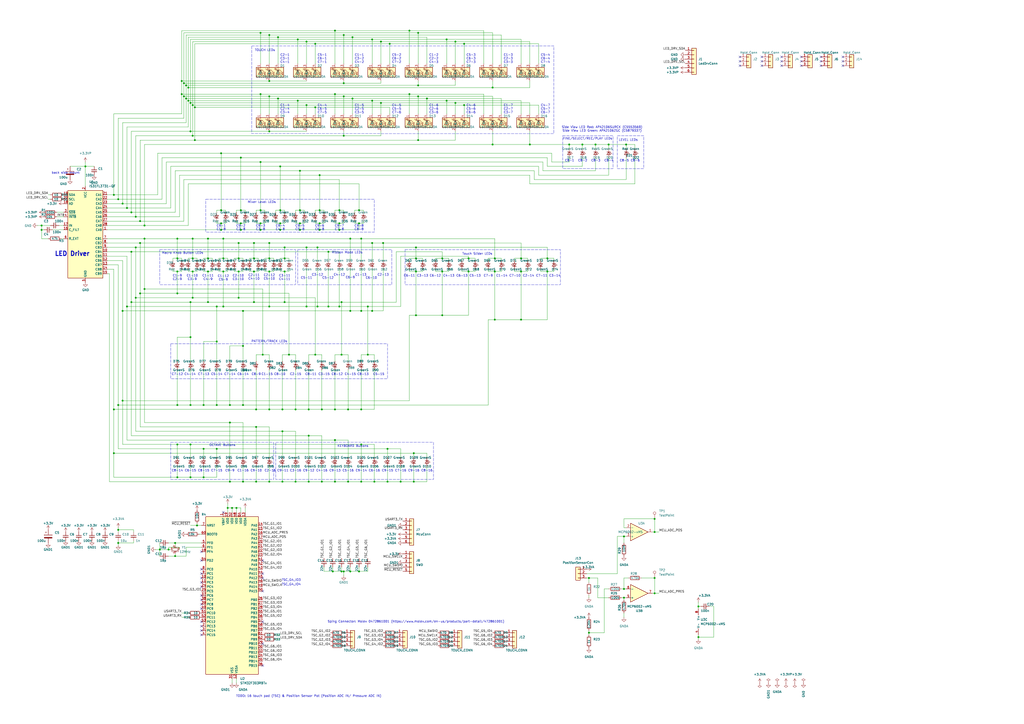
<source format=kicad_sch>
(kicad_sch (version 20250114) (generator "eeschema") (generator_version "9.0")
  (paper "A2")
  (lib_symbols
    (symbol "Amplifier_Operational:MCP6002-xMS" (pin_names (offset 0.127))
      (property "Reference" "U" (at 0 5.08 0))
      (property "Value" "MCP6002-xMS" (at 0 -5.08 0))
      (symbol "MCP6002-xMS_1_1"
        (pin input line (at -7.62 2.54 0) (length 2.54) (name "+") (number "3"))
        (pin input line (at -7.62 -2.54 0) (length 2.54) (name "-") (number "2"))
        (pin output line (at 7.62 0 180) (length 2.54) (name "~") (number "1"))
      )
      (symbol "MCP6002-xMS_2_1"
        (pin input line (at -7.62 2.54 0) (length 2.54) (name "+") (number "5"))
        (pin input line (at -7.62 -2.54 0) (length 2.54) (name "-") (number "6"))
        (pin output line (at 7.62 0 180) (length 2.54) (name "~") (number "7"))
      )
      (symbol "MCP6002-xMS_3_1"
        (pin power_in line (at -2.54 7.62 270) (length 3.81) (name "V+") (number "8"))
        (pin power_in line (at -2.54 -7.62 90) (length 3.81) (name "V-") (number "4"))
      )
    )
    (symbol "Connector:TestPoint" (pin_numbers (hide yes)) (pin_names (offset 0.762) (hide yes))
      (property "Reference" "TP" (at 0 6.858 0))
      (property "Value" "TestPoint" (at 0 5.08 0))
      (symbol "TestPoint_1_1"
        (pin passive line (at 0 0 90) (length 2.54) (name "1") (number "1"))
      )
    )
    (symbol "Connector_Generic:Conn_01x03" (pin_names (offset 1.016) (hide yes))
      (property "Reference" "J" (at 0 5.08 0))
      (property "Value" "Conn_01x03" (at 0 -5.08 0))
      (symbol "Conn_01x03_1_1"
        (pin passive line (at -5.08 2.54 0) (length 3.81) (name "Pin_1") (number "1"))
        (pin passive line (at -5.08 0 0) (length 3.81) (name "Pin_2") (number "2"))
        (pin passive line (at -5.08 -2.54 0) (length 3.81) (name "Pin_3") (number "3"))
      )
    )
    (symbol "Connector_Generic:Conn_01x04" (pin_names (offset 1.016) (hide yes))
      (property "Reference" "J" (at 0 5.08 0))
      (property "Value" "Conn_01x04" (at 0 -7.62 0))
      (symbol "Conn_01x04_1_1"
        (pin passive line (at -5.08 2.54 0) (length 3.81) (name "Pin_1") (number "1"))
        (pin passive line (at -5.08 0 0) (length 3.81) (name "Pin_2") (number "2"))
        (pin passive line (at -5.08 -2.54 0) (length 3.81) (name "Pin_3") (number "3"))
        (pin passive line (at -5.08 -5.08 0) (length 3.81) (name "Pin_4") (number "4"))
      )
    )
    (symbol "Connector_Generic:Conn_01x05" (pin_names (offset 1.016) (hide yes))
      (property "Reference" "J" (at 0 7.62 0))
      (property "Value" "Conn_01x05" (at 0 -7.62 0))
      (symbol "Conn_01x05_1_1"
        (pin passive line (at -5.08 5.08 0) (length 3.81) (name "Pin_1") (number "1"))
        (pin passive line (at -5.08 2.54 0) (length 3.81) (name "Pin_2") (number "2"))
        (pin passive line (at -5.08 0 0) (length 3.81) (name "Pin_3") (number "3"))
        (pin passive line (at -5.08 -2.54 0) (length 3.81) (name "Pin_4") (number "4"))
        (pin passive line (at -5.08 -5.08 0) (length 3.81) (name "Pin_5") (number "5"))
      )
    )
    (symbol "Connector_Generic:Conn_01x06" (pin_names (offset 1.016) (hide yes))
      (property "Reference" "J" (at 0 7.62 0))
      (property "Value" "Conn_01x06" (at 0 -10.16 0))
      (symbol "Conn_01x06_1_1"
        (pin passive line (at -5.08 5.08 0) (length 3.81) (name "Pin_1") (number "1"))
        (pin passive line (at -5.08 2.54 0) (length 3.81) (name "Pin_2") (number "2"))
        (pin passive line (at -5.08 0 0) (length 3.81) (name "Pin_3") (number "3"))
        (pin passive line (at -5.08 -2.54 0) (length 3.81) (name "Pin_4") (number "4"))
        (pin passive line (at -5.08 -5.08 0) (length 3.81) (name "Pin_5") (number "5"))
        (pin passive line (at -5.08 -7.62 0) (length 3.81) (name "Pin_6") (number "6"))
      )
    )
    (symbol "Device:C_Polarized" (pin_numbers (hide yes)) (pin_names (offset 0.254))
      (property "Reference" "C" (at 0.635 2.54 0))
      (property "Value" "C_Polarized" (at 0.635 -2.54 0))
      (symbol "C_Polarized_1_1"
        (pin passive line (at 0 3.81 270) (length 2.794) (name "~") (number "1"))
        (pin passive line (at 0 -3.81 90) (length 2.794) (name "~") (number "2"))
      )
    )
    (symbol "Device:C_Small" (pin_numbers (hide yes)) (pin_names (offset 0.254) (hide yes))
      (property "Reference" "C" (at 0.254 1.778 0))
      (property "Value" "C_Small" (at 0.254 -2.032 0))
      (symbol "C_Small_1_1"
        (pin passive line (at 0 2.54 270) (length 2.032) (name "~") (number "1"))
        (pin passive line (at 0 -2.54 90) (length 2.032) (name "~") (number "2"))
      )
    )
    (symbol "Device:Crystal_GND24_Small" (pin_names (offset 1.016) (hide yes))
      (property "Reference" "Y" (at 1.27 4.445 0))
      (property "Value" "Crystal_GND24_Small" (at 1.27 2.54 0))
      (symbol "Crystal_GND24_Small_1_1"
        (pin passive line (at -2.54 0 0) (length 1.27) (name "1") (number "1"))
        (pin passive line (at 0 2.54 270) (length 0.635) (name "4") (number "4"))
        (pin passive line (at 0 -2.54 90) (length 0.635) (name "2") (number "2"))
        (pin passive line (at 2.54 0 180) (length 1.27) (name "3") (number "3"))
      )
    )
    (symbol "Device:LED_Small" (pin_numbers (hide yes)) (pin_names (offset 0.254) (hide yes))
      (property "Reference" "D" (at -1.27 3.175 0))
      (property "Value" "LED_Small" (at -4.445 -2.54 0))
      (symbol "LED_Small_1_1"
        (pin passive line (at -2.54 0 0) (length 1.778) (name "K") (number "1"))
        (pin passive line (at 2.54 0 180) (length 1.778) (name "A") (number "2"))
      )
    )
    (symbol "Device:R" (pin_numbers (hide yes)) (pin_names (offset 0))
      (property "Reference" "R" (at 2.032 0 90))
      (property "Value" "R" (at 0 0 90))
      (symbol "R_1_1"
        (pin passive line (at 0 3.81 270) (length 1.27) (name "~") (number "1"))
        (pin passive line (at 0 -3.81 90) (length 1.27) (name "~") (number "2"))
      )
    )
    (symbol "Driver_LED:IS31FL3731-QF"
      (property "Reference" "U" (at -10.16 26.035 0))
      (property "Value" "IS31FL3731-QF" (at 2.54 -26.035 0))
      (symbol "IS31FL3731-QF_1_1"
        (pin bidirectional line (at -12.7 22.86 0) (length 2.54) (name "SDA") (number "19"))
        (pin input line (at -12.7 20.32 0) (length 2.54) (name "SCL") (number "20"))
        (pin input line (at -12.7 17.78 0) (length 2.54) (name "AD") (number "18"))
        (pin input line (at -12.7 12.7 0) (length 2.54) (name "~{SDB}") (number "3"))
        (pin open_collector line (at -12.7 10.16 0) (length 2.54) (name "~{INTB}") (number "4"))
        (pin input line (at -12.7 5.08 0) (length 2.54) (name "IN") (number "17"))
        (pin passive line (at -12.7 2.54 0) (length 2.54) (name "C_FILT") (number "16"))
        (pin passive line (at -12.7 -2.54 0) (length 2.54) (name "R_EXT") (number "6"))
        (pin power_in line (at 0 27.94 270) (length 2.54) (name "VCC") (number "2"))
        (pin passive line (at 0 -27.94 90) (length 2.54) (hide yes) (name "GND") (number "29"))
        (pin power_in line (at 0 -27.94 90) (length 2.54) (name "GND") (number "5"))
        (pin bidirectional line (at 12.7 22.86 180) (length 2.54) (name "CA1") (number "21"))
        (pin bidirectional line (at 12.7 20.32 180) (length 2.54) (name "CA2") (number "22"))
        (pin bidirectional line (at 12.7 17.78 180) (length 2.54) (name "CA3") (number "23"))
        (pin bidirectional line (at 12.7 15.24 180) (length 2.54) (name "CA4") (number "24"))
        (pin bidirectional line (at 12.7 12.7 180) (length 2.54) (name "CA5") (number "25"))
        (pin bidirectional line (at 12.7 10.16 180) (length 2.54) (name "CA6") (number "26"))
        (pin bidirectional line (at 12.7 7.62 180) (length 2.54) (name "CA7") (number "27"))
        (pin bidirectional line (at 12.7 5.08 180) (length 2.54) (name "CA8") (number "28"))
        (pin bidirectional line (at 12.7 2.54 180) (length 2.54) (name "CA9") (number "1"))
        (pin bidirectional line (at 12.7 -2.54 180) (length 2.54) (name "CB1") (number "7"))
        (pin bidirectional line (at 12.7 -5.08 180) (length 2.54) (name "CB2") (number "8"))
        (pin bidirectional line (at 12.7 -7.62 180) (length 2.54) (name "CB3") (number "9"))
        (pin bidirectional line (at 12.7 -10.16 180) (length 2.54) (name "CB4") (number "10"))
        (pin bidirectional line (at 12.7 -12.7 180) (length 2.54) (name "CB5") (number "11"))
        (pin bidirectional line (at 12.7 -15.24 180) (length 2.54) (name "CB6") (number "12"))
        (pin bidirectional line (at 12.7 -17.78 180) (length 2.54) (name "CB7") (number "13"))
        (pin bidirectional line (at 12.7 -20.32 180) (length 2.54) (name "CB8") (number "14"))
        (pin bidirectional line (at 12.7 -22.86 180) (length 2.54) (name "CB9") (number "15"))
      )
    )
    (symbol "LED_E6C0606RGBC3UDA:E6C0606RGBC3UDA" (pin_names (offset 1.016))
      (property "Reference" "D" (at 0 10.16 0))
      (property "Value" "E6C0606RGBC3UDA" (at 0 -10.16 0))
      (symbol "E6C0606RGBC3UDA_1_1"
        (text "R" (at -1.905 3.81 0) (effects (font (size 1.27 1.27))))
        (text "G" (at -1.905 -1.27 0) (effects (font (size 1.27 1.27))))
        (text "B" (at -1.905 -6.35 0) (effects (font (size 1.27 1.27))))
        (pin passive line (at -5.08 5.08 0) (length 2.54) (name "RK") (number "4"))
        (pin passive line (at -5.08 0 0) (length 2.54) (name "GK") (number "3"))
        (pin passive line (at -5.08 -5.08 0) (length 2.54) (name "BK") (number "1"))
        (pin passive line (at 5.08 0 180) (length 2.54) (name "A") (number "2"))
      )
    )
    (symbol "MCU_ST_STM32F3:STM32F303RBTx"
      (property "Reference" "U" (at -15.24 46.99 0))
      (property "Value" "STM32F303RBTx" (at 10.16 46.99 0))
      (symbol "STM32F303RBTx_1_1"
        (pin input line (at -17.78 40.64 0) (length 2.54) (name "NRST") (number "7"))
        (pin input line (at -17.78 35.56 0) (length 2.54) (name "BOOT0") (number "60"))
        (pin bidirectional line (at -17.78 30.48 0) (length 2.54) (name "PF0") (number "5"))
        (pin bidirectional line (at -17.78 27.94 0) (length 2.54) (name "PF1") (number "6"))
        (pin bidirectional line (at -17.78 25.4 0) (length 2.54) (name "PF4") (number "18"))
        (pin bidirectional line (at -17.78 20.32 0) (length 2.54) (name "PD2") (number "54"))
        (pin bidirectional line (at -17.78 15.24 0) (length 2.54) (name "PC0") (number "8"))
        (pin bidirectional line (at -17.78 12.7 0) (length 2.54) (name "PC1") (number "9"))
        (pin bidirectional line (at -17.78 10.16 0) (length 2.54) (name "PC2") (number "10"))
        (pin bidirectional line (at -17.78 7.62 0) (length 2.54) (name "PC3") (number "11"))
        (pin bidirectional line (at -17.78 5.08 0) (length 2.54) (name "PC4") (number "24"))
        (pin bidirectional line (at -17.78 2.54 0) (length 2.54) (name "PC5") (number "25"))
        (pin bidirectional line (at -17.78 0 0) (length 2.54) (name "PC6") (number "37"))
        (pin bidirectional line (at -17.78 -2.54 0) (length 2.54) (name "PC7") (number "38"))
        (pin bidirectional line (at -17.78 -5.08 0) (length 2.54) (name "PC8") (number "39"))
        (pin bidirectional line (at -17.78 -7.62 0) (length 2.54) (name "PC9") (number "40"))
        (pin bidirectional line (at -17.78 -10.16 0) (length 2.54) (name "PC10") (number "51"))
        (pin bidirectional line (at -17.78 -12.7 0) (length 2.54) (name "PC11") (number "52"))
        (pin bidirectional line (at -17.78 -15.24 0) (length 2.54) (name "PC12") (number "53"))
        (pin bidirectional line (at -17.78 -17.78 0) (length 2.54) (name "PC13") (number "2"))
        (pin bidirectional line (at -17.78 -20.32 0) (length 2.54) (name "PC14") (number "3"))
        (pin bidirectional line (at -17.78 -22.86 0) (length 2.54) (name "PC15") (number "4"))
        (pin power_in line (at -5.08 48.26 270) (length 2.54) (name "VBAT") (number "1"))
        (pin power_in line (at -2.54 48.26 270) (length 2.54) (name "VDD") (number "19"))
        (pin power_in line (at 0 48.26 270) (length 2.54) (name "VDD") (number "32"))
        (pin power_in line (at 0 -48.26 90) (length 2.54) (name "VSS") (number "31"))
        (pin passive line (at 0 -48.26 90) (length 2.54) (hide yes) (name "VSS") (number "47"))
        (pin passive line (at 0 -48.26 90) (length 2.54) (hide yes) (name "VSS") (number "63"))
        (pin power_in line (at 2.54 48.26 270) (length 2.54) (name "VDD") (number "48"))
        (pin power_in line (at 2.54 -48.26 90) (length 2.54) (name "VSSA") (number "12"))
        (pin power_in line (at 5.08 48.26 270) (length 2.54) (name "VDD") (number "64"))
        (pin power_in line (at 7.62 48.26 270) (length 2.54) (name "VDDA") (number "13"))
        (pin bidirectional line (at 17.78 40.64 180) (length 2.54) (name "PA0") (number "14"))
        (pin bidirectional line (at 17.78 38.1 180) (length 2.54) (name "PA1") (number "15"))
        (pin bidirectional line (at 17.78 35.56 180) (length 2.54) (name "PA2") (number "16"))
        (pin bidirectional line (at 17.78 33.02 180) (length 2.54) (name "PA3") (number "17"))
        (pin bidirectional line (at 17.78 30.48 180) (length 2.54) (name "PA4") (number "20"))
        (pin bidirectional line (at 17.78 27.94 180) (length 2.54) (name "PA5") (number "21"))
        (pin bidirectional line (at 17.78 25.4 180) (length 2.54) (name "PA6") (number "22"))
        (pin bidirectional line (at 17.78 22.86 180) (length 2.54) (name "PA7") (number "23"))
        (pin bidirectional line (at 17.78 20.32 180) (length 2.54) (name "PA8") (number "41"))
        (pin bidirectional line (at 17.78 17.78 180) (length 2.54) (name "PA9") (number "42"))
        (pin bidirectional line (at 17.78 15.24 180) (length 2.54) (name "PA10") (number "43"))
        (pin bidirectional line (at 17.78 12.7 180) (length 2.54) (name "PA11") (number "44"))
        (pin bidirectional line (at 17.78 10.16 180) (length 2.54) (name "PA12") (number "45"))
        (pin bidirectional line (at 17.78 7.62 180) (length 2.54) (name "PA13") (number "46"))
        (pin bidirectional line (at 17.78 5.08 180) (length 2.54) (name "PA14") (number "49"))
        (pin bidirectional line (at 17.78 2.54 180) (length 2.54) (name "PA15") (number "50"))
        (pin bidirectional line (at 17.78 -2.54 180) (length 2.54) (name "PB0") (number "26"))
        (pin bidirectional line (at 17.78 -5.08 180) (length 2.54) (name "PB1") (number "27"))
        (pin bidirectional line (at 17.78 -7.62 180) (length 2.54) (name "PB2") (number "28"))
        (pin bidirectional line (at 17.78 -10.16 180) (length 2.54) (name "PB3") (number "55"))
        (pin bidirectional line (at 17.78 -12.7 180) (length 2.54) (name "PB4") (number "56"))
        (pin bidirectional line (at 17.78 -15.24 180) (length 2.54) (name "PB5") (number "57"))
        (pin bidirectional line (at 17.78 -17.78 180) (length 2.54) (name "PB6") (number "58"))
        (pin bidirectional line (at 17.78 -20.32 180) (length 2.54) (name "PB7") (number "59"))
        (pin bidirectional line (at 17.78 -22.86 180) (length 2.54) (name "PB8") (number "61"))
        (pin bidirectional line (at 17.78 -25.4 180) (length 2.54) (name "PB9") (number "62"))
        (pin bidirectional line (at 17.78 -27.94 180) (length 2.54) (name "PB10") (number "29"))
        (pin bidirectional line (at 17.78 -30.48 180) (length 2.54) (name "PB11") (number "30"))
        (pin bidirectional line (at 17.78 -33.02 180) (length 2.54) (name "PB12") (number "33"))
        (pin bidirectional line (at 17.78 -35.56 180) (length 2.54) (name "PB13") (number "34"))
        (pin bidirectional line (at 17.78 -38.1 180) (length 2.54) (name "PB14") (number "35"))
        (pin bidirectional line (at 17.78 -40.64 180) (length 2.54) (name "PB15") (number "36"))
      )
    )
    (symbol "power:+3.3V" (power) (pin_numbers (hide yes)) (pin_names (offset 0) (hide yes))
      (property "Value" "+3.3V" (at 0 3.556 0))
      (symbol "+3.3V_1_1"
        (pin power_in line (at 0 0 90) (length 0) (name "~") (number "1"))
      )
    )
    (symbol "power:+3.3VA" (power) (pin_numbers (hide yes)) (pin_names (offset 0) (hide yes))
      (property "Value" "+3.3VA" (at 0 3.556 0))
      (symbol "+3.3VA_1_1"
        (pin power_in line (at 0 0 90) (length 0) (name "~") (number "1"))
      )
    )
    (symbol "power:+3.3VP" (power) (pin_numbers (hide yes)) (pin_names (offset 0) (hide yes))
      (property "Value" "+3.3VP" (at 0 3.556 0))
      (symbol "+3.3VP_0_0"
        (pin power_in line (at 0 0 90) (length 0) (name "~") (number "1"))
      )
    )
    (symbol "power:GND" (power) (pin_numbers (hide yes)) (pin_names (offset 0) (hide yes))
      (property "Value" "GND" (at 0 -3.81 0))
      (symbol "GND_1_1"
        (pin power_in line (at 0 0 270) (length 0) (name "~") (number "1"))
      )
    )
    (symbol "power:GND1" (power) (pin_numbers (hide yes)) (pin_names (offset 0) (hide yes))
      (property "Value" "GND1" (at 0 -3.81 0))
      (symbol "GND1_1_1"
        (pin power_in line (at 0 0 270) (length 0) (name "~") (number "1"))
      )
    )
    (symbol "power:GNDA" (power) (pin_numbers (hide yes)) (pin_names (offset 0) (hide yes))
      (property "Value" "GNDA" (at 0 -3.81 0))
      (symbol "GNDA_1_1"
        (pin power_in line (at 0 0 270) (length 0) (name "~") (number "1"))
      )
    )
    (symbol "power:PWR_FLAG" (power) (pin_numbers (hide yes)) (pin_names (offset 0) (hide yes))
      (property "Value" "PWR_FLAG" (at 0 3.81 0))
      (symbol "PWR_FLAG_0_0"
        (pin power_out line (at 0 0 90) (length 0) (name "~") (number "1"))
      )
    )
  )
  (rectangle (start 172.72 144.78) (end 227.33 165.1) (stroke (width 0) (type dash)))
  (rectangle (start 358.14 78.74) (end 373.38 97.79) (stroke (width 0) (type dash)))
  (rectangle (start 92.71 144.78) (end 171.45 165.1) (stroke (width 0) (type dash)))
  (rectangle (start 326.39 78.74) (end 355.6 97.79) (stroke (width 0) (type dash)))
  (rectangle (start 99.06 199.39) (end 224.79 219.71) (stroke (width 0) (type dash)))
  (rectangle (start 119.38 115.57) (end 217.17 134.62) (stroke (width 0) (type dash)))
  (rectangle (start 160.02 256.54) (end 251.46 278.13) (stroke (width 0) (type dash)))
  (rectangle (start 234.95 144.78) (end 325.12 165.1) (stroke (width 0) (type dash)))
  (rectangle (start 99.06 256.54) (end 158.75 278.13) (stroke (width 0) (type dash)))
  (rectangle (start 146.05 26.67) (end 321.31 77.47) (stroke (width 0) (type dash)))
  (text "C7-10" (at 298.704 160.02 0) (effects (font (size 1.27 1.27))))
  (text "Touch Slider LEDs" (at 276.86 147.32 0) (effects (font (size 1.27 1.27))))
  (text "C2-12\nC5-10" (at 156.21 160.782 0) (effects (font (size 1.27 1.27))))
  (text "C4-6\nC5-6\nC6-6" (at 270.51 66.04 0) (effects (font (size 1.27 1.27)) (justify left bottom)))
  (text "C4-16" (at 186.69 273.05 0) (effects (font (size 1.27 1.27))))
  (text "back side mount" (at 38.1 100.33 0) (effects (font (size 1.27 1.27))))
  (text "C8-15" (at 118.11 273.05 0) (effects (font (size 1.27 1.27))))
  (text "C8-4" (at 350.52 93.98 0) (effects (font (size 1.27 1.27)) (justify left bottom)))
  (text "C7-16" (at 232.41 273.05 0) (effects (font (size 1.27 1.27))))
  (text "C9-5\nC5-8" (at 173.99 132.08 0) (effects (font (size 1.27 1.27))))
  (text "C1-5\nC2-5\nC3-5" (at 205.74 66.04 0) (effects (font (size 1.27 1.27)) (justify left bottom)))
  (text "C4-7\nC5-7\nC6-7" (at 313.69 66.04 0) (effects (font (size 1.27 1.27)) (justify left bottom)))
  (text "C9-7\nC7-8" (at 196.85 132.08 0) (effects (font (size 1.27 1.27))))
  (text "C4-4\nC6-5\nC7-5" (at 184.15 66.04 0) (effects (font (size 1.27 1.27)) (justify left bottom)))
  (text "C5-1\nC6-1\nC7-1" (at 184.15 36.83 0) (effects (font (size 1.27 1.27)) (justify left bottom)))
  (text "C9-1\nC1-8" (at 128.27 132.08 0) (effects (font (size 1.27 1.27))))
  (text "C3-12" (at 184.15 159.512 0) (effects (font (size 1.27 1.27))))
  (text "C5-16" (at 201.93 273.05 0) (effects (font (size 1.27 1.27))))
  (text "C1-10\nC3-9" (at 111.506 161.036 0) (effects (font (size 1.27 1.27))))
  (text "C4-5\nC5-5\nC7-6" (at 227.33 66.04 0) (effects (font (size 1.27 1.27)) (justify left bottom)))
  (text "C1-6\nC2-6\nC3-6" (at 248.92 66.04 0) (effects (font (size 1.27 1.27)) (justify left bottom)))
  (text "C5-13" (at 275.59 160.02 0) (effects (font (size 1.27 1.27))))
  (text "C5-2\nC6-2\nC7-2" (at 227.33 36.83 0) (effects (font (size 1.27 1.27)) (justify left bottom)))
  (text "C3-15" (at 187.96 217.17 0) (effects (font (size 1.27 1.27))))
  (text "C8-16" (at 247.65 273.05 0) (effects (font (size 1.27 1.27))))
  (text "C5-15" (at 219.71 217.17 0) (effects (font (size 1.27 1.27))))
  (text "FINE/SELECT/REC/PLAY LEDs" (at 340.868 80.518 0) (effects (font (size 1.27 1.27))))
  (text "C6-14" (at 140.97 217.17 0) (effects (font (size 1.27 1.27))))
  (text "C1-7\nC2-7\nC3-7" (at 292.1 66.04 0) (effects (font (size 1.27 1.27)) (justify left bottom)))
  (text "C9-3\nC3-8" (at 151.13 132.08 0) (effects (font (size 1.27 1.27))))
  (text "C8-11" (at 180.34 217.17 0) (effects (font (size 1.27 1.27))))
  (text "C7-9" (at 283.21 160.02 0) (effects (font (size 1.27 1.27))))
  (text "C6-13" (at 267.97 160.02 0) (effects (font (size 1.27 1.27))))
  (text "C1-9\nC2-9" (at 102.87 161.036 0) (effects (font (size 1.27 1.27))))
  (text "C1-15" (at 154.94 217.17 0) (effects (font (size 1.27 1.27))))
  (text "C9-6\nC6-8" (at 185.42 132.08 0) (effects (font (size 1.27 1.27))))
  (text "C2-11\nC4-10" (at 147.32 160.782 0) (effects (font (size 1.27 1.27))))
  (text "C5-12" (at 190.246 161.29 0) (effects (font (size 1.27 1.27))))
  (text "C8-14" (at 102.87 273.05 0) (effects (font (size 1.27 1.27))))
  (text "C2-13" (at 222.25 159.512 0) (effects (font (size 1.27 1.27))))
  (text "C9-2\nC2-8" (at 139.7 132.08 0) (effects (font (size 1.27 1.27))))
  (text "KEYBOARD Buttons" (at 204.724 258.826 0) (effects (font (size 1.27 1.27))))
  (text "C6-11" (at 237.49 160.02 0) (effects (font (size 1.27 1.27))))
  (text "C8-3" (at 342.9 93.98 0) (effects (font (size 1.27 1.27)) (justify left bottom)))
  (text "C9-13" (at 194.31 273.05 0) (effects (font (size 1.27 1.27))))
  (text "C9-12" (at 179.07 273.05 0) (effects (font (size 1.27 1.27))))
  (text "C3-13" (at 245.11 160.02 0) (effects (font (size 1.27 1.27))))
  (text "C1-14" (at 291.084 160.02 0) (effects (font (size 1.27 1.27))))
  (text "C5-11" (at 177.8 161.29 0) (effects (font (size 1.27 1.27))))
  (text "C2-16" (at 156.718 273.05 0) (effects (font (size 1.27 1.27))))
  (text "C8-1" (at 327.66 93.98 0) (effects (font (size 1.27 1.27)) (justify left bottom)))
  (text "C4-12" (at 196.85 159.512 0) (effects (font (size 1.27 1.27))))
  (text "C9-4\nC4-8" (at 162.56 132.08 0) (effects (font (size 1.27 1.27))))
  (text "TOUCH LEDs" (at 153.67 29.21 0) (effects (font (size 1.27 1.27))))
  (text "C2-10\nC3-10" (at 138.176 161.036 0) (effects (font (size 1.27 1.27))))
  (text "C8-10\n" (at 162.306 217.17 0) (effects (font (size 1.27 1.27))))
  (text "C7-11" (at 314.198 160.02 0) (effects (font (size 1.27 1.27))))
  (text "C1-16" (at 140.97 273.05 0) (effects (font (size 1.27 1.27))))
  (text "C4-14" (at 110.236 217.17 0) (effects (font (size 1.27 1.27))))
  (text "C9-8\nC8-8" (at 208.28 132.08 0) (effects (font (size 1.27 1.27))))
  (text "C1-1\nC3-2\nC4-2" (at 205.74 36.83 0) (effects (font (size 1.27 1.27)) (justify left bottom)))
  (text "Side View LED Red: APA2106SURCK (C5553569)\nSide View LED Green: APA2106ZGC (C5879337)" (at 349.25 74.93 0) (effects (font (size 1.27 1.27))))
  (text "C5-4\nC6-4\nC7-4" (at 313.69 36.83 0) (effects (font (size 1.27 1.27)) (justify left bottom)))
  (text "C1-3\nC2-3\nC3-3" (at 292.1 36.83 0) (effects (font (size 1.27 1.27)) (justify left bottom)))
  (text "Ribbon Mode LEDs" (at 201.422 146.558 0) (effects (font (size 1.27 1.27))))
  (text "TSC_G4_IO4" (at 168.91 339.09 0) (effects (font (size 1.27 1.27))))
  (text "C4-13" (at 260.35 160.02 0) (effects (font (size 1.27 1.27))))
  (text "OCTAVE Buttons" (at 129.032 258.318 0) (effects (font (size 1.27 1.27))))
  (text "TODO: 16 touch pad (TSC) & Position Sensor Pot (Position ADC IN/ Pressure ADC IN)" (at 179.07 403.86 0) (effects (font (size 1.27 1.27))))
  (text "C6-15" (at 110.49 273.05 0) (effects (font (size 1.27 1.27))))
  (text "C9-9" (at 133.35 273.05 0) (effects (font (size 1.27 1.27))))
  (text "C6-9" (at 203.2 161.036 0) (effects (font (size 1.27 1.27))))
  (text "C9-16" (at 240.03 273.05 0) (effects (font (size 1.27 1.27))))
  (text "LED Driver" (at 41.91 147.32 0) (effects (font (size 2.54 2.54) (thickness 0.508) (bold yes))))
  (text "C2-15" (at 171.45 217.17 0) (effects (font (size 1.27 1.27))))
  (text "C7-13" (at 118.11 217.17 0) (effects (font (size 1.27 1.27))))
  (text "C1-2\nC2-2\nC4-3" (at 248.92 36.83 0) (effects (font (size 1.27 1.27)) (justify left bottom)))
  (text "C3-11\nC4-11" (at 165.1 161.036 0) (effects (font (size 1.27 1.27))))
  (text "C1-13" (at 209.296 159.512 0) (effects (font (size 1.27 1.27))))
  (text "C6-10" (at 215.392 161.29 0) (effects (font (size 1.27 1.27))))
  (text "PATTERN/TRACK LEDs" (at 156.21 198.12 0) (effects (font (size 1.27 1.27))))
  (text "C3-16" (at 171.45 273.05 0) (effects (font (size 1.27 1.27))))
  (text "LEVEL LEDs" (at 364.49 81.28 0) (effects (font (size 1.27 1.27))))
  (text "C8-6" (at 365.76 93.98 0) (effects (font (size 1.27 1.27)) (justify left bottom)))
  (text "Sping Connector: Molex 0472861001 (https://www.molex.com/en-us/products/part-detail/472861001)" (at 241.3 360.68 0) (effects (font (size 1.27 1.27))))
  (text "C8-5" (at 359.41 93.98 0) (effects (font (size 1.27 1.27)) (justify left bottom)))
  (text "C8-12" (at 195.58 217.17 0) (effects (font (size 1.27 1.27))))
  (text "C9-10" (at 148.59 273.05 0) (effects (font (size 1.27 1.27))))
  (text "C8-9" (at 148.59 217.17 0) (effects (font (size 1.27 1.27))))
  (text "C9-11" (at 164.084 273.05 0) (effects (font (size 1.27 1.27))))
  (text "C2-1\nC3-1\nC4-1" (at 162.56 36.83 0) (effects (font (size 1.27 1.27)) (justify left bottom)))
  (text "C7-15" (at 125.73 273.05 0) (effects (font (size 1.27 1.27))))
  (text "C1-11\nC4-9" (at 120.65 161.036 0) (effects (font (size 1.27 1.27))))
  (text "C5-14" (at 125.73 217.17 0) (effects (font (size 1.27 1.27))))
  (text "C7-12" (at 102.87 217.17 0) (effects (font (size 1.27 1.27))))
  (text "C9-14" (at 209.55 273.05 0) (effects (font (size 1.27 1.27))))
  (text "C6-16" (at 217.17 273.05 0) (effects (font (size 1.27 1.27))))
  (text "Macro Knob Button LEDs" (at 105.918 146.812 0) (effects (font (size 1.27 1.27))))
  (text "C6-12" (at 252.476 160.02 0) (effects (font (size 1.27 1.27))))
  (text "C3-14" (at 321.818 160.02 0) (effects (font (size 1.27 1.27))))
  (text "C4-15" (at 203.2 217.17 0) (effects (font (size 1.27 1.27))))
  (text "C5-3\nC6-3\nC7-3" (at 270.51 36.83 0) (effects (font (size 1.27 1.27)) (justify left bottom)))
  (text "C7-14" (at 133.35 217.17 0) (effects (font (size 1.27 1.27))))
  (text "TSC_G4_IO3" (at 168.91 336.55 0) (effects (font (size 1.27 1.27))))
  (text "C9-15" (at 224.79 273.05 0) (effects (font (size 1.27 1.27))))
  (text "Mixer Level LEDs" (at 151.892 117.348 0) (effects (font (size 1.27 1.27))))
  (text "C8-13" (at 210.566 217.17 0) (effects (font (size 1.27 1.27))))
  (text "C2-14" (at 306.578 160.02 0) (effects (font (size 1.27 1.27))))
  (text "C8-2" (at 335.28 93.98 0) (effects (font (size 1.27 1.27)) (justify left bottom)))
  (text "C1-12\nC5-9" (at 129.54 161.29 0) (effects (font (size 1.27 1.27))))
  (text "C1-4\nC2-4\nC3-4" (at 162.56 66.04 0) (effects (font (size 1.27 1.27)) (justify left bottom)))
  (junction (at 256.54 149.86))
  (junction (at 172.72 22.86))
  (junction (at 287.02 149.86))
  (junction (at 102.87 149.86))
  (junction (at 204.47 57.15))
  (junction (at 172.72 58.42))
  (junction (at 196.85 121.92))
  (junction (at 196.85 129.54))
  (junction (at 163.83 279.4))
  (junction (at 156.21 237.49))
  (junction (at 208.28 121.92))
  (junction (at 156.21 149.86))
  (junction (at 271.78 149.86))
  (junction (at 152.4 205.74))
  (junction (at 201.93 237.49))
  (junction (at 208.28 129.54))
  (junction (at 128.27 121.92))
  (junction (at 163.83 250.19))
  (junction (at 237.49 17.78))
  (junction (at 134.62 294.64))
  (junction (at 83.82 138.43))
  (junction (at 353.06 83.82))
  (junction (at 102.87 138.43))
  (junction (at 68.58 307.34))
  (junction (at 71.12 232.41))
  (junction (at 161.29 21.59))
  (junction (at 110.49 195.58))
  (junction (at 120.65 149.86))
  (junction (at 125.73 234.95))
  (junction (at 203.2 138.43))
  (junction (at 215.9 58.42))
  (junction (at 217.17 279.4))
  (junction (at 194.31 17.78))
  (junction (at 341.63 367.03))
  (junction (at 133.35 234.95))
  (junction (at 147.32 140.97))
  (junction (at 106.68 48.26))
  (junction (at 317.5 157.48))
  (junction (at 140.97 200.66))
  (junction (at 110.49 257.81))
  (junction (at 71.12 118.11))
  (junction (at 102.87 170.18))
  (junction (at 185.42 101.6))
  (junction (at 138.43 172.72))
  (junction (at 76.2 175.26))
  (junction (at 148.59 247.65))
  (junction (at 302.26 157.48))
  (junction (at 194.31 237.49))
  (junction (at 264.16 59.69))
  (junction (at 148.59 279.4))
  (junction (at 171.45 237.49))
  (junction (at 49.53 96.52))
  (junction (at 198.12 175.26))
  (junction (at 184.15 143.51))
  (junction (at 165.1 157.48))
  (junction (at 179.07 279.4))
  (junction (at 242.57 81.28))
  (junction (at 66.04 262.89))
  (junction (at 102.87 276.86))
  (junction (at 128.27 129.54))
  (junction (at 167.64 205.74))
  (junction (at 156.21 20.32))
  (junction (at 125.73 198.12))
  (junction (at 120.65 175.26))
  (junction (at 147.32 175.26))
  (junction (at 209.55 279.4))
  (junction (at 113.03 81.28))
  (junction (at 151.13 54.61))
  (junction (at 140.97 279.4))
  (junction (at 138.43 149.86))
  (junction (at 107.95 49.53))
  (junction (at 118.11 260.35))
  (junction (at 247.65 57.15))
  (junction (at 363.22 83.82))
  (junction (at 151.13 121.92))
  (junction (at 105.41 54.61))
  (junction (at 271.78 157.48))
  (junction (at 203.2 180.34))
  (junction (at 148.59 237.49))
  (junction (at 182.88 62.23))
  (junction (at 156.21 55.88))
  (junction (at 259.08 22.86))
  (junction (at 140.97 234.95))
  (junction (at 337.82 83.82))
  (junction (at 194.31 279.4))
  (junction (at 259.08 58.42))
  (junction (at 209.55 257.81))
  (junction (at 203.2 331.47))
  (junction (at 151.13 133.35))
  (junction (at 151.13 19.05))
  (junction (at 269.24 25.4))
  (junction (at 156.21 46.99))
  (junction (at 345.44 83.82))
  (junction (at 128.27 133.35))
  (junction (at 78.74 125.73))
  (junction (at 199.39 55.88))
  (junction (at 194.31 54.61))
  (junction (at 330.2 83.82))
  (junction (at 241.3 157.48))
  (junction (at 73.66 177.8))
  (junction (at 162.56 96.52))
  (junction (at 78.74 143.51))
  (junction (at 137.16 294.64))
  (junction (at 140.97 180.34))
  (junction (at 24.13 133.35))
  (junction (at 110.49 276.86))
  (junction (at 111.76 172.72))
  (junction (at 209.55 180.34))
  (junction (at 317.5 149.86))
  (junction (at 114.3 304.8))
  (junction (at 215.9 180.34))
  (junction (at 76.2 146.05))
  (junction (at 213.36 205.74))
  (junction (at 111.76 60.96))
  (junction (at 128.27 88.9))
  (junction (at 226.06 25.4))
  (junction (at 161.29 57.15))
  (junction (at 341.63 335.28))
  (junction (at 232.41 279.4))
  (junction (at 106.68 55.88))
  (junction (at 71.12 180.34))
  (junction (at 224.79 260.35))
  (junction (at 213.36 177.8))
  (junction (at 196.85 133.35))
  (junction (at 110.49 59.69))
  (junction (at 156.21 177.8))
  (junction (at 302.26 149.86))
  (junction (at 199.39 331.47))
  (junction (at 186.69 237.49))
  (junction (at 162.56 121.92))
  (junction (at 129.54 149.86))
  (junction (at 269.24 60.96))
  (junction (at 120.65 157.48))
  (junction (at 241.3 149.86))
  (junction (at 241.3 143.51))
  (junction (at 222.25 140.97))
  (junction (at 242.57 49.53))
  (junction (at 165.1 175.26))
  (junction (at 107.95 57.15))
  (junction (at 209.55 138.43))
  (junction (at 102.87 157.48))
  (junction (at 78.74 172.72))
  (junction (at 199.39 20.32))
  (junction (at 73.66 120.65))
  (junction (at 199.39 48.26))
  (junction (at 162.56 129.54))
  (junction (at 204.47 21.59))
  (junction (at 215.9 140.97))
  (junction (at 102.87 234.95))
  (junction (at 177.8 60.96))
  (junction (at 185.42 133.35))
  (junction (at 201.93 279.4))
  (junction (at 405.13 351.79))
  (junction (at 302.26 185.42))
  (junction (at 139.7 129.54))
  (junction (at 379.73 300.99))
  (junction (at 193.04 331.47))
  (junction (at 156.21 279.4))
  (junction (at 173.99 133.35))
  (junction (at 242.57 19.05))
  (junction (at 110.49 175.26))
  (junction (at 173.99 121.92))
  (junction (at 66.04 237.49))
  (junction (at 139.7 121.92))
  (junction (at 361.95 346.71))
  (junction (at 97.79 318.77))
  (junction (at 199.39 78.74))
  (junction (at 198.12 205.74))
  (junction (at 92.71 318.77))
  (junction (at 139.7 133.35))
  (junction (at 165.1 143.51))
  (junction (at 182.88 205.74))
  (junction (at 156.21 140.97))
  (junction (at 83.82 130.81))
  (junction (at 264.16 24.13))
  (junction (at 138.43 157.48))
  (junction (at 129.54 157.48))
  (junction (at 156.21 157.48))
  (junction (at 133.35 279.4))
  (junction (at 307.34 83.82))
  (junction (at 287.02 157.48))
  (junction (at 185.42 129.54))
  (junction (at 68.58 314.96))
  (junction (at 68.58 115.57))
  (junction (at 109.22 58.42))
  (junction (at 224.79 279.4))
  (junction (at 147.32 157.48))
  (junction (at 113.03 62.23))
  (junction (at 101.6 322.58))
  (junction (at 177.8 24.13))
  (junction (at 66.04 113.03))
  (junction (at 163.83 237.49))
  (junction (at 209.55 237.49))
  (junction (at 237.49 54.61))
  (junction (at 185.42 121.92))
  (junction (at 111.76 78.74))
  (junction (at 242.57 55.88))
  (junction (at 196.85 177.8))
  (junction (at 179.07 252.73))
  (junction (at 190.5 177.8))
  (junction (at 361.95 311.15))
  (junction (at 132.08 294.64))
  (junction (at 133.35 245.11))
  (junction (at 186.69 279.4))
  (junction (at 285.75 83.82))
  (junction (at 287.02 185.42))
  (junction (at 81.28 140.97))
  (junction (at 165.1 149.86))
  (junction (at 118.11 276.86))
  (junction (at 361.95 341.63))
  (junction (at 379.73 335.28))
  (junction (at 81.28 128.27))
  (junction (at 118.11 234.95))
  (junction (at 256.54 157.48))
  (junction (at 190.5 146.05))
  (junction (at 208.28 331.47))
  (junction (at 171.45 279.4))
  (junction (at 179.07 237.49))
  (junction (at 184.15 177.8))
  (junction (at 151.13 129.54))
  (junction (at 110.49 76.2))
  (junction (at 76.2 123.19))
  (junction (at 379.73 308.61))
  (junction (at 173.99 99.06))
  (junction (at 215.9 22.86))
  (junction (at 173.99 129.54))
  (junction (at 151.13 93.98))
  (junction (at 125.73 177.8))
  (junction (at 129.54 177.8))
  (junction (at 111.76 149.86))
  (junction (at 68.58 234.95))
  (junction (at 147.32 149.86))
  (junction (at 156.21 76.2))
  (junction (at 109.22 50.8))
  (junction (at 256.54 182.88))
  (junction (at 162.56 133.35))
  (junction (at 177.8 177.8))
  (junction (at 194.31 255.27))
  (junction (at 138.43 140.97))
  (junction (at 220.98 24.13))
  (junction (at 240.03 262.89))
  (junction (at 83.82 167.64))
  (junction (at 120.65 138.43))
  (junction (at 81.28 170.18))
  (junction (at 220.98 59.69))
  (junction (at 379.73 344.17))
  (junction (at 110.49 234.95))
  (junction (at 285.75 50.8))
  (junction (at 111.76 157.48))
  (junction (at 405.13 369.57))
  (junction (at 198.12 331.47))
  (junction (at 129.54 138.43))
  (junction (at 177.8 143.51))
  (junction (at 101.6 314.96))
  (junction (at 125.73 260.35))
  (junction (at 182.88 25.4))
  (junction (at 102.87 257.81))
  (junction (at 241.3 182.88))
  (junction (at 24.13 130.81))
  (junction (at 105.41 46.99))
  (junction (at 139.7 91.44))
  (junction (at 111.76 138.43))
  (junction (at 240.03 279.4))
  (no_connect (at 152.4 360.68))
  (no_connect (at 464.82 33.02))
  (no_connect (at 152.4 325.12))
  (no_connect (at 152.4 386.08))
  (no_connect (at 429.26 38.1))
  (no_connect (at 488.95 38.1))
  (no_connect (at 488.95 33.02))
  (no_connect (at 476.25 38.1))
  (no_connect (at 116.84 335.28))
  (no_connect (at 116.84 330.2))
  (no_connect (at 441.96 35.56))
  (no_connect (at 116.84 332.74))
  (no_connect (at 464.82 38.1))
  (no_connect (at 441.96 33.02))
  (no_connect (at 152.4 332.74))
  (no_connect (at 152.4 373.38))
  (no_connect (at 453.39 35.56))
  (no_connect (at 116.84 347.98))
  (no_connect (at 152.4 342.9))
  (no_connect (at 129.54 297.18))
  (no_connect (at 116.84 340.36))
  (no_connect (at 453.39 33.02))
  (no_connect (at 116.84 365.76))
  (no_connect (at 116.84 353.06))
  (no_connect (at 453.39 38.1))
  (no_connect (at 116.84 325.12))
  (no_connect (at 429.26 35.56))
  (no_connect (at 116.84 350.52))
  (no_connect (at 476.25 35.56))
  (no_connect (at 464.82 35.56))
  (no_connect (at 116.84 363.22))
  (no_connect (at 488.95 35.56))
  (no_connect (at 429.26 33.02))
  (no_connect (at 116.84 320.04))
  (no_connect (at 116.84 368.3))
  (no_connect (at 116.84 345.44))
  (no_connect (at 116.84 337.82))
  (no_connect (at 116.84 360.68))
  (no_connect (at 441.96 38.1))
  (no_connect (at 476.25 33.02))
  (no_connect (at 152.4 335.28))
  (wire (pts (xy 66.04 262.89) (xy 240.03 262.89)))
  (wire (pts (xy 345.44 83.82) (xy 353.06 83.82)))
  (wire (pts (xy 151.13 54.61) (xy 151.13 66.04)))
  (wire (pts (xy 118.11 260.35) (xy 125.73 260.35)))
  (wire (pts (xy 83.82 83.82) (xy 285.75 83.82)))
  (wire (pts (xy 190.5 146.05) (xy 190.5 151.13)))
  (wire (pts (xy 196.85 121.92) (xy 199.39 121.92)))
  (wire (pts (xy 106.68 68.58) (xy 106.68 55.88)))
  (wire (pts (xy 264.16 24.13) (xy 264.16 36.83)))
  (wire (pts (xy 142.24 121.92) (xy 142.24 123.19)))
  (wire (pts (xy 66.04 262.89) (xy 66.04 276.86)))
  (wire (pts (xy 290.83 149.86) (xy 290.83 151.13)))
  (wire (pts (xy 97.79 318.77) (xy 99.06 318.77)))
  (wire (pts (xy 118.11 234.95) (xy 125.73 234.95)))
  (wire (pts (xy 105.41 66.04) (xy 105.41 54.61)))
  (wire (pts (xy 298.45 156.21) (xy 298.45 157.48)))
  (wire (pts (xy 161.29 57.15) (xy 161.29 66.04)))
  (wire (pts (xy 151.13 121.92) (xy 153.67 121.92)))
  (wire (pts (xy 138.43 140.97) (xy 138.43 149.86)))
  (wire (pts (xy 153.67 149.86) (xy 156.21 149.86)))
  (wire (pts (xy 237.49 182.88) (xy 241.3 182.88)))
  (wire (pts (xy 285.75 83.82) (xy 307.34 83.82)))
  (wire (pts (xy 182.88 25.4) (xy 226.06 25.4)))
  (wire (pts (xy 140.97 214.63) (xy 140.97 234.95)))
  (wire (pts (xy 129.54 138.43) (xy 203.2 138.43)))
  (wire (pts (xy 179.07 214.63) (xy 179.07 237.49)))
  (wire (pts (xy 163.83 209.55) (xy 163.83 205.74)))
  (wire (pts (xy 240.03 279.4) (xy 232.41 279.4)))
  (wire (pts (xy 113.03 62.23) (xy 182.88 62.23)))
  (wire (pts (xy 105.41 149.86) (xy 105.41 151.13)))
  (wire (pts (xy 101.6 123.19) (xy 101.6 99.06)))
  (wire (pts (xy 256.54 182.88) (xy 271.78 182.88)))
  (wire (pts (xy 140.97 245.11) (xy 140.97 265.43)))
  (wire (pts (xy 139.7 91.44) (xy 139.7 121.92)))
  (wire (pts (xy 139.7 121.92) (xy 142.24 121.92)))
  (wire (pts (xy 109.22 157.48) (xy 111.76 157.48)))
  (wire (pts (xy 156.21 177.8) (xy 177.8 177.8)))
  (wire (pts (xy 330.2 83.82) (xy 330.2 86.36)))
  (wire (pts (xy 177.8 177.8) (xy 184.15 177.8)))
  (wire (pts (xy 341.63 335.28) (xy 341.63 337.82)))
  (wire (pts (xy 78.74 172.72) (xy 111.76 172.72)))
  (wire (pts (xy 139.7 133.35) (xy 151.13 133.35)))
  (wire (pts (xy 111.76 78.74) (xy 111.76 60.96)))
  (wire (pts (xy 118.11 198.12) (xy 118.11 209.55)))
  (wire (pts (xy 152.4 205.74) (xy 156.21 205.74)))
  (wire (pts (xy 139.7 91.44) (xy 317.5 91.44)))
  (wire (pts (xy 156.21 76.2) (xy 177.8 76.2)))
  (wire (pts (xy 222.25 140.97) (xy 222.25 151.13)))
  (wire (pts (xy 171.45 270.51) (xy 171.45 279.4)))
  (wire (pts (xy 241.3 143.51) (xy 317.5 143.51)))
  (wire (pts (xy 203.2 156.21) (xy 203.2 180.34)))
  (wire (pts (xy 360.68 346.71) (xy 361.95 346.71)))
  (wire (pts (xy 78.74 143.51) (xy 78.74 172.72)))
  (wire (pts (xy 102.87 234.95) (xy 110.49 234.95)))
  (wire (pts (xy 182.88 129.54) (xy 185.42 129.54)))
  (wire (pts (xy 138.43 157.48) (xy 140.97 157.48)))
  (wire (pts (xy 264.16 59.69) (xy 264.16 66.04)))
  (wire (pts (xy 213.36 205.74) (xy 217.17 205.74)))
  (wire (pts (xy 267.97 156.21) (xy 267.97 157.48)))
  (wire (pts (xy 97.79 317.5) (xy 97.79 318.77)))
  (wire (pts (xy 204.47 21.59) (xy 161.29 21.59)))
  (wire (pts (xy 105.41 157.48) (xy 105.41 156.21)))
  (wire (pts (xy 363.22 83.82) (xy 363.22 86.36)))
  (wire (pts (xy 173.99 121.92) (xy 176.53 121.92)))
  (wire (pts (xy 140.97 149.86) (xy 140.97 151.13)))
  (wire (pts (xy 193.04 328.93) (xy 193.04 331.47)))
  (wire (pts (xy 110.49 276.86) (xy 118.11 276.86)))
  (wire (pts (xy 109.22 58.42) (xy 109.22 73.66)))
  (wire (pts (xy 109.22 58.42) (xy 172.72 58.42)))
  (wire (pts (xy 62.23 118.11) (xy 71.12 118.11)))
  (wire (pts (xy 102.87 257.81) (xy 110.49 257.81)))
  (wire (pts (xy 182.88 62.23) (xy 226.06 62.23)))
  (wire (pts (xy 110.49 59.69) (xy 110.49 22.86)))
  (wire (pts (xy 194.31 279.4) (xy 201.93 279.4)))
  (wire (pts (xy 134.62 294.64) (xy 134.62 297.18)))
  (wire (pts (xy 368.3 91.44) (xy 368.3 106.68)))
  (wire (pts (xy 194.31 17.78) (xy 194.31 36.83)))
  (wire (pts (xy 144.78 156.21) (xy 144.78 157.48)))
  (wire (pts (xy 167.64 205.74) (xy 171.45 205.74)))
  (wire (pts (xy 405.13 351.79) (xy 406.4 351.79)))
  (wire (pts (xy 179.07 279.4) (xy 179.07 270.51)))
  (wire (pts (xy 100.33 157.48) (xy 102.87 157.48)))
  (wire (pts (xy 204.47 57.15) (xy 247.65 57.15)))
  (wire (pts (xy 309.88 104.14) (xy 363.22 104.14)))
  (wire (pts (xy 106.68 55.88) (xy 156.21 55.88)))
  (wire (pts (xy 363.22 91.44) (xy 363.22 104.14)))
  (wire (pts (xy 160.02 128.27) (xy 160.02 129.54)))
  (wire (pts (xy 128.27 121.92) (xy 130.81 121.92)))
  (wire (pts (xy 199.39 129.54) (xy 199.39 128.27)))
  (wire (pts (xy 194.31 255.27) (xy 201.93 255.27)))
  (wire (pts (xy 91.44 113.03) (xy 91.44 88.9)))
  (wire (pts (xy 158.75 157.48) (xy 158.75 156.21)))
  (wire (pts (xy 241.3 182.88) (xy 256.54 182.88)))
  (wire (pts (xy 81.28 128.27) (xy 81.28 81.28)))
  (wire (pts (xy 66.04 113.03) (xy 91.44 113.03)))
  (wire (pts (xy 173.99 99.06) (xy 173.99 121.92)))
  (wire (pts (xy 81.28 128.27) (xy 106.68 128.27)))
  (wire (pts (xy 137.16 121.92) (xy 137.16 123.19)))
  (wire (pts (xy 127 149.86) (xy 127 151.13)))
  (wire (pts (xy 194.31 128.27) (xy 194.31 129.54)))
  (wire (pts (xy 196.85 133.35) (xy 196.85 129.54)))
  (wire (pts (xy 285.75 55.88) (xy 285.75 66.04)))
  (wire (pts (xy 118.11 214.63) (xy 118.11 234.95)))
  (wire (pts (xy 111.76 138.43) (xy 111.76 149.86)))
  (wire (pts (xy 27.94 113.03) (xy 29.21 113.03)))
  (wire (pts (xy 283.21 149.86) (xy 287.02 149.86)))
  (wire (pts (xy 205.74 128.27) (xy 205.74 129.54)))
  (wire (pts (xy 177.8 60.96) (xy 177.8 66.04)))
  (wire (pts (xy 66.04 66.04) (xy 105.41 66.04)))
  (wire (pts (xy 203.2 328.93) (xy 203.2 331.47)))
  (wire (pts (xy 120.65 138.43) (xy 120.65 149.86)))
  (wire (pts (xy 163.83 250.19) (xy 163.83 265.43)))
  (wire (pts (xy 341.63 365.76) (xy 341.63 367.03)))
  (wire (pts (xy 137.16 393.7) (xy 137.16 396.24)))
  (wire (pts (xy 350.52 341.63) (xy 353.06 341.63)))
  (wire (pts (xy 110.49 195.58) (xy 110.49 209.55)))
  (wire (pts (xy 78.74 143.51) (xy 165.1 143.51)))
  (wire (pts (xy 66.04 237.49) (xy 148.59 237.49)))
  (wire (pts (xy 237.49 54.61) (xy 280.67 54.61)))
  (wire (pts (xy 312.42 60.96) (xy 312.42 66.04)))
  (wire (pts (xy 302.26 58.42) (xy 302.26 66.04)))
  (wire (pts (xy 165.1 157.48) (xy 165.1 175.26)))
  (wire (pts (xy 83.82 138.43) (xy 102.87 138.43)))
  (wire (pts (xy 185.42 129.54) (xy 187.96 129.54)))
  (wire (pts (xy 140.97 200.66) (xy 140.97 209.55)))
  (wire (pts (xy 109.22 149.86) (xy 111.76 149.86)))
  (wire (pts (xy 109.22 130.81) (xy 109.22 106.68)))
  (wire (pts (xy 118.11 198.12) (xy 125.73 198.12)))
  (wire (pts (xy 102.87 257.81) (xy 102.87 265.43)))
  (wire (pts (xy 405.13 369.57) (xy 405.13 370.84)))
  (wire (pts (xy 361.95 306.07) (xy 361.95 300.99)))
  (wire (pts (xy 105.41 358.14) (xy 109.22 358.14)))
  (wire (pts (xy 341.63 335.28) (xy 346.71 335.28)))
  (wire (pts (xy 201.93 214.63) (xy 201.93 237.49)))
  (wire (pts (xy 307.34 106.68) (xy 368.3 106.68)))
  (wire (pts (xy 271.78 157.48) (xy 271.78 182.88)))
  (wire (pts (xy 132.08 292.1) (xy 132.08 294.64)))
  (wire (pts (xy 162.56 156.21) (xy 162.56 157.48)))
  (wire (pts (xy 285.75 50.8) (xy 307.34 50.8)))
  (wire (pts (xy 156.21 46.99) (xy 177.8 46.99)))
  (wire (pts (xy 321.31 156.21) (xy 321.31 157.48)))
  (wire (pts (xy 173.99 129.54) (xy 173.99 133.35)))
  (wire (pts (xy 133.35 214.63) (xy 133.35 234.95)))
  (wire (pts (xy 152.4 167.64) (xy 152.4 205.74)))
  (wire (pts (xy 118.11 156.21) (xy 118.11 157.48)))
  (wire (pts (xy 241.3 157.48) (xy 241.3 182.88)))
  (wire (pts (xy 302.26 149.86) (xy 298.45 149.86)))
  (wire (pts (xy 160.02 368.3) (xy 162.56 368.3)))
  (wire (pts (xy 194.31 121.92) (xy 196.85 121.92)))
  (wire (pts (xy 247.65 36.83) (xy 247.65 21.59)))
  (wire (pts (xy 317.5 91.44) (xy 317.5 96.52)))
  (wire (pts (xy 33.02 125.73) (xy 36.83 125.73)))
  (wire (pts (xy 151.13 19.05) (xy 151.13 36.83)))
  (wire (pts (xy 358.14 311.15) (xy 358.14 332.74)))
  (wire (pts (xy 196.85 129.54) (xy 199.39 129.54)))
  (wire (pts (xy 96.52 118.11) (xy 96.52 93.98)))
  (wire (pts (xy 283.21 234.95) (xy 283.21 185.42)))
  (wire (pts (xy 113.03 81.28) (xy 113.03 62.23)))
  (wire (pts (xy 302.26 140.97) (xy 302.26 149.86)))
  (wire (pts (xy 153.67 149.86) (xy 153.67 151.13)))
  (wire (pts (xy 62.23 146.05) (xy 76.2 146.05)))
  (wire (pts (xy 104.14 125.73) (xy 104.14 101.6)))
  (wire (pts (xy 237.49 156.21) (xy 237.49 157.48)))
  (wire (pts (xy 337.82 96.52) (xy 337.82 91.44)))
  (wire (pts (xy 217.17 214.63) (xy 217.17 237.49)))
  (wire (pts (xy 208.28 331.47) (xy 213.36 331.47)))
  (wire (pts (xy 252.73 149.86) (xy 252.73 151.13)))
  (wire (pts (xy 171.45 237.49) (xy 163.83 237.49)))
  (wire (pts (xy 237.49 54.61) (xy 237.49 66.04)))
  (wire (pts (xy 162.56 133.35) (xy 173.99 133.35)))
  (wire (pts (xy 62.23 143.51) (xy 78.74 143.51)))
  (wire (pts (xy 179.07 279.4) (xy 186.69 279.4)))
  (wire (pts (xy 337.82 83.82) (xy 337.82 86.36)))
  (wire (pts (xy 302.26 157.48) (xy 306.07 157.48)))
  (wire (pts (xy 101.6 322.58) (xy 101.6 321.31)))
  (wire (pts (xy 93.98 91.44) (xy 139.7 91.44)))
  (wire (pts (xy 199.39 78.74) (xy 220.98 78.74)))
  (wire (pts (xy 320.04 93.98) (xy 330.2 93.98)))
  (wire (pts (xy 104.14 318.77) (xy 104.14 317.5)))
  (wire (pts (xy 156.21 157.48) (xy 158.75 157.48)))
  (wire (pts (xy 226.06 62.23) (xy 226.06 66.04)))
  (wire (pts (xy 81.28 140.97) (xy 81.28 170.18)))
  (wire (pts (xy 330.2 83.82) (xy 337.82 83.82)))
  (wire (pts (xy 215.9 22.86) (xy 259.08 22.86)))
  (wire (pts (xy 62.23 133.35) (xy 128.27 133.35)))
  (wire (pts (xy 290.83 156.21) (xy 290.83 157.48)))
  (wire (pts (xy 105.41 17.78) (xy 194.31 17.78)))
  (wire (pts (xy 111.76 78.74) (xy 199.39 78.74)))
  (wire (pts (xy 62.23 153.67) (xy 68.58 153.67)))
  (wire (pts (xy 81.28 140.97) (xy 138.43 140.97)))
  (wire (pts (xy 317.5 157.48) (xy 321.31 157.48)))
  (wire (pts (xy 62.23 148.59) (xy 73.66 148.59)))
  (wire (pts (xy 242.57 19.05) (xy 285.75 19.05)))
  (wire (pts (xy 147.32 149.86) (xy 149.86 149.86)))
  (wire (pts (xy 217.17 270.51) (xy 217.17 279.4)))
  (wire (pts (xy 156.21 55.88) (xy 199.39 55.88)))
  (wire (pts (xy 307.34 83.82) (xy 307.34 76.2)))
  (wire (pts (xy 379.73 308.61) (xy 378.46 308.61)))
  (wire (pts (xy 109.22 156.21) (xy 109.22 157.48)))
  (wire (pts (xy 368.3 83.82) (xy 368.3 86.36)))
  (wire (pts (xy 209.55 237.49) (xy 201.93 237.49)))
  (wire (pts (xy 372.11 335.28) (xy 379.73 335.28)))
  (wire (pts (xy 76.2 175.26) (xy 76.2 252.73)))
  (wire (pts (xy 62.23 123.19) (xy 76.2 123.19)))
  (wire (pts (xy 68.58 115.57) (xy 68.58 68.58)))
  (wire (pts (xy 209.55 257.81) (xy 209.55 265.43)))
  (wire (pts (xy 187.96 331.47) (xy 193.04 331.47)))
  (wire (pts (xy 68.58 260.35) (xy 118.11 260.35)))
  (wire (pts (xy 179.07 209.55) (xy 179.07 205.74)))
  (wire (pts (xy 269.24 25.4) (xy 312.42 25.4)))
  (wire (pts (xy 71.12 118.11) (xy 71.12 71.12)))
  (wire (pts (xy 134.62 294.64) (xy 137.16 294.64)))
  (wire (pts (xy 120.65 138.43) (xy 129.54 138.43)))
  (wire (pts (xy 63.5 158.75) (xy 63.5 279.4)))
  (wire (pts (xy 187.96 121.92) (xy 187.96 123.19)))
  (wire (pts (xy 321.31 149.86) (xy 321.31 151.13)))
  (wire (pts (xy 237.49 182.88) (xy 237.49 232.41)))
  (wire (pts (xy 62.23 156.21) (xy 66.04 156.21)))
  (wire (pts (xy 229.87 146.05) (xy 256.54 146.05)))
  (wire (pts (xy 217.17 237.49) (xy 209.55 237.49)))
  (wire (pts (xy 110.49 257.81) (xy 110.49 265.43)))
  (wire (pts (xy 199.39 55.88) (xy 199.39 66.04)))
  (wire (pts (xy 363.22 306.07) (xy 361.95 306.07)))
  (wire (pts (xy 118.11 276.86) (xy 125.73 276.86)))
  (wire (pts (xy 220.98 48.26) (xy 220.98 46.99)))
  (wire (pts (xy 312.42 25.4) (xy 312.42 36.83)))
  (wire (pts (xy 125.73 129.54) (xy 128.27 129.54)))
  (wire (pts (xy 252.73 156.21) (xy 252.73 157.48)))
  (wire (pts (xy 285.75 19.05) (xy 285.75 36.83)))
  (wire (pts (xy 99.06 96.52) (xy 162.56 96.52)))
  (wire (pts (xy 209.55 214.63) (xy 209.55 237.49)))
  (wire (pts (xy 165.1 143.51) (xy 165.1 149.86)))
  (wire (pts (xy 171.45 128.27) (xy 171.45 129.54)))
  (wire (pts (xy 120.65 157.48) (xy 123.19 157.48)))
  (wire (pts (xy 215.9 140.97) (xy 222.25 140.97)))
  (wire (pts (xy 226.06 25.4) (xy 269.24 25.4)))
  (wire (pts (xy 240.03 262.89) (xy 247.65 262.89)))
  (wire (pts (xy 260.35 156.21) (xy 260.35 157.48)))
  (wire (pts (xy 290.83 20.32) (xy 290.83 36.83)))
  (wire (pts (xy 156.21 149.86) (xy 158.75 149.86)))
  (wire (pts (xy 156.21 205.74) (xy 156.21 209.55)))
  (wire (pts (xy 179.07 252.73) (xy 186.69 252.73)))
  (wire (pts (xy 215.9 58.42) (xy 215.9 66.04)))
  (wire (pts (xy 405.13 351.79) (xy 405.13 353.06)))
  (wire (pts (xy 118.11 270.51) (xy 118.11 276.86)))
  (wire (pts (xy 66.04 156.21) (xy 66.04 237.49)))
  (wire (pts (xy 135.89 156.21) (xy 135.89 157.48)))
  (wire (pts (xy 177.8 24.13) (xy 177.8 36.83)))
  (wire (pts (xy 172.72 58.42) (xy 215.9 58.42)))
  (wire (pts (xy 307.34 83.82) (xy 330.2 83.82)))
  (wire (pts (xy 220.98 24.13) (xy 220.98 36.83)))
  (wire (pts (xy 127 157.48) (xy 129.54 157.48)))
  (wire (pts (xy 313.69 156.21) (xy 313.69 157.48)))
  (wire (pts (xy 78.74 172.72) (xy 78.74 250.19)))
  (wire (pts (xy 209.55 205.74) (xy 209.55 209.55)))
  (wire (pts (xy 137.16 294.64) (xy 137.16 297.18)))
  (wire (pts (xy 148.59 270.51) (xy 148.59 279.4)))
  (wire (pts (xy 209.55 156.21) (xy 209.55 180.34)))
  (wire (pts (xy 139.7 129.54) (xy 142.24 129.54)))
  (wire (pts (xy 137.16 128.27) (xy 137.16 129.54)))
  (wire (pts (xy 125.73 260.35) (xy 125.73 265.43)))
  (wire (pts (xy 125.73 214.63) (xy 125.73 234.95)))
  (wire (pts (xy 106.68 128.27) (xy 106.68 104.14)))
  (wire (pts (xy 182.88 62.23) (xy 182.88 66.04)))
  (wire (pts (xy 317.5 149.86) (xy 321.31 149.86)))
  (wire (pts (xy 106.68 48.26) (xy 106.68 19.05)))
  (wire (pts (xy 205.74 129.54) (xy 208.28 129.54)))
  (wire (pts (xy 182.88 25.4) (xy 182.88 36.83)))
  (wire (pts (xy 184.15 156.21) (xy 184.15 177.8)))
  (wire (pts (xy 196.85 156.21) (xy 196.85 177.8)))
  (wire (pts (xy 341.63 367.03) (xy 350.52 367.03)))
  (wire (pts (xy 137.16 294.64) (xy 139.7 294.64)))
  (wire (pts (xy 208.28 129.54) (xy 210.82 129.54)))
  (wire (pts (xy 123.19 157.48) (xy 123.19 156.21)))
  (wire (pts (xy 68.58 307.34) (xy 77.47 307.34)))
  (wire (pts (xy 149.86 157.48) (xy 149.86 156.21)))
  (wire (pts (xy 68.58 313.69) (xy 68.58 314.96)))
  (wire (pts (xy 73.66 148.59) (xy 73.66 177.8)))
  (wire (pts (xy 102.87 170.18) (xy 167.64 170.18)))
  (wire (pts (xy 283.21 185.42) (xy 287.02 185.42)))
  (wire (pts (xy 125.73 177.8) (xy 129.54 177.8)))
  (wire (pts (xy 210.82 129.54) (xy 210.82 128.27)))
  (wire (pts (xy 237.49 17.78) (xy 280.67 17.78)))
  (wire (pts (xy 110.49 175.26) (xy 120.65 175.26)))
  (wire (pts (xy 271.78 149.86) (xy 275.59 149.86)))
  (wire (pts (xy 128.27 129.54) (xy 130.81 129.54)))
  (wire (pts (xy 237.49 149.86) (xy 241.3 149.86)))
  (wire (pts (xy 182.88 205.74) (xy 186.69 205.74)))
  (wire (pts (xy 198.12 175.26) (xy 198.12 205.74)))
  (wire (pts (xy 182.88 128.27) (xy 182.88 129.54)))
  (wire (pts (xy 140.97 180.34) (xy 203.2 180.34)))
  (wire (pts (xy 346.71 335.28) (xy 346.71 346.71)))
  (wire (pts (xy 182.88 121.92) (xy 182.88 123.19)))
  (wire (pts (xy 405.13 368.3) (xy 405.13 369.57)))
  (wire (pts (xy 361.95 311.15) (xy 361.95 314.96)))
  (wire (pts (xy 247.65 21.59) (xy 204.47 21.59)))
  (wire (pts (xy 199.39 20.32) (xy 199.39 36.83)))
  (wire (pts (xy 133.35 234.95) (xy 140.97 234.95)))
  (wire (pts (xy 138.43 149.86) (xy 140.97 149.86)))
  (wire (pts (xy 110.49 270.51) (xy 110.49 276.86)))
  (wire (pts (xy 337.82 83.82) (xy 345.44 83.82)))
  (wire (pts (xy 302.26 185.42) (xy 317.5 185.42)))
  (wire (pts (xy 71.12 180.34) (xy 140.97 180.34)))
  (wire (pts (xy 102.87 276.86) (xy 110.49 276.86)))
  (wire (pts (xy 107.95 49.53) (xy 107.95 20.32)))
  (wire (pts (xy 165.1 121.92) (xy 165.1 123.19)))
  (wire (pts (xy 109.22 21.59) (xy 109.22 50.8)))
  (wire (pts (xy 24.13 133.35) (xy 24.13 138.43)))
  (wire (pts (xy 107.95 71.12) (xy 107.95 57.15)))
  (wire (pts (xy 240.03 279.4) (xy 247.65 279.4)))
  (wire (pts (xy 196.85 146.05) (xy 196.85 151.13)))
  (wire (pts (xy 285.75 46.99) (xy 285.75 50.8)))
  (wire (pts (xy 120.65 157.48) (xy 120.65 175.26)))
  (wire (pts (xy 213.36 177.8) (xy 213.36 205.74)))
  (wire (pts (xy 91.44 88.9) (xy 128.27 88.9)))
  (wire (pts (xy 237.49 157.48) (xy 241.3 157.48)))
  (wire (pts (xy 190.5 156.21) (xy 190.5 177.8)))
  (wire (pts (xy 138.43 140.97) (xy 147.32 140.97)))
  (wire (pts (xy 92.71 318.77) (xy 92.71 322.58)))
  (wire (pts (xy 107.95 57.15) (xy 161.29 57.15)))
  (wire (pts (xy 185.42 121.92) (xy 187.96 121.92)))
  (wire (pts (xy 71.12 180.34) (xy 71.12 232.41)))
  (wire (pts (xy 203.2 138.43) (xy 203.2 151.13)))
  (wire (pts (xy 40.64 96.52) (xy 49.53 96.52)))
  (wire (pts (xy 209.55 205.74) (xy 213.36 205.74)))
  (wire (pts (xy 105.41 355.6) (xy 109.22 355.6)))
  (wire (pts (xy 224.79 279.4) (xy 224.79 270.51)))
  (wire (pts (xy 111.76 157.48) (xy 114.3 157.48)))
  (wire (pts (xy 151.13 129.54) (xy 153.67 129.54)))
  (wire (pts (xy 187.96 328.93) (xy 187.96 331.47)))
  (wire (pts (xy 201.93 255.27) (xy 201.93 265.43)))
  (wire (pts (xy 153.67 156.21) (xy 153.67 157.48)))
  (wire (pts (xy 123.19 149.86) (xy 123.19 151.13)))
  (wire (pts (xy 24.13 130.81) (xy 29.21 130.81)))
  (wire (pts (xy 148.59 214.63) (xy 148.59 237.49)))
  (wire (pts (xy 361.95 346.71) (xy 361.95 347.98)))
  (wire (pts (xy 96.52 93.98) (xy 151.13 93.98)))
  (wire (pts (xy 165.1 175.26) (xy 198.12 175.26)))
  (wire (pts (xy 194.31 17.78) (xy 237.49 17.78)))
  (wire (pts (xy 217.17 279.4) (xy 209.55 279.4)))
  (wire (pts (xy 110.49 22.86) (xy 172.72 22.86)))
  (wire (pts (xy 34.29 130.81) (xy 36.83 130.81)))
  (wire (pts (xy 213.36 177.8) (xy 232.41 177.8)))
  (wire (pts (xy 184.15 143.51) (xy 184.15 151.13)))
  (wire (pts (xy 240.03 270.51) (xy 240.03 279.4)))
  (wire (pts (xy 220.98 59.69) (xy 264.16 59.69)))
  (wire (pts (xy 27.94 115.57) (xy 29.21 115.57)))
  (wire (pts (xy 138.43 157.48) (xy 138.43 172.72)))
  (wire (pts (xy 177.8 156.21) (xy 177.8 177.8)))
  (wire (pts (xy 106.68 19.05) (xy 151.13 19.05)))
  (wire (pts (xy 245.11 157.48) (xy 245.11 156.21)))
  (wire (pts (xy 148.59 247.65) (xy 156.21 247.65)))
  (wire (pts (xy 102.87 138.43) (xy 111.76 138.43)))
  (wire (pts (xy 148.59 247.65) (xy 148.59 265.43)))
  (wire (pts (xy 194.31 214.63) (xy 194.31 237.49)))
  (wire (pts (xy 340.36 335.28) (xy 341.63 335.28)))
  (wire (pts (xy 165.1 129.54) (xy 165.1 128.27)))
  (wire (pts (xy 76.2 123.19) (xy 101.6 123.19)))
  (wire (pts (xy 201.93 237.49) (xy 194.31 237.49)))
  (wire (pts (xy 148.59 237.49) (xy 156.21 237.49)))
  (wire (pts (xy 222.25 140.97) (xy 302.26 140.97)))
  (wire (pts (xy 260.35 149.86) (xy 260.35 151.13)))
  (wire (pts (xy 330.2 93.98) (xy 330.2 91.44)))
  (wire (pts (xy 148.59 121.92) (xy 148.59 123.19)))
  (wire (pts (xy 62.23 140.97) (xy 81.28 140.97)))
  (wire (pts (xy 83.82 130.81) (xy 109.22 130.81)))
  (wire (pts (xy 162.56 129.54) (xy 165.1 129.54)))
  (wire (pts (xy 194.31 129.54) (xy 196.85 129.54)))
  (wire (pts (xy 203.2 331.47) (xy 208.28 331.47)))
  (wire (pts (xy 283.21 157.48) (xy 287.02 157.48)))
  (wire (pts (xy 62.23 113.03) (xy 66.04 113.03)))
  (wire (pts (xy 76.2 252.73) (xy 179.07 252.73)))
  (wire (pts (xy 173.99 129.54) (xy 176.53 129.54)))
  (wire (pts (xy 111.76 172.72) (xy 138.43 172.72)))
  (wire (pts (xy 184.15 143.51) (xy 241.3 143.51)))
  (wire (pts (xy 93.98 115.57) (xy 93.98 91.44)))
  (wire (pts (xy 49.53 93.98) (xy 49.53 96.52)))
  (wire (pts (xy 128.27 88.9) (xy 320.04 88.9)))
  (wire (pts (xy 208.28 133.35) (xy 208.28 129.54)))
  (wire (pts (xy 171.45 121.92) (xy 171.45 123.19)))
  (wire (pts (xy 165.1 157.48) (xy 167.64 157.48)))
  (wire (pts (xy 186.69 252.73) (xy 186.69 265.43)))
  (wire (pts (xy 156.21 140.97) (xy 215.9 140.97)))
  (wire (pts (xy 62.23 130.81) (xy 83.82 130.81)))
  (wire (pts (xy 147.32 140.97) (xy 156.21 140.97)))
  (wire (pts (xy 317.5 185.42) (xy 317.5 157.48)))
  (wire (pts (xy 210.82 121.92) (xy 210.82 123.19)))
  (wire (pts (xy 171.45 279.4) (xy 179.07 279.4)))
  (wire (pts (xy 252.73 149.86) (xy 256.54 149.86)))
  (wire (pts (xy 132.08 149.86) (xy 132.08 151.13)))
  (wire (pts (xy 237.49 17.78) (xy 237.49 36.83)))
  (wire (pts (xy 76.2 175.26) (xy 110.49 175.26)))
  (wire (pts (xy 78.74 125.73) (xy 104.14 125.73)))
  (wire (pts (xy 350.52 367.03) (xy 350.52 341.63)))
  (wire (pts (xy 107.95 49.53) (xy 242.57 49.53)))
  (wire (pts (xy 156.21 247.65) (xy 156.21 265.43)))
  (wire (pts (xy 129.54 157.48) (xy 129.54 177.8)))
  (wire (pts (xy 259.08 22.86) (xy 302.26 22.86)))
  (wire (pts (xy 78.74 78.74) (xy 111.76 78.74)))
  (wire (pts (xy 68.58 234.95) (xy 68.58 260.35)))
  (wire (pts (xy 129.54 149.86) (xy 132.08 149.86)))
  (wire (pts (xy 106.68 48.26) (xy 199.39 48.26)))
  (wire (pts (xy 106.68 104.14) (xy 196.85 104.14)))
  (wire (pts (xy 129.54 177.8) (xy 156.21 177.8)))
  (wire (pts (xy 133.35 279.4) (xy 140.97 279.4)))
  (wire (pts (xy 133.35 245.11) (xy 140.97 245.11)))
  (wire (pts (xy 68.58 115.57) (xy 93.98 115.57)))
  (wire (pts (xy 107.95 317.5) (xy 116.84 317.5)))
  (wire (pts (xy 193.04 331.47) (xy 198.12 331.47)))
  (wire (pts (xy 196.85 177.8) (xy 213.36 177.8)))
  (wire (pts (xy 156.21 279.4) (xy 163.83 279.4)))
  (wire (pts (xy 158.75 149.86) (xy 158.75 151.13)))
  (wire (pts (xy 186.69 214.63) (xy 186.69 237.49)))
  (wire (pts (xy 241.3 157.48) (xy 245.11 157.48)))
  (wire (pts (xy 110.49 175.26) (xy 110.49 195.58)))
  (wire (pts (xy 156.21 20.32) (xy 199.39 20.32)))
  (wire (pts (xy 199.39 331.47) (xy 203.2 331.47)))
  (wire (pts (xy 99.06 120.65) (xy 99.06 96.52)))
  (wire (pts (xy 179.07 205.74) (xy 182.88 205.74)))
  (wire (pts (xy 360.68 341.63) (xy 361.95 341.63)))
  (wire (pts (xy 92.71 318.77) (xy 92.71 314.96)))
  (wire (pts (xy 226.06 25.4) (xy 226.06 36.83)))
  (wire (pts (xy 358.14 311.15) (xy 361.95 311.15)))
  (wire (pts (xy 101.6 314.96) (xy 116.84 314.96)))
  (wire (pts (xy 209.55 138.43) (xy 287.02 138.43)))
  (wire (pts (xy 220.98 59.69) (xy 220.98 66.04)))
  (wire (pts (xy 198.12 205.74) (xy 201.93 205.74)))
  (wire (pts (xy 242.57 81.28) (xy 242.57 76.2)))
  (wire (pts (xy 118.11 149.86) (xy 118.11 151.13)))
  (wire (pts (xy 132.08 294.64) (xy 132.08 297.18)))
  (wire (pts (xy 287.02 157.48) (xy 287.02 185.42)))
  (wire (pts (xy 194.31 209.55) (xy 194.31 205.74)))
  (wire (pts (xy 196.85 133.35) (xy 208.28 133.35)))
  (wire (pts (xy 114.3 149.86) (xy 114.3 151.13)))
  (wire (pts (xy 217.17 279.4) (xy 224.79 279.4)))
  (wire (pts (xy 125.73 128.27) (xy 125.73 129.54)))
  (wire (pts (xy 128.27 88.9) (xy 128.27 121.92)))
  (wire (pts (xy 275.59 156.21) (xy 275.59 157.48)))
  (wire (pts (xy 78.74 250.19) (xy 163.83 250.19)))
  (wire (pts (xy 163.83 250.19) (xy 171.45 250.19)))
  (wire (pts (xy 314.96 93.98) (xy 314.96 99.06)))
  (wire (pts (xy 307.34 46.99) (xy 307.34 50.8)))
  (wire (pts (xy 302.26 149.86) (xy 306.07 149.86)))
  (wire (pts (xy 259.08 58.42) (xy 259.08 66.04)))
  (wire (pts (xy 81.28 247.65) (xy 148.59 247.65)))
  (wire (pts (xy 83.82 167.64) (xy 83.82 245.11)))
  (wire (pts (xy 148.59 129.54) (xy 151.13 129.54)))
  (wire (pts (xy 361.95 355.6) (xy 361.95 358.14)))
  (wire (pts (xy 256.54 157.48) (xy 260.35 157.48)))
  (wire (pts (xy 148.59 279.4) (xy 156.21 279.4)))
  (wire (pts (xy 361.95 335.28) (xy 361.95 341.63)))
  (wire (pts (xy 232.41 148.59) (xy 271.78 148.59)))
  (wire (pts (xy 160.02 129.54) (xy 162.56 129.54)))
  (wire (pts (xy 151.13 93.98) (xy 151.13 121.92)))
  (wire (pts (xy 66.04 237.49) (xy 66.04 262.89)))
  (wire (pts (xy 194.31 54.61) (xy 194.31 66.04)))
  (wire (pts (xy 125.73 198.12) (xy 125.73 209.55)))
  (wire (pts (xy 405.13 349.25) (xy 405.13 351.79)))
  (wire (pts (xy 144.78 149.86) (xy 144.78 151.13)))
  (wire (pts (xy 24.13 138.43) (xy 27.94 138.43)))
  (wire (pts (xy 379.73 344.17) (xy 382.27 344.17)))
  (wire (pts (xy 252.73 157.48) (xy 256.54 157.48)))
  (wire (pts (xy 361.95 346.71) (xy 363.22 346.71)))
  (wire (pts (xy 76.2 76.2) (xy 110.49 76.2)))
  (wire (pts (xy 132.08 157.48) (xy 132.08 156.21)))
  (wire (pts (xy 101.6 314.96) (xy 101.6 316.23)))
  (wire (pts (xy 185.42 101.6) (xy 185.42 121.92)))
  (wire (pts (xy 101.6 322.58) (xy 107.95 322.58)))
  (wire (pts (xy 71.12 232.41) (xy 237.49 232.41)))
  (wire (pts (xy 269.24 60.96) (xy 312.42 60.96)))
  (wire (pts (xy 135.89 149.86) (xy 135.89 151.13)))
  (wire (pts (xy 256.54 149.86) (xy 260.35 149.86)))
  (wire (pts (xy 71.12 232.41) (xy 71.12 257.81)))
  (wire (pts (xy 76.2 146.05) (xy 190.5 146.05)))
  (wire (pts (xy 173.99 99.06) (xy 309.88 99.06)))
  (wire (pts (xy 353.06 101.6) (xy 353.06 91.44)))
  (wire (pts (xy 190.5 146.05) (xy 196.85 146.05)))
  (wire (pts (xy 199.39 48.26) (xy 220.98 48.26)))
  (wire (pts (xy 271.78 149.86) (xy 267.97 149.86)))
  (wire (pts (xy 271.78 157.48) (xy 275.59 157.48)))
  (wire (pts (xy 147.32 140.97) (xy 147.32 149.86)))
  (wire (pts (xy 379.73 344.17) (xy 378.46 344.17)))
  (wire (pts (xy 414.02 369.57) (xy 414.02 351.79)))
  (wire (pts (xy 205.74 121.92) (xy 205.74 123.19)))
  (wire (pts (xy 298.45 157.48) (xy 302.26 157.48)))
  (wire (pts (xy 194.31 279.4) (xy 186.69 279.4)))
  (wire (pts (xy 127 156.21) (xy 127 157.48)))
  (wire (pts (xy 203.2 180.34) (xy 209.55 180.34)))
  (wire (pts (xy 346.71 346.71) (xy 353.06 346.71)))
  (wire (pts (xy 264.16 24.13) (xy 307.34 24.13)))
  (wire (pts (xy 118.11 157.48) (xy 120.65 157.48)))
  (wire (pts (xy 156.21 55.88) (xy 156.21 66.04)))
  (wire (pts (xy 177.8 60.96) (xy 269.24 60.96)))
  (wire (pts (xy 345.44 99.06) (xy 345.44 91.44)))
  (wire (pts (xy 140.97 234.95) (xy 283.21 234.95)))
  (wire (pts (xy 102.87 149.86) (xy 105.41 149.86)))
  (wire (pts (xy 151.13 19.05) (xy 242.57 19.05)))
  (wire (pts (xy 102.87 149.86) (xy 100.33 149.86)))
  (wire (pts (xy 215.9 140.97) (xy 215.9 151.13)))
  (wire (pts (xy 229.87 146.05) (xy 229.87 175.26)))
  (wire (pts (xy 269.24 25.4) (xy 269.24 36.83)))
  (wire (pts (xy 125.73 270.51) (xy 125.73 276.86)))
  (wire (pts (xy 242.57 19.05) (xy 242.57 36.83)))
  (wire (pts (xy 287.02 149.86) (xy 290.83 149.86)))
  (wire (pts (xy 73.66 177.8) (xy 125.73 177.8)))
  (wire (pts (xy 194.31 270.51) (xy 194.31 279.4)))
  (wire (pts (xy 208.28 328.93) (xy 208.28 331.47)))
  (wire (pts (xy 199.39 48.26) (xy 199.39 46.99)))
  (wire (pts (xy 68.58 234.95) (xy 102.87 234.95)))
  (wire (pts (xy 63.5 279.4) (xy 133.35 279.4)))
  (wire (pts (xy 102.87 195.58) (xy 110.49 195.58)))
  (wire (pts (xy 182.88 121.92) (xy 185.42 121.92)))
  (wire (pts (xy 156.21 157.48) (xy 156.21 177.8)))
  (wire (pts (xy 247.65 262.89) (xy 247.65 265.43)))
  (wire (pts (xy 259.08 22.86) (xy 259.08 36.83)))
  (wire (pts (xy 111.76 60.96) (xy 111.76 24.13)))
  (wire (pts (xy 109.22 50.8) (xy 109.22 58.42)))
  (wire (pts (xy 137.16 129.54) (xy 139.7 129.54)))
  (wire (pts (xy 217.17 257.81) (xy 217.17 265.43)))
  (wire (pts (xy 177.8 143.51) (xy 177.8 151.13)))
  (wire (pts (xy 73.66 255.27) (xy 194.31 255.27)))
  (wire (pts (xy 167.64 149.86) (xy 167.64 151.13)))
  (wire (pts (xy 109.22 50.8) (xy 285.75 50.8)))
  (wire (pts (xy 287.02 157.48) (xy 290.83 157.48)))
  (wire (pts (xy 241.3 149.86) (xy 245.11 149.86)))
  (wire (pts (xy 317.5 96.52) (xy 337.82 96.52)))
  (wire (pts (xy 153.67 121.92) (xy 153.67 123.19)))
  (wire (pts (xy 142.24 129.54) (xy 142.24 128.27)))
  (wire (pts (xy 194.31 255.27) (xy 194.31 265.43)))
  (wire (pts (xy 66.04 276.86) (xy 102.87 276.86)))
  (wire (pts (xy 81.28 170.18) (xy 102.87 170.18)))
  (wire (pts (xy 209.55 180.34) (xy 215.9 180.34)))
  (wire (pts (xy 81.28 170.18) (xy 81.28 247.65)))
  (wire (pts (xy 242.57 55.88) (xy 242.57 66.04)))
  (wire (pts (xy 111.76 157.48) (xy 111.76 172.72)))
  (wire (pts (xy 81.28 81.28) (xy 113.03 81.28)))
  (wire (pts (xy 111.76 60.96) (xy 177.8 60.96)))
  (wire (pts (xy 160.02 121.92) (xy 160.02 123.19)))
  (wire (pts (xy 302.26 185.42) (xy 302.26 157.48)))
  (wire (pts (xy 256.54 146.05) (xy 256.54 149.86)))
  (wire (pts (xy 232.41 177.8) (xy 232.41 148.59)))
  (wire (pts (xy 137.16 121.92) (xy 139.7 121.92)))
  (wire (pts (xy 209.55 138.43) (xy 209.55 151.13)))
  (wire (pts (xy 162.56 129.54) (xy 162.56 133.35)))
  (wire (pts (xy 100.33 156.21) (xy 100.33 157.48)))
  (wire (pts (xy 133.35 200.66) (xy 140.97 200.66)))
  (wire (pts (xy 147.32 157.48) (xy 149.86 157.48)))
  (wire (pts (xy 21.59 130.81) (xy 24.13 130.81)))
  (wire (pts (xy 71.12 151.13) (xy 71.12 180.34)))
  (wire (pts (xy 153.67 129.54) (xy 153.67 128.27)))
  (wire (pts (xy 184.15 177.8) (xy 190.5 177.8)))
  (wire (pts (xy 405.13 369.57) (xy 414.02 369.57)))
  (wire (pts (xy 24.13 130.81) (xy 24.13 133.35)))
  (wire (pts (xy 215.9 180.34) (xy 222.25 180.34)))
  (wire (pts (xy 208.28 106.68) (xy 208.28 121.92)))
  (wire (pts (xy 148.59 121.92) (xy 151.13 121.92)))
  (wire (pts (xy 163.83 279.4) (xy 171.45 279.4)))
  (wire (pts (xy 194.31 205.74) (xy 198.12 205.74)))
  (wire (pts (xy 167.64 157.48) (xy 167.64 156.21)))
  (wire (pts (xy 62.23 125.73) (xy 78.74 125.73)))
  (wire (pts (xy 309.88 99.06) (xy 309.88 104.14)))
  (wire (pts (xy 198.12 331.47) (xy 199.39 331.47)))
  (wire (pts (xy 105.41 54.61) (xy 105.41 46.99)))
  (wire (pts (xy 198.12 328.93) (xy 198.12 331.47)))
  (wire (pts (xy 129.54 138.43) (xy 129.54 149.86)))
  (wire (pts (xy 199.39 121.92) (xy 199.39 123.19)))
  (wire (pts (xy 345.44 83.82) (xy 345.44 86.36)))
  (wire (pts (xy 290.83 57.15) (xy 290.83 66.04)))
  (wire (pts (xy 171.45 121.92) (xy 173.99 121.92)))
  (wire (pts (xy 77.47 307.34) (xy 77.47 308.61)))
  (wire (pts (xy 171.45 129.54) (xy 173.99 129.54)))
  (wire (pts (xy 185.42 133.35) (xy 196.85 133.35)))
  (wire (pts (xy 125.73 234.95) (xy 133.35 234.95)))
  (wire (pts (xy 312.42 101.6) (xy 353.06 101.6)))
  (wire (pts (xy 182.88 172.72) (xy 182.88 205.74)))
  (wire (pts (xy 118.11 260.35) (xy 118.11 265.43)))
  (wire (pts (xy 149.86 149.86) (xy 149.86 151.13)))
  (wire (pts (xy 107.95 57.15) (xy 107.95 49.53)))
  (wire (pts (xy 199.39 331.47) (xy 199.39 334.01)))
  (wire (pts (xy 242.57 55.88) (xy 285.75 55.88)))
  (wire (pts (xy 83.82 167.64) (xy 152.4 167.64)))
  (wire (pts (xy 199.39 20.32) (xy 290.83 20.32)))
  (wire (pts (xy 151.13 129.54) (xy 151.13 133.35)))
  (wire (pts (xy 179.07 252.73) (xy 179.07 265.43)))
  (wire (pts (xy 269.24 60.96) (xy 269.24 66.04)))
  (wire (pts (xy 156.21 270.51) (xy 156.21 279.4)))
  (wire (pts (xy 129.54 157.48) (xy 132.08 157.48)))
  (wire (pts (xy 264.16 49.53) (xy 264.16 46.99)))
  (wire (pts (xy 83.82 130.81) (xy 83.82 83.82)))
  (wire (pts (xy 33.02 123.19) (xy 36.83 123.19)))
  (wire (pts (xy 133.35 245.11) (xy 133.35 265.43)))
  (wire (pts (xy 115.57 309.88) (xy 116.84 309.88)))
  (wire (pts (xy 62.23 158.75) (xy 63.5 158.75)))
  (wire (pts (xy 73.66 120.65) (xy 73.66 73.66)))
  (wire (pts (xy 147.32 175.26) (xy 165.1 175.26)))
  (wire (pts (xy 220.98 78.74) (xy 220.98 76.2)))
  (wire (pts (xy 102.87 157.48) (xy 105.41 157.48)))
  (wire (pts (xy 172.72 22.86) (xy 215.9 22.86)))
  (wire (pts (xy 62.23 120.65) (xy 73.66 120.65)))
  (wire (pts (xy 271.78 148.59) (xy 271.78 149.86)))
  (wire (pts (xy 77.47 314.96) (xy 77.47 313.69)))
  (wire (pts (xy 71.12 71.12) (xy 107.95 71.12)))
  (wire (pts (xy 151.13 54.61) (xy 194.31 54.61)))
  (wire (pts (xy 196.85 104.14) (xy 196.85 121.92)))
  (wire (pts (xy 185.42 129.54) (xy 185.42 133.35)))
  (wire (pts (xy 125.73 177.8) (xy 125.73 198.12)))
  (wire (pts (xy 110.49 59.69) (xy 220.98 59.69)))
  (wire (pts (xy 194.31 121.92) (xy 194.31 123.19)))
  (wire (pts (xy 313.69 149.86) (xy 317.5 149.86)))
  (wire (pts (xy 66.04 66.04) (xy 66.04 113.03)))
  (wire (pts (xy 165.1 149.86) (xy 167.64 149.86)))
  (wire (pts (xy 264.16 59.69) (xy 307.34 59.69)))
  (wire (pts (xy 186.69 205.74) (xy 186.69 209.55)))
  (wire (pts (xy 242.57 49.53) (xy 264.16 49.53)))
  (wire (pts (xy 78.74 125.73) (xy 78.74 78.74)))
  (wire (pts (xy 204.47 57.15) (xy 204.47 66.04)))
  (wire (pts (xy 105.41 54.61) (xy 151.13 54.61)))
  (wire (pts (xy 222.25 156.21) (xy 222.25 180.34)))
  (wire (pts (xy 287.02 138.43) (xy 287.02 149.86)))
  (wire (pts (xy 128.27 133.35) (xy 139.7 133.35)))
  (wire (pts (xy 110.49 76.2) (xy 156.21 76.2)))
  (wire (pts (xy 161.29 21.59) (xy 161.29 36.83)))
  (wire (pts (xy 114.3 157.48) (xy 114.3 156.21)))
  (wire (pts (xy 162.56 121.92) (xy 165.1 121.92)))
  (wire (pts (xy 125.73 121.92) (xy 125.73 123.19)))
  (wire (pts (xy 110.49 257.81) (xy 209.55 257.81)))
  (wire (pts (xy 118.11 149.86) (xy 120.65 149.86)))
  (wire (pts (xy 109.22 149.86) (xy 109.22 151.13)))
  (wire (pts (xy 215.9 22.86) (xy 215.9 36.83)))
  (wire (pts (xy 100.33 149.86) (xy 100.33 151.13)))
  (wire (pts (xy 111.76 149.86) (xy 114.3 149.86)))
  (wire (pts (xy 165.1 143.51) (xy 177.8 143.51)))
  (wire (pts (xy 127 149.86) (xy 129.54 149.86)))
  (wire (pts (xy 298.45 149.86) (xy 298.45 151.13)))
  (wire (pts (xy 275.59 149.86) (xy 275.59 151.13)))
  (wire (pts (xy 104.14 317.5) (xy 97.79 317.5)))
  (wire (pts (xy 111.76 24.13) (xy 177.8 24.13)))
  (wire (pts (xy 186.69 279.4) (xy 186.69 270.51)))
  (wire (pts (xy 267.97 157.48) (xy 271.78 157.48)))
  (wire (pts (xy 361.95 341.63) (xy 363.22 341.63)))
  (wire (pts (xy 215.9 156.21) (xy 215.9 180.34)))
  (wire (pts (xy 162.56 96.52) (xy 312.42 96.52)))
  (wire (pts (xy 267.97 149.86) (xy 267.97 151.13)))
  (wire (pts (xy 190.5 177.8) (xy 196.85 177.8)))
  (wire (pts (xy 73.66 120.65) (xy 99.06 120.65)))
  (wire (pts (xy 161.29 21.59) (xy 109.22 21.59)))
  (wire (pts (xy 217.17 205.74) (xy 217.17 209.55)))
  (wire (pts (xy 201.93 279.4) (xy 201.93 270.51)))
  (wire (pts (xy 130.81 121.92) (xy 130.81 123.19)))
  (wire (pts (xy 240.03 262.89) (xy 240.03 265.43)))
  (wire (pts (xy 114.3 304.8) (xy 116.84 304.8)))
  (wire (pts (xy 106.68 55.88) (xy 106.68 48.26)))
  (wire (pts (xy 134.62 393.7) (xy 134.62 396.24)))
  (wire (pts (xy 135.89 157.48) (xy 138.43 157.48)))
  (wire (pts (xy 209.55 270.51) (xy 209.55 279.4)))
  (wire (pts (xy 194.31 237.49) (xy 186.69 237.49)))
  (wire (pts (xy 353.06 83.82) (xy 353.06 86.36)))
  (wire (pts (xy 113.03 81.28) (xy 242.57 81.28)))
  (wire (pts (xy 241.3 143.51) (xy 241.3 149.86)))
  (wire (pts (xy 199.39 55.88) (xy 242.57 55.88)))
  (wire (pts (xy 209.55 279.4) (xy 201.93 279.4)))
  (wire (pts (xy 140.97 270.51) (xy 140.97 279.4)))
  (wire (pts (xy 163.83 270.51) (xy 163.83 279.4)))
  (wire (pts (xy 139.7 294.64) (xy 139.7 297.18)))
  (wire (pts (xy 363.22 83.82) (xy 368.3 83.82)))
  (wire (pts (xy 125.73 121.92) (xy 128.27 121.92)))
  (wire (pts (xy 176.53 129.54) (xy 176.53 128.27)))
  (wire (pts (xy 102.87 214.63) (xy 102.87 234.95)))
  (wire (pts (xy 171.45 250.19) (xy 171.45 265.43)))
  (wire (pts (xy 110.49 76.2) (xy 110.49 59.69)))
  (wire (pts (xy 71.12 118.11) (xy 96.52 118.11)))
  (wire (pts (xy 153.67 157.48) (xy 156.21 157.48)))
  (wire (pts (xy 24.13 133.35) (xy 25.4 133.35)))
  (wire (pts (xy 171.45 205.74) (xy 171.45 209.55)))
  (wire (pts (xy 68.58 314.96) (xy 77.47 314.96)))
  (wire (pts (xy 232.41 279.4) (xy 232.41 270.51)))
  (wire (pts (xy 76.2 123.19) (xy 76.2 76.2)))
  (wire (pts (xy 185.42 101.6) (xy 307.34 101.6)))
  (wire (pts (xy 62.23 138.43) (xy 83.82 138.43)))
  (wire (pts (xy 101.6 99.06) (xy 173.99 99.06)))
  (wire (pts (xy 302.26 22.86) (xy 302.26 36.83)))
  (wire (pts (xy 68.58 68.58) (xy 106.68 68.58)))
  (wire (pts (xy 242.57 81.28) (xy 264.16 81.28)))
  (wire (pts (xy 173.99 133.35) (xy 185.42 133.35)))
  (wire (pts (xy 361.95 300.99) (xy 379.73 300.99)))
  (wire (pts (xy 62.23 128.27) (xy 81.28 128.27)))
  (wire (pts (xy 172.72 22.86) (xy 172.72 36.83)))
  (wire (pts (xy 90.17 318.77) (xy 92.71 318.77)))
  (wire (pts (xy 306.07 149.86) (xy 306.07 151.13)))
  (wire (pts (xy 186.69 237.49) (xy 179.07 237.49)))
  (wire (pts (xy 113.03 62.23) (xy 113.03 25.4)))
  (wire (pts (xy 113.03 25.4) (xy 182.88 25.4)))
  (wire (pts (xy 162.56 149.86) (xy 165.1 149.86)))
  (wire (pts (xy 167.64 170.18) (xy 167.64 205.74)))
  (wire (pts (xy 201.93 205.74) (xy 201.93 209.55)))
  (wire (pts (xy 177.8 24.13) (xy 220.98 24.13)))
  (wire (pts (xy 102.87 195.58) (xy 102.87 209.55)))
  (wire (pts (xy 62.23 151.13) (xy 71.12 151.13)))
  (wire (pts (xy 140.97 157.48) (xy 140.97 156.21)))
  (wire (pts (xy 313.69 157.48) (xy 317.5 157.48)))
  (wire (pts (xy 256.54 157.48) (xy 256.54 182.88)))
  (wire (pts (xy 341.63 345.44) (xy 341.63 346.71)))
  (wire (pts (xy 341.63 367.03) (xy 341.63 368.3)))
  (wire (pts (xy 209.55 257.81) (xy 217.17 257.81)))
  (wire (pts (xy 312.42 96.52) (xy 312.42 101.6)))
  (wire (pts (xy 194.31 54.61) (xy 237.49 54.61)))
  (wire (pts (xy 105.41 46.99) (xy 156.21 46.99)))
  (wire (pts (xy 203.2 138.43) (xy 209.55 138.43)))
  (wire (pts (xy 102.87 270.51) (xy 102.87 276.86)))
  (wire (pts (xy 285.75 83.82) (xy 285.75 76.2)))
  (wire (pts (xy 49.53 96.52) (xy 54.61 96.52)))
  (wire (pts (xy 49.53 96.52) (xy 49.53 107.95)))
  (wire (pts (xy 379.73 300.99) (xy 379.73 308.61)))
  (wire (pts (xy 144.78 157.48) (xy 147.32 157.48)))
  (wire (pts (xy 110.49 304.8) (xy 114.3 304.8)))
  (wire (pts (xy 414.02 351.79) (xy 411.48 351.79)))
  (wire (pts (xy 340.36 332.74) (xy 358.14 332.74)))
  (wire (pts (xy 162.56 149.86) (xy 162.56 151.13)))
  (wire (pts (xy 283.21 156.21) (xy 283.21 157.48)))
  (wire (pts (xy 110.49 234.95) (xy 118.11 234.95)))
  (wire (pts (xy 114.3 303.53) (xy 114.3 304.8)))
  (wire (pts (xy 306.07 156.21) (xy 306.07 157.48)))
  (wire (pts (xy 361.95 311.15) (xy 363.22 311.15)))
  (wire (pts (xy 224.79 260.35) (xy 224.79 265.43)))
  (wire (pts (xy 128.27 129.54) (xy 128.27 133.35)))
  (wire (pts (xy 105.41 46.99) (xy 105.41 17.78)))
  (wire (pts (xy 364.49 335.28) (xy 361.95 335.28)))
  (wire (pts (xy 317.5 143.51) (xy 317.5 149.86)))
  (wire (pts (xy 109.22 106.68) (xy 208.28 106.68)))
  (wire (pts (xy 224.79 279.4) (xy 232.41 279.4)))
  (wire (pts (xy 307.34 24.13) (xy 307.34 36.83)))
  (wire (pts (xy 125.73 260.35) (xy 224.79 260.35)))
  (wire (pts (xy 111.76 138.43) (xy 120.65 138.43)))
  (wire (pts (xy 220.98 24.13) (xy 264.16 24.13)))
  (wire (pts (xy 307.34 101.6) (xy 307.34 106.68)))
  (wire (pts (xy 102.87 138.43) (xy 102.87 149.86)))
  (wire (pts (xy 142.24 294.64) (xy 142.24 297.18)))
  (wire (pts (xy 156.21 20.32) (xy 156.21 36.83)))
  (wire (pts (xy 140.97 279.4) (xy 148.59 279.4)))
  (wire (pts (xy 179.07 237.49) (xy 171.45 237.49)))
  (wire (pts (xy 120.65 175.26) (xy 147.32 175.26)))
  (wire (pts (xy 264.16 81.28) (xy 264.16 76.2)))
  (wire (pts (xy 280.67 17.78) (xy 280.67 36.83)))
  (wire (pts (xy 148.59 205.74) (xy 152.4 205.74)))
  (wire (pts (xy 187.96 129.54) (xy 187.96 128.27)))
  (wire (pts (xy 68.58 153.67) (xy 68.58 234.95)))
  (wire (pts (xy 237.49 149.86) (xy 237.49 151.13)))
  (wire (pts (xy 92.71 318.77) (xy 97.79 318.77)))
  (wire (pts (xy 147.32 157.48) (xy 147.32 175.26)))
  (wire (pts (xy 160.02 370.84) (xy 162.56 370.84)))
  (wire (pts (xy 135.89 149.86) (xy 138.43 149.86)))
  (wire (pts (xy 73.66 73.66) (xy 109.22 73.66)))
  (wire (pts (xy 62.23 115.57) (xy 68.58 115.57)))
  (wire (pts (xy 162.56 157.48) (xy 165.1 157.48)))
  (wire (pts (xy 379.73 308.61) (xy 382.27 308.61)))
  (wire (pts (xy 156.21 140.97) (xy 156.21 149.86)))
  (wire (pts (xy 162.56 96.52) (xy 162.56 121.92)))
  (wire (pts (xy 148.59 128.27) (xy 148.59 129.54)))
  (wire (pts (xy 156.21 237.49) (xy 156.21 214.63)))
  (wire (pts (xy 148.59 209.55) (xy 148.59 205.74)))
  (wire (pts (xy 120.65 149.86) (xy 123.19 149.86)))
  (wire (pts (xy 245.11 149.86) (xy 245.11 151.13)))
  (wire (pts (xy 156.21 237.49) (xy 163.83 237.49)))
  (wire (pts (xy 139.7 129.54) (xy 139.7 133.35)))
  (wire (pts (xy 110.49 214.63) (xy 110.49 234.95)))
  (wire (pts (xy 208.28 121.92) (xy 210.82 121.92)))
  (wire (pts (xy 104.14 101.6) (xy 185.42 101.6)))
  (wire (pts (xy 30.48 133.35) (xy 36.83 133.35)))
  (wire (pts (xy 224.79 260.35) (xy 232.41 260.35)))
  (wire (pts (xy 107.95 20.32) (xy 156.21 20.32)))
  (wire (pts (xy 320.04 88.9) (xy 320.04 93.98)))
  (wire (pts (xy 171.45 214.63) (xy 171.45 237.49)))
  (wire (pts (xy 140.97 180.34) (xy 140.97 200.66)))
  (wire (pts (xy 133.35 200.66) (xy 133.35 209.55)))
  (wire (pts (xy 160.02 121.92) (xy 162.56 121.92)))
  (wire (pts (xy 313.69 151.13) (xy 313.69 149.86)))
  (wire (pts (xy 144.78 149.86) (xy 147.32 149.86)))
  (wire (pts (xy 161.29 57.15) (xy 204.47 57.15)))
  (wire (pts (xy 215.9 58.42) (xy 259.08 58.42)))
  (wire (pts (xy 102.87 157.48) (xy 102.87 170.18)))
  (wire (pts (xy 83.82 245.11) (xy 133.35 245.11)))
  (wire (pts (xy 242.57 49.53) (xy 242.57 46.99)))
  (wire (pts (xy 283.21 151.13) (xy 283.21 149.86)))
  (wire (pts (xy 68.58 307.34) (xy 68.58 308.61)))
  (wire (pts (xy 133.35 270.51) (xy 133.35 279.4)))
  (wire (pts (xy 177.8 143.51) (xy 184.15 143.51)))
  (wire (pts (xy 163.83 205.74) (xy 167.64 205.74)))
  (wire (pts (xy 107.95 322.58) (xy 107.95 317.5)))
  (wire (pts (xy 176.53 121.92) (xy 176.53 123.19)))
  (wire (pts (xy 73.66 177.8) (xy 73.66 255.27)))
  (wire (pts (xy 307.34 59.69) (xy 307.34 66.04)))
  (wire (pts (xy 151.13 133.35) (xy 162.56 133.35)))
  (wire (pts (xy 138.43 172.72) (xy 182.88 172.72)))
  (wire (pts (xy 247.65 57.15) (xy 247.65 66.04)))
  (wire (pts (xy 83.82 138.43) (xy 83.82 167.64)))
  (wire (pts (xy 163.83 237.49) (xy 163.83 214.63)))
  (wire (pts (xy 172.72 58.42) (xy 172.72 66.04)))
  (wire (pts (xy 353.06 83.82) (xy 363.22 83.82)))
  (wire (pts (xy 68.58 306.07) (xy 68.58 307.34)))
  (wire (pts (xy 247.65 57.15) (xy 290.83 57.15)))
  (wire (pts (xy 205.74 121.92) (xy 208.28 121.92)))
  (wire (pts (xy 151.13 93.98) (xy 314.96 93.98)))
  (wire (pts (xy 287.02 185.42) (xy 302.26 185.42)))
  (wire (pts (xy 76.2 146.05) (xy 76.2 175.26)))
  (wire (pts (xy 379.73 335.28) (xy 379.73 344.17)))
  (wire (pts (xy 68.58 314.96) (xy 68.58 316.23)))
  (wire (pts (xy 314.96 99.06) (xy 345.44 99.06)))
  (wire (pts (xy 199.39 78.74) (xy 199.39 76.2)))
  (wire (pts (xy 71.12 257.81) (xy 102.87 257.81)))
  (wire (pts (xy 97.79 314.96) (xy 101.6 314.96)))
  (wire (pts (xy 280.67 54.61) (xy 280.67 66.04)))
  (wire (pts (xy 204.47 21.59) (xy 204.47 36.83)))
  (wire (pts (xy 130.81 129.54) (xy 130.81 128.27)))
  (wire (pts (xy 247.65 279.4) (xy 247.65 270.51)))
  (wire (pts (xy 97.79 322.58) (xy 101.6 322.58)))
  (wire (pts (xy 198.12 175.26) (xy 229.87 175.26)))
  (wire (pts (xy 213.36 331.47) (xy 213.36 328.93)))
  (wire (pts (xy 259.08 58.42) (xy 302.26 58.42)))
  (wire (pts (xy 132.08 294.64) (xy 134.62 294.64)))
  (wire (pts (xy 35.56 138.43) (xy 36.83 138.43)))
  (wire (pts (xy 232.41 260.35) (xy 232.41 265.43)))
  (label "MCU_SWDIO" (at 152.4 337.82 0))
  (label "USART3_RX" (at 105.41 358.14 180))
  (label "TSC_G5_IO1" (at 208.28 323.85 90))
  (label "TSC_G5_IO3" (at 152.4 363.22 0))
  (label "LED_DRV_SCL" (at 397.51 36.83 180))
  (label "TSC_G5_IO3" (at 254 374.65 180))
  (label "TSC_G3_IO2" (at 152.4 347.98 0))
  (label "TSC_G4_IO2" (at 222.25 374.65 180))
  (label "MCU_SWCLK" (at 254 369.57 180))
  (label "TSC_G2_IO2" (at 191.77 369.57 180))
  (label "~{MCU_RESET}" (at 233.68 331.47 180))
  (label "LED_DRV_SCL" (at 162.56 368.3 0))
  (label "TSC_G4_IO1" (at 203.2 323.85 90))
  (label "TSC_G3_IO4" (at 152.4 353.06 0))
  (label "TSC_G1_IO2" (at 152.4 307.34 0))
  (label "TSC_G6_IO1" (at 213.36 323.85 90))
  (label "TSC_G6_IO2" (at 285.75 369.57 180))
  (label "TSC_G2_IO1" (at 193.04 323.85 90))
  (label "TSC_G4_IO2" (at 152.4 330.2 0))
  (label "TSC_G5_IO4" (at 285.75 367.03 180))
  (label "TSC_G5_IO2" (at 152.4 358.14 0))
  (label "MCU_ADC_PRES" (at 152.4 309.88 0))
  (label "TSC_G5_IO4" (at 152.4 365.76 0))
  (label "TSC_G3_IO2" (at 222.25 367.03 180))
  (label "MCU_SWDIO" (at 233.68 328.93 180))
  (label "TSC_G3_IO3" (at 152.4 350.52 0))
  (label "TSC_G6_IO3" (at 285.75 372.11 180))
  (label "TSC_G1_IO2" (at 191.77 367.03 180))
  (label "TSC_G5_IO1" (at 152.4 355.6 0))
  (label "TSC_G2_IO4" (at 191.77 374.65 180))
  (label "TSC_G2_IO1" (at 152.4 314.96 0))
  (label "TSC_G4_IO1" (at 152.4 327.66 0))
  (label "TSC_G3_IO3" (at 222.25 369.57 180))
  (label "TSC_G3_IO4" (at 222.25 372.11 180))
  (label "LED_DRV_SDA" (at 27.94 113.03 180))
  (label "INTB" (at 33.02 125.73 0))
  (label "MCU_ADC_POS" (at 382.27 308.61 0))
  (label "USART3_RX" (at 233.68 307.34 180))
  (label "TSC_G6_IO2" (at 152.4 378.46 0))
  (label "MCU_ADC_POS" (at 152.4 312.42 0))
  (label "TSC_G3_IO1" (at 116.84 342.9 180))
  (label "TSC_G6_IO4" (at 152.4 383.54 0))
  (label "TSC_G6_IO4" (at 285.75 374.65 180))
  (label "TSC_G6_IO1" (at 152.4 375.92 0))
  (label "TSC_G5_IO2" (at 254 372.11 180))
  (label "LED_DRV_SCL" (at 27.94 115.57 180))
  (label "TSC_G1_IO1" (at 152.4 304.8 0))
  (label "MCU_SWCLK" (at 152.4 340.36 0))
  (label "TSC_G2_IO3" (at 191.77 372.11 180))
  (label "MCU_ADC_PRES" (at 382.27 344.17 0))
  (label "MCU_SWDIO" (at 254 367.03 180))
  (label "TSC_G2_IO3" (at 152.4 320.04 0))
  (label "LED_DRV_SDA" (at 397.51 29.21 180))
  (label "LED_DRV_SDA" (at 162.56 370.84 0))
  (label "~{MCU_RESET}" (at 110.49 304.8 180))
  (label "TSC_G2_IO2" (at 152.4 317.5 0))
  (label "MCU_SWCLK" (at 233.68 323.85 180))
  (label "USART3_TX" (at 105.41 355.6 180))
  (label "USART3_TX" (at 233.68 302.26 180))
  (label "TSC_G3_IO1" (at 198.12 323.85 90))
  (label "TSC_G1_IO1" (at 187.96 323.85 90))
  (label "TSC_G6_IO3" (at 152.4 381 0))
  (label "TSC_G2_IO4" (at 152.4 322.58 0))
  (symbol (lib_id "Device:C_Polarized") (at 27.94 311.15 0) (unit 1)
    (property "Reference" "C5" (at 31.75 308.9909 0) (effects (justify left)))
    (property "Value" "100u" (at 21.59 313.69 0) (effects (justify left)))
    (property "Footprint" "Capacitor_SMD:CP_Elec_6.3x5.2" (effects (hide yes)))
    (property "Description" "Polarized capacitor" (effects (hide yes)))
  )
  (symbol (lib_id "Device:LED_Small") (at 252.73 153.67 90) (unit 1)
    (property "Reference" "D65" (at 250.19 151.13 90) (effects (justify right)))
    (property "Value" "GreenS" (at 250.19 156.21 90) (effects (justify right)))
    (property "Footprint" "custom:LED_Kingbright_APA2106" (effects (hide yes)))
    (property "Description" "Light emitting diode, small symbol" (effects (hide yes)))
    (property "Sim.Pin" "1=K 2=A" (effects (hide yes)))
  )
  (symbol (lib_id "Device:LED_Small") (at 110.49 212.09 270) (unit 1)
    (property "Reference" "D76" (at 113.03 214.63 90) (effects (justify right)))
    (property "Value" "GreenS" (at 113.03 209.55 90) (effects (justify right)))
    (property "Footprint" "custom:LED_Kingbright_APA2106" (effects (hide yes)))
    (property "Description" "Light emitting diode, small symbol" (effects (hide yes)))
    (property "Sim.Pin" "1=K 2=A" (effects (hide yes)))
  )
  (symbol (lib_id "power:GND1") (at 68.58 316.23 0) (unit 1)
    (property "Reference" "#PWR031" (effects (hide yes)))
    (property "Value" "GND1" (at 68.58 320.04 0))
    (property "Description" "Power symbol creates a global label with name \"GND1\" , ground" (effects (hide yes)))
  )
  (symbol (lib_id "power:+3.3VA") (at 68.58 306.07 0) (unit 1)
    (property "Reference" "#PWR016" (effects (hide yes)))
    (property "Value" "+3.3VA" (at 68.58 300.99 0))
    (property "Description" "Power symbol creates a global label with name \"+3.3VA\"" (effects (hide yes)))
  )
  (symbol (lib_id "Device:LED_Small") (at 337.82 88.9 270) (unit 1)
    (property "Reference" "D18" (at 340.36 91.44 90) (effects (justify right)))
    (property "Value" "GreenS" (at 340.36 86.36 90) (effects (justify right)))
    (property "Footprint" "custom:LED_Kingbright_APA2106" (effects (hide yes)))
    (property "Description" "Light emitting diode, small symbol" (effects (hide yes)))
    (property "Sim.Pin" "1=K 2=A" (effects (hide yes)))
  )
  (symbol (lib_id "Amplifier_Operational:MCP6002-xMS") (at 370.84 344.17 0) (mirror x) (unit 2)
    (property "Reference" "U3" (at 370.84 354.33 0))
    (property "Value" "MCP6002-xMS" (at 370.84 351.79 0))
    (property "Footprint" "Package_SO:MSOP-8_3x3mm_P0.65mm" (effects (hide yes)))
    (property "Datasheet" "http://ww1.microchip.com/downloads/en/DeviceDoc/21733j.pdf" (effects (hide yes)))
    (property "Description" "1MHz, Low-Power Op Amp, MSOP-8" (effects (hide yes)))
  )
  (symbol (lib_id "Device:R") (at 33.02 113.03 270) (unit 1)
    (property "Reference" "R30" (at 35.56 113.03 90) (effects (justify left)))
    (property "Value" "10" (at 31.242 113.03 90) (effects (justify left)))
    (property "Footprint" "Resistor_SMD:R_0603_1608Metric" (effects (hide yes)))
    (property "Description" "Resistor" (effects (hide yes)))
  )
  (symbol (lib_id "power:GND1") (at 233.68 326.39 270) (unit 1)
    (property "Reference" "#PWR034" (effects (hide yes)))
    (property "Value" "GND1" (at 228.6 326.39 90))
    (property "Description" "Power symbol creates a global label with name \"GND1\" , ground" (effects (hide yes)))
  )
  (symbol (lib_id "Device:LED_Small") (at 133.35 212.09 90) (unit 1)
    (property "Reference" "D79" (at 130.81 209.55 90) (effects (justify right)))
    (property "Value" "GreenS" (at 130.81 214.63 90) (effects (justify right)))
    (property "Footprint" "custom:LED_Kingbright_APA2106" (effects (hide yes)))
    (property "Description" "Light emitting diode, small symbol" (effects (hide yes)))
    (property "Sim.Pin" "1=K 2=A" (effects (hide yes)))
  )
  (symbol (lib_id "power:GNDA") (at 341.63 346.71 0) (unit 1)
    (property "Reference" "#PWR042" (effects (hide yes)))
    (property "Value" "GNDA" (at 341.63 351.79 0))
    (property "Description" "Power symbol creates a global label with name \"GNDA\" , analog ground" (effects (hide yes)))
  )
  (symbol (lib_id "power:PWR_FLAG") (at 466.09 396.24 0) (unit 1)
    (property "Reference" "#FLG03" (effects (hide yes)))
    (property "Value" "PWR_FLAG" (effects (hide yes)))
    (property "Description" "Special symbol for telling ERC where power comes from" (effects (hide yes)))
  )
  (symbol (lib_id "Device:LED_Small") (at 153.67 153.67 90) (unit 1)
    (property "Reference" "D51" (at 151.13 151.13 90) (effects (justify right)))
    (property "Value" "Red" (at 151.13 156.21 90) (effects (justify right)))
    (property "Footprint" "LED_SMD:LED_0603_1608Metric" (effects (hide yes)))
    (property "Description" "Light emitting diode, small symbol" (effects (hide yes)))
    (property "Sim.Pin" "1=K 2=A" (effects (hide yes)))
  )
  (symbol (lib_id "power:GND1") (at 90.17 318.77 270) (unit 1)
    (property "Reference" "#PWR032" (effects (hide yes)))
    (property "Value" "GND1" (at 86.36 318.77 0))
    (property "Description" "Power symbol creates a global label with name \"GND1\" , ground" (effects (hide yes)))
  )
  (symbol (lib_id "Device:C_Small") (at 95.25 314.96 90) (unit 1)
    (property "Reference" "C12" (at 93.98 313.69 90) (effects (justify left)))
    (property "Value" "18p" (at 96.52 317.5 90) (effects (justify left)))
    (property "Footprint" "Capacitor_SMD:C_0402_1005Metric" (effects (hide yes)))
    (property "Description" "Unpolarized capacitor, small symbol" (effects (hide yes)))
  )
  (symbol (lib_id "Device:R") (at 361.95 318.77 180) (unit 1)
    (property "Reference" "R29" (at 359.41 317.5 90) (effects (justify left)))
    (property "Value" "10M" (at 361.95 316.23 90) (effects (justify left)))
    (property "Footprint" "Resistor_SMD:R_0603_1608Metric" (effects (hide yes)))
    (property "Description" "Resistor" (effects (hide yes)))
  )
  (symbol (lib_id "Connector_Generic:Conn_01x03") (at 434.34 35.56 0) (unit 1)
    (property "Reference" "J2" (at 436.88 34.2899 0) (effects (justify left)))
    (property "Value" "Hold_Conn" (at 429.26 30.48 0) (effects (justify left)))
    (property "Footprint" "Connector_PinSocket_2.00mm:PinSocket_1x03_P2.00mm_Vertical" (effects (hide yes)))
    (property "Description" "Generic connector, single row, 01x03, script generated (kicad-library-utils/schlib/autogen/connector/)" (effects (hide yes)))
  )
  (symbol (lib_id "Device:LED_Small") (at 290.83 153.67 270) (unit 1)
    (property "Reference" "D70" (at 293.37 156.21 90) (effects (justify right)))
    (property "Value" "GreenS" (at 293.37 151.13 90) (effects (justify right)))
    (property "Footprint" "custom:LED_Kingbright_APA2106" (effects (hide yes)))
    (property "Description" "Light emitting diode, small symbol" (effects (hide yes)))
    (property "Sim.Pin" "1=K 2=A" (effects (hide yes)))
  )
  (symbol (lib_id "Device:LED_Small") (at 217.17 267.97 270) (unit 1)
    (property "Reference" "D106" (at 219.71 270.51 90) (effects (justify right)))
    (property "Value" "GreenS" (at 219.71 265.43 90) (effects (justify right)))
    (property "Footprint" "custom:LED_Kingbright_APA2106" (effects (hide yes)))
    (property "Description" "Light emitting diode, small symbol" (effects (hide yes)))
    (property "Sim.Pin" "1=K 2=A" (effects (hide yes)))
  )
  (symbol (lib_id "LED_E6C0606RGBC3UDA:E6C0606RGBC3UDA") (at 264.16 71.12 270) (unit 1)
    (property "Reference" "D14" (at 270.51 67.31 90) (effects (justify left)))
    (property "Value" "E6C0606RGBC3UDA" (at 256.54 73.66 90) (effects (justify left)))
    (property "Footprint" "custom:led_rgb" (effects (hide yes)))
  )
  (symbol (lib_id "Device:R") (at 289.56 374.65 90) (unit 1)
    (property "Reference" "R21" (at 294.64 374.65 90) (effects (justify left)))
    (property "Value" "470" (at 290.83 374.65 90) (effects (justify left)))
    (property "Footprint" "Resistor_SMD:R_0603_1608Metric" (effects (hide yes)))
    (property "Description" "Resistor" (effects (hide yes)))
  )
  (symbol (lib_id "Device:R") (at 113.03 358.14 90) (unit 1)
    (property "Reference" "R35" (at 110.49 358.14 90) (effects (justify left)))
    (property "Value" "10" (at 114.808 358.14 90) (effects (justify left)))
    (property "Footprint" "Resistor_SMD:R_0603_1608Metric" (effects (hide yes)))
    (property "Description" "Resistor" (effects (hide yes)))
  )
  (symbol (lib_id "Device:LED_Small") (at 148.59 267.97 90) (unit 1)
    (property "Reference" "D97" (at 146.05 265.43 90) (effects (justify right)))
    (property "Value" "GreenS" (at 146.05 270.51 90) (effects (justify right)))
    (property "Footprint" "custom:LED_Kingbright_APA2106" (effects (hide yes)))
    (property "Description" "Light emitting diode, small symbol" (effects (hide yes)))
    (property "Sim.Pin" "1=K 2=A" (effects (hide yes)))
  )
  (symbol (lib_id "Device:LED_Small") (at 203.2 153.67 90) (unit 1)
    (property "Reference" "D59" (at 200.66 151.13 90) (effects (justify right)))
    (property "Value" "Green" (at 200.66 156.21 90) (effects (justify right)))
    (property "Footprint" "LED_SMD:LED_0603_1608Metric" (effects (hide yes)))
    (property "Description" "Light emitting diode, small symbol" (effects (hide yes)))
    (property "Sim.Pin" "1=K 2=A" (effects (hide yes)))
  )
  (symbol (lib_id "Device:LED_Small") (at 260.35 153.67 270) (unit 1)
    (property "Reference" "D66" (at 262.89 156.21 90) (effects (justify right)))
    (property "Value" "GreenS" (at 262.89 151.13 90) (effects (justify right)))
    (property "Footprint" "custom:LED_Kingbright_APA2106" (effects (hide yes)))
    (property "Description" "Light emitting diode, small symbol" (effects (hide yes)))
    (property "Sim.Pin" "1=K 2=A" (effects (hide yes)))
  )
  (symbol (lib_id "Device:LED_Small") (at 179.07 212.09 90) (unit 1)
    (property "Reference" "D85" (at 175.26 210.82 90) (effects (justify right)))
    (property "Value" "Green" (at 176.53 214.63 90) (effects (justify right)))
    (property "Footprint" "LED_SMD:LED_0603_1608Metric" (effects (hide yes)))
    (property "Description" "Light emitting diode, small symbol" (effects (hide yes)))
    (property "Sim.Pin" "1=K 2=A" (effects (hide yes)))
  )
  (symbol (lib_id "Device:LED_Small") (at 210.82 125.73 270) (unit 1)
    (property "Reference" "D38" (at 213.36 128.27 90) (effects (justify right)))
    (property "Value" "Green" (at 213.36 123.19 90) (effects (justify right)))
    (property "Footprint" "LED_SMD:LED_0603_1608Metric" (effects (hide yes)))
    (property "Description" "Light emitting diode, small symbol" (effects (hide yes)))
    (property "Sim.Pin" "1=K 2=A" (effects (hide yes)))
  )
  (symbol (lib_id "Connector_Generic:Conn_01x06") (at 402.59 34.29 0) (unit 1)
    (property "Reference" "J1" (at 405.13 34.2899 0) (effects (justify left)))
    (property "Value" "LedDrvConn" (at 405.13 36.8299 0) (effects (justify left)))
    (property "Footprint" "Connector_PinSocket_2.00mm:PinSocket_1x06_P2.00mm_Vertical" (effects (hide yes)))
    (property "Description" "Generic connector, single row, 01x06, script generated (kicad-library-utils/schlib/autogen/connector/)" (effects (hide yes)))
  )
  (symbol (lib_id "Connector_Generic:Conn_01x03") (at 469.9 35.56 0) (unit 1)
    (property "Reference" "J5" (at 472.44 34.2899 0) (effects (justify left)))
    (property "Value" "Hold_Conn" (at 466.09 30.48 0) (effects (justify left)))
    (property "Footprint" "Connector_PinSocket_2.00mm:PinSocket_1x03_P2.00mm_Vertical" (effects (hide yes)))
    (property "Description" "Generic connector, single row, 01x03, script generated (kicad-library-utils/schlib/autogen/connector/)" (effects (hide yes)))
  )
  (symbol (lib_id "Device:LED_Small") (at 313.69 153.67 90) (unit 1)
    (property "Reference" "D73" (at 311.15 151.13 90) (effects (justify right)))
    (property "Value" "GreenS" (at 311.15 156.21 90) (effects (justify right)))
    (property "Footprint" "custom:LED_Kingbright_APA2106" (effects (hide yes)))
    (property "Description" "Light emitting diode, small symbol" (effects (hide yes)))
    (property "Sim.Pin" "1=K 2=A" (effects (hide yes)))
  )
  (symbol (lib_id "Device:LED_Small") (at 199.39 125.73 270) (unit 1)
    (property "Reference" "D36" (at 201.93 128.27 90) (effects (justify right)))
    (property "Value" "Green" (at 201.93 123.19 90) (effects (justify right)))
    (property "Footprint" "LED_SMD:LED_0603_1608Metric" (effects (hide yes)))
    (property "Description" "Light emitting diode, small symbol" (effects (hide yes)))
    (property "Sim.Pin" "1=K 2=A" (effects (hide yes)))
  )
  (symbol (lib_id "Device:LED_Small") (at 110.49 267.97 270) (unit 1)
    (property "Reference" "D92" (at 113.03 270.51 90) (effects (justify right)))
    (property "Value" "GreenS" (at 113.03 265.43 90) (effects (justify right)))
    (property "Footprint" "custom:LED_Kingbright_APA2106" (effects (hide yes)))
    (property "Description" "Light emitting diode, small symbol" (effects (hide yes)))
    (property "Sim.Pin" "1=K 2=A" (effects (hide yes)))
  )
  (symbol (lib_id "Device:LED_Small") (at 209.55 153.67 270) (unit 1)
    (property "Reference" "D60" (at 212.09 156.21 90) (effects (justify right)))
    (property "Value" "Green" (at 212.09 151.13 90) (effects (justify right)))
    (property "Footprint" "LED_SMD:LED_0603_1608Metric" (effects (hide yes)))
    (property "Description" "Light emitting diode, small symbol" (effects (hide yes)))
    (property "Sim.Pin" "1=K 2=A" (effects (hide yes)))
  )
  (symbol (lib_id "Device:LED_Small") (at 201.93 212.09 270) (unit 1)
    (property "Reference" "D88" (at 205.74 213.36 90) (effects (justify right)))
    (property "Value" "Green" (at 204.47 209.55 90) (effects (justify right)))
    (property "Footprint" "LED_SMD:LED_0603_1608Metric" (effects (hide yes)))
    (property "Description" "Light emitting diode, small symbol" (effects (hide yes)))
    (property "Sim.Pin" "1=K 2=A" (effects (hide yes)))
  )
  (symbol (lib_id "Device:R") (at 289.56 369.57 90) (unit 1)
    (property "Reference" "R13" (at 294.64 369.57 90) (effects (justify left)))
    (property "Value" "470" (at 290.83 369.57 90) (effects (justify left)))
    (property "Footprint" "Resistor_SMD:R_0603_1608Metric" (effects (hide yes)))
    (property "Description" "Resistor" (effects (hide yes)))
  )
  (symbol (lib_id "Device:R") (at 257.81 369.57 90) (unit 1)
    (property "Reference" "R12" (at 262.89 369.57 90) (effects (justify left)))
    (property "Value" "470" (at 259.08 369.57 90) (effects (justify left)))
    (property "Footprint" "Resistor_SMD:R_0603_1608Metric" (effects (hide yes)))
    (property "Description" "Resistor" (effects (hide yes)))
  )
  (symbol (lib_id "LED_E6C0606RGBC3UDA:E6C0606RGBC3UDA") (at 177.8 71.12 270) (unit 1)
    (property "Reference" "D10" (at 184.15 67.31 90) (effects (justify left)))
    (property "Value" "E6C0606RGBC3UDA" (at 170.18 73.66 90) (effects (justify left)))
    (property "Footprint" "custom:led_rgb" (effects (hide yes)))
  )
  (symbol (lib_id "power:+3.3VA") (at 405.13 349.25 0) (unit 1)
    (property "Reference" "#PWR047" (effects (hide yes)))
    (property "Value" "+3.3VA" (at 405.13 345.44 0) (effects (justify left)))
    (property "Description" "Power symbol creates a global label with name \"+3.3VA\"" (effects (hide yes)))
  )
  (symbol (lib_id "Device:LED_Small") (at 196.85 153.67 270) (unit 1)
    (property "Reference" "D58" (at 199.39 156.21 90) (effects (justify right)))
    (property "Value" "Green" (at 199.39 151.13 90) (effects (justify right)))
    (property "Footprint" "LED_SMD:LED_0603_1608Metric" (effects (hide yes)))
    (property "Description" "Light emitting diode, small symbol" (effects (hide yes)))
    (property "Sim.Pin" "1=K 2=A" (effects (hide yes)))
  )
  (symbol (lib_id "Connector_Generic:Conn_01x03") (at 335.28 332.74 0) (mirror y) (unit 1)
    (property "Reference" "J13" (at 335.28 323.85 0))
    (property "Value" "PositionSensorCon" (at 335.28 326.39 0))
    (property "Footprint" "Connector_PinSocket_2.54mm:PinSocket_1x03_P2.54mm_Horizontal" (effects (hide yes)))
    (property "Description" "Generic connector, single row, 01x03, script generated (kicad-library-utils/schlib/autogen/connector/)" (effects (hide yes)))
  )
  (symbol (lib_id "Device:LED_Small") (at 217.17 212.09 270) (unit 1)
    (property "Reference" "D90" (at 219.71 214.63 90) (effects (justify right)))
    (property "Value" "GreenS" (at 219.71 209.55 90) (effects (justify right)))
    (property "Footprint" "custom:LED_Kingbright_APA2106" (effects (hide yes)))
    (property "Description" "Light emitting diode, small symbol" (effects (hide yes)))
    (property "Sim.Pin" "1=K 2=A" (effects (hide yes)))
  )
  (symbol (lib_id "Device:LED_Small") (at 215.9 153.67 90) (unit 1)
    (property "Reference" "D61" (at 213.36 151.13 90) (effects (justify right)))
    (property "Value" "Green" (at 213.36 156.21 90) (effects (justify right)))
    (property "Footprint" "LED_SMD:LED_0603_1608Metric" (effects (hide yes)))
    (property "Description" "Light emitting diode, small symbol" (effects (hide yes)))
    (property "Sim.Pin" "1=K 2=A" (effects (hide yes)))
  )
  (symbol (lib_id "LED_E6C0606RGBC3UDA:E6C0606RGBC3UDA") (at 242.57 41.91 270) (unit 1)
    (property "Reference" "D5" (at 248.92 38.1 90) (effects (justify left)))
    (property "Value" "E6C0606RGBC3UDA" (at 234.95 44.45 90) (effects (justify left)))
    (property "Footprint" "custom:led_rgb" (effects (hide yes)))
  )
  (symbol (lib_id "power:GND1") (at 38.1 313.69 0) (unit 1)
    (property "Reference" "#PWR025" (effects (hide yes)))
    (property "Value" "GND1" (at 38.1 317.5 0))
    (property "Description" "Power symbol creates a global label with name \"GND1\" , ground" (effects (hide yes)))
  )
  (symbol (lib_id "power:GND1") (at 27.94 314.96 0) (unit 1)
    (property "Reference" "#PWR029" (effects (hide yes)))
    (property "Value" "GND1" (at 27.94 318.77 0))
    (property "Description" "Power symbol creates a global label with name \"GND1\" , ground" (effects (hide yes)))
  )
  (symbol (lib_id "Device:R") (at 226.06 372.11 90) (unit 1)
    (property "Reference" "R15" (at 231.14 372.11 90) (effects (justify left)))
    (property "Value" "470" (at 227.33 372.11 90) (effects (justify left)))
    (property "Footprint" "Resistor_SMD:R_0603_1608Metric" (effects (hide yes)))
    (property "Description" "Resistor" (effects (hide yes)))
  )
  (symbol (lib_id "Device:LED_Small") (at 148.59 125.73 90) (unit 1)
    (property "Reference" "D27" (at 144.78 124.46 90) (effects (justify right)))
    (property "Value" "Red" (at 146.05 128.27 90) (effects (justify right)))
    (property "Footprint" "LED_SMD:LED_0603_1608Metric" (effects (hide yes)))
    (property "Description" "Light emitting diode, small symbol" (effects (hide yes)))
    (property "Sim.Pin" "1=K 2=A" (effects (hide yes)))
  )
  (symbol (lib_id "Device:R") (at 361.95 351.79 180) (unit 1)
    (property "Reference" "R26" (at 359.41 350.52 90) (effects (justify left)))
    (property "Value" "470k" (at 361.95 349.25 90) (effects (justify left)))
    (property "Footprint" "Resistor_SMD:R_0603_1608Metric" (effects (hide yes)))
    (property "Description" "Resistor" (effects (hide yes)))
  )
  (symbol (lib_id "power:+3.3V") (at 53.34 308.61 0) (unit 1)
    (property "Reference" "#PWR020" (effects (hide yes)))
    (property "Value" "+3.3V" (at 53.34 304.8 0))
    (property "Description" "Power symbol creates a global label with name \"+3.3V\"" (effects (hide yes)))
  )
  (symbol (lib_id "Device:LED_Small") (at 194.31 212.09 90) (unit 1)
    (property "Reference" "D87" (at 190.5 210.82 90) (effects (justify right)))
    (property "Value" "Green" (at 191.77 214.63 90) (effects (justify right)))
    (property "Footprint" "LED_SMD:LED_0603_1608Metric" (effects (hide yes)))
    (property "Description" "Light emitting diode, small symbol" (effects (hide yes)))
    (property "Sim.Pin" "1=K 2=A" (effects (hide yes)))
  )
  (symbol (lib_id "Device:LED_Small") (at 130.81 125.73 270) (unit 1)
    (property "Reference" "D24" (at 133.35 128.27 90) (effects (justify right)))
    (property "Value" "Green" (at 133.35 123.19 90) (effects (justify right)))
    (property "Footprint" "LED_SMD:LED_0603_1608Metric" (effects (hide yes)))
    (property "Description" "Light emitting diode, small symbol" (effects (hide yes)))
    (property "Sim.Pin" "1=K 2=A" (effects (hide yes)))
  )
  (symbol (lib_id "power:GND1") (at 107.95 309.88 270) (unit 1)
    (property "Reference" "#PWR022" (effects (hide yes)))
    (property "Value" "GND1" (at 104.14 309.88 0))
    (property "Description" "Power symbol creates a global label with name \"GND1\" , ground" (effects (hide yes)))
  )
  (symbol (lib_id "Device:LED_Small") (at 171.45 125.73 90) (unit 1)
    (property "Reference" "D31" (at 167.64 124.46 90) (effects (justify right)))
    (property "Value" "Red" (at 168.91 128.27 90) (effects (justify right)))
    (property "Footprint" "LED_SMD:LED_0603_1608Metric" (effects (hide yes)))
    (property "Description" "Light emitting diode, small symbol" (effects (hide yes)))
    (property "Sim.Pin" "1=K 2=A" (effects (hide yes)))
  )
  (symbol (lib_id "Device:LED_Small") (at 186.69 212.09 270) (unit 1)
    (property "Reference" "D86" (at 190.5 213.36 90) (effects (justify right)))
    (property "Value" "Green" (at 189.23 209.55 90) (effects (justify right)))
    (property "Footprint" "LED_SMD:LED_0603_1608Metric" (effects (hide yes)))
    (property "Description" "Light emitting diode, small symbol" (effects (hide yes)))
    (property "Sim.Pin" "1=K 2=A" (effects (hide yes)))
  )
  (symbol (lib_id "Device:LED_Small") (at 209.55 267.97 90) (unit 1)
    (property "Reference" "D105" (at 207.01 265.43 90) (effects (justify right)))
    (property "Value" "GreenS" (at 207.01 270.51 90) (effects (justify right)))
    (property "Footprint" "custom:LED_Kingbright_APA2106" (effects (hide yes)))
    (property "Description" "Light emitting diode, small symbol" (effects (hide yes)))
    (property "Sim.Pin" "1=K 2=A" (effects (hide yes)))
  )
  (symbol (lib_id "power:+3.3V") (at 36.83 118.11 90) (unit 1)
    (property "Reference" "#PWR07" (effects (hide yes)))
    (property "Value" "+3.3V" (at 33.02 118.1099 90) (effects (justify left)))
    (property "Description" "Power symbol creates a global label with name \"+3.3V\"" (effects (hide yes)))
  )
  (symbol (lib_id "power:GND") (at 397.51 31.75 270) (unit 1)
    (property "Reference" "#PWR053" (effects (hide yes)))
    (property "Value" "GND" (at 391.16 31.75 90))
    (property "Description" "Power symbol creates a global label with name \"GND\" , ground" (effects (hide yes)))
  )
  (symbol (lib_id "LED_E6C0606RGBC3UDA:E6C0606RGBC3UDA") (at 307.34 41.91 270) (unit 1)
    (property "Reference" "D8" (at 313.69 38.1 90) (effects (justify left)))
    (property "Value" "E6C0606RGBC3UDA" (at 299.72 44.45 90) (effects (justify left)))
    (property "Footprint" "custom:led_rgb" (effects (hide yes)))
  )
  (symbol (lib_id "Amplifier_Operational:MCP6002-xMS") (at 370.84 308.61 0) (mirror x) (unit 1)
    (property "Reference" "U3" (at 372.11 303.53 0))
    (property "Value" "MCP6002-xMS" (at 365.76 308.61 0))
    (property "Footprint" "Package_SO:MSOP-8_3x3mm_P0.65mm" (effects (hide yes)))
    (property "Datasheet" "http://ww1.microchip.com/downloads/en/DeviceDoc/21733j.pdf" (effects (hide yes)))
    (property "Description" "1MHz, Low-Power Op Amp, MSOP-8" (effects (hide yes)))
  )
  (symbol (lib_id "Device:LED_Small") (at 153.67 125.73 270) (unit 1)
    (property "Reference" "D28" (at 156.21 128.27 90) (effects (justify right)))
    (property "Value" "Green" (at 156.21 123.19 90) (effects (justify right)))
    (property "Footprint" "LED_SMD:LED_0603_1608Metric" (effects (hide yes)))
    (property "Description" "Light emitting diode, small symbol" (effects (hide yes)))
    (property "Sim.Pin" "1=K 2=A" (effects (hide yes)))
  )
  (symbol (lib_id "Device:LED_Small") (at 194.31 125.73 90) (unit 1)
    (property "Reference" "D35" (at 190.5 124.46 90) (effects (justify right)))
    (property "Value" "Red" (at 191.77 128.27 90) (effects (justify right)))
    (property "Footprint" "LED_SMD:LED_0603_1608Metric" (effects (hide yes)))
    (property "Description" "Light emitting diode, small symbol" (effects (hide yes)))
    (property "Sim.Pin" "1=K 2=A" (effects (hide yes)))
  )
  (symbol (lib_id "Device:R") (at 29.21 125.73 90) (unit 1)
    (property "Reference" "R2" (at 26.67 124.46 90) (effects (justify left)))
    (property "Value" "10k" (at 30.48 125.73 90) (effects (justify left)))
    (property "Footprint" "Resistor_SMD:R_0603_1608Metric" (effects (hide yes)))
    (property "Description" "Resistor" (effects (hide yes)))
  )
  (symbol (lib_id "Device:LED_Small") (at 267.97 153.67 90) (unit 1)
    (property "Reference" "D67" (at 265.43 151.13 90) (effects (justify right)))
    (property "Value" "GreenS" (at 265.43 156.21 90) (effects (justify right)))
    (property "Footprint" "custom:LED_Kingbright_APA2106" (effects (hide yes)))
    (property "Description" "Light emitting diode, small symbol" (effects (hide yes)))
    (property "Sim.Pin" "1=K 2=A" (effects (hide yes)))
  )
  (symbol (lib_id "Device:C_Small") (at 208.28 326.39 0) (unit 1)
    (property "Reference" "C18" (at 204.47 325.12 0) (effects (justify left)))
    (property "Value" "22n" (at 207.01 331.47 90) (effects (justify left)))
    (property "Footprint" "Capacitor_SMD:C_0402_1005Metric" (effects (hide yes)))
    (property "Description" "Unpolarized capacitor, small symbol" (effects (hide yes)))
  )
  (symbol (lib_id "Device:LED_Small") (at 137.16 125.73 90) (unit 1)
    (property "Reference" "D25" (at 133.35 124.46 90) (effects (justify right)))
    (property "Value" "Red" (at 134.62 128.27 90) (effects (justify right)))
    (property "Footprint" "LED_SMD:LED_0603_1608Metric" (effects (hide yes)))
    (property "Description" "Light emitting diode, small symbol" (effects (hide yes)))
    (property "Sim.Pin" "1=K 2=A" (effects (hide yes)))
  )
  (symbol (lib_id "Device:LED_Small") (at 109.22 153.67 90) (unit 1)
    (property "Reference" "D41" (at 106.68 151.13 90) (effects (justify right)))
    (property "Value" "Red" (at 106.68 156.21 90) (effects (justify right)))
    (property "Footprint" "LED_SMD:LED_0603_1608Metric" (effects (hide yes)))
    (property "Description" "Light emitting diode, small symbol" (effects (hide yes)))
    (property "Sim.Pin" "1=K 2=A" (effects (hide yes)))
  )
  (symbol (lib_id "Device:R") (at 356.87 346.71 90) (unit 1)
    (property "Reference" "R25" (at 358.14 344.17 90) (effects (justify left)))
    (property "Value" "100k" (at 359.41 346.71 90) (effects (justify left)))
    (property "Footprint" "Resistor_SMD:R_0603_1608Metric" (effects (hide yes)))
    (property "Description" "Resistor" (effects (hide yes)))
  )
  (symbol (lib_id "Device:R") (at 156.21 370.84 270) (unit 1)
    (property "Reference" "R33" (at 158.75 370.84 90) (effects (justify left)))
    (property "Value" "10" (at 154.432 370.84 90) (effects (justify left)))
    (property "Footprint" "Resistor_SMD:R_0603_1608Metric" (effects (hide yes)))
    (property "Description" "Resistor" (effects (hide yes)))
  )
  (symbol (lib_id "power:+3.3V") (at 132.08 292.1 0) (unit 1)
    (property "Reference" "#PWR012" (effects (hide yes)))
    (property "Value" "+3.3V" (at 132.08 288.29 0))
    (property "Description" "Power symbol creates a global label with name \"+3.3V\"" (effects (hide yes)))
  )
  (symbol (lib_id "Device:LED_Small") (at 240.03 267.97 90) (unit 1)
    (property "Reference" "D109" (at 237.49 265.43 90) (effects (justify right)))
    (property "Value" "GreenS" (at 237.49 270.51 90) (effects (justify right)))
    (property "Footprint" "custom:LED_Kingbright_APA2106" (effects (hide yes)))
    (property "Description" "Light emitting diode, small symbol" (effects (hide yes)))
    (property "Sim.Pin" "1=K 2=A" (effects (hide yes)))
  )
  (symbol (lib_id "LED_E6C0606RGBC3UDA:E6C0606RGBC3UDA") (at 220.98 41.91 270) (unit 1)
    (property "Reference" "D4" (at 227.33 38.1 90) (effects (justify left)))
    (property "Value" "E6C0606RGBC3UDA" (at 213.36 44.45 90) (effects (justify left)))
    (property "Footprint" "custom:led_rgb" (effects (hide yes)))
  )
  (symbol (lib_id "Device:LED_Small") (at 163.83 212.09 90) (unit 1)
    (property "Reference" "D83" (at 160.02 210.82 90) (effects (justify right)))
    (property "Value" "Green" (at 161.29 214.63 90) (effects (justify right)))
    (property "Footprint" "LED_SMD:LED_0603_1608Metric" (effects (hide yes)))
    (property "Description" "Light emitting diode, small symbol" (effects (hide yes)))
    (property "Sim.Pin" "1=K 2=A" (effects (hide yes)))
  )
  (symbol (lib_id "Device:LED_Small") (at 247.65 267.97 270) (unit 1)
    (property "Reference" "D110" (at 250.19 270.51 90) (effects (justify right)))
    (property "Value" "GreenS" (at 250.19 265.43 90) (effects (justify right)))
    (property "Footprint" "custom:LED_Kingbright_APA2106" (effects (hide yes)))
    (property "Description" "Light emitting diode, small symbol" (effects (hide yes)))
    (property "Sim.Pin" "1=K 2=A" (effects (hide yes)))
  )
  (symbol (lib_id "power:GNDA") (at 233.68 314.96 270) (unit 1)
    (property "Reference" "#PWR030" (effects (hide yes)))
    (property "Value" "GNDA" (at 229.87 314.9599 90) (effects (justify right)))
    (property "Description" "Power symbol creates a global label with name \"GNDA\" , analog ground" (effects (hide yes)))
  )
  (symbol (lib_id "Device:LED_Small") (at 165.1 125.73 270) (unit 1)
    (property "Reference" "D30" (at 167.64 128.27 90) (effects (justify right)))
    (property "Value" "Green" (at 167.64 123.19 90) (effects (justify right)))
    (property "Footprint" "LED_SMD:LED_0603_1608Metric" (effects (hide yes)))
    (property "Description" "Light emitting diode, small symbol" (effects (hide yes)))
    (property "Sim.Pin" "1=K 2=A" (effects (hide yes)))
  )
  (symbol (lib_id "power:PWR_FLAG") (at 440.69 396.24 180) (unit 1)
    (property "Reference" "#FLG06" (effects (hide yes)))
    (property "Value" "PWR_FLAG" (effects (hide yes)))
    (property "Description" "Special symbol for telling ERC where power comes from" (effects (hide yes)))
  )
  (symbol (lib_id "LED_E6C0606RGBC3UDA:E6C0606RGBC3UDA") (at 220.98 71.12 270) (unit 1)
    (property "Reference" "D12" (at 227.33 67.31 90) (effects (justify left)))
    (property "Value" "E6C0606RGBC3UDA" (at 213.36 73.66 90) (effects (justify left)))
    (property "Footprint" "custom:led_rgb" (effects (hide yes)))
  )
  (symbol (lib_id "power:GNDA") (at 450.85 396.24 0) (unit 1)
    (property "Reference" "#PWR049" (effects (hide yes)))
    (property "Value" "GNDA" (at 450.85 401.32 0))
    (property "Description" "Power symbol creates a global label with name \"GNDA\" , analog ground" (effects (hide yes)))
  )
  (symbol (lib_id "Device:R") (at 341.63 372.11 0) (unit 1)
    (property "Reference" "R23" (at 344.17 370.8399 0) (effects (justify left)))
    (property "Value" "1k" (at 341.63 373.38 90) (effects (justify left)))
    (property "Footprint" "Resistor_SMD:R_0603_1608Metric" (effects (hide yes)))
    (property "Description" "Resistor" (effects (hide yes)))
  )
  (symbol (lib_id "Device:LED_Small") (at 179.07 267.97 90) (unit 1)
    (property "Reference" "D101" (at 176.53 265.43 90) (effects (justify right)))
    (property "Value" "GreenS" (at 176.53 270.51 90) (effects (justify right)))
    (property "Footprint" "custom:LED_Kingbright_APA2106" (effects (hide yes)))
    (property "Description" "Light emitting diode, small symbol" (effects (hide yes)))
    (property "Sim.Pin" "1=K 2=A" (effects (hide yes)))
  )
  (symbol (lib_id "Device:LED_Small") (at 275.59 153.67 270) (unit 1)
    (property "Reference" "D68" (at 278.13 156.21 90) (effects (justify right)))
    (property "Value" "GreenS" (at 278.13 151.13 90) (effects (justify right)))
    (property "Footprint" "custom:LED_Kingbright_APA2106" (effects (hide yes)))
    (property "Description" "Light emitting diode, small symbol" (effects (hide yes)))
    (property "Sim.Pin" "1=K 2=A" (effects (hide yes)))
  )
  (symbol (lib_id "Device:LED_Small") (at 209.55 212.09 90) (unit 1)
    (property "Reference" "D89" (at 207.01 209.55 90) (effects (justify right)))
    (property "Value" "GreenS" (at 207.01 214.63 90) (effects (justify right)))
    (property "Footprint" "custom:LED_Kingbright_APA2106" (effects (hide yes)))
    (property "Description" "Light emitting diode, small symbol" (effects (hide yes)))
    (property "Sim.Pin" "1=K 2=A" (effects (hide yes)))
  )
  (symbol (lib_id "power:GND1") (at 53.34 313.69 0) (unit 1)
    (property "Reference" "#PWR027" (effects (hide yes)))
    (property "Value" "GND1" (at 53.34 317.5 0))
    (property "Description" "Power symbol creates a global label with name \"GND1\" , ground" (effects (hide yes)))
  )
  (symbol (lib_id "Connector_Generic:Conn_01x03") (at 481.33 35.56 0) (unit 1)
    (property "Reference" "J6" (at 483.87 34.2899 0) (effects (justify left)))
    (property "Value" "Hold_Conn" (at 476.25 30.48 0) (effects (justify left)))
    (property "Footprint" "Connector_PinSocket_2.00mm:PinSocket_1x03_P2.00mm_Vertical" (effects (hide yes)))
    (property "Description" "Generic connector, single row, 01x03, script generated (kicad-library-utils/schlib/autogen/connector/)" (effects (hide yes)))
  )
  (symbol (lib_id "power:+3.3V") (at 233.68 321.31 90) (unit 1)
    (property "Reference" "#PWR033" (effects (hide yes)))
    (property "Value" "+3.3V" (at 228.6 321.31 90))
    (property "Description" "Power symbol creates a global label with name \"+3.3V\"" (effects (hide yes)))
  )
  (symbol (lib_id "Device:R") (at 257.81 374.65 90) (unit 1)
    (property "Reference" "R20" (at 262.89 374.65 90) (effects (justify left)))
    (property "Value" "470" (at 259.08 374.65 90) (effects (justify left)))
    (property "Footprint" "Resistor_SMD:R_0603_1608Metric" (effects (hide yes)))
    (property "Description" "Resistor" (effects (hide yes)))
  )
  (symbol (lib_id "Device:C_Polarized") (at 40.64 100.33 0) (unit 1)
    (property "Reference" "C2" (at 44.45 98.1709 0) (effects (justify left)))
    (property "Value" "100u" (at 34.29 102.87 0) (effects (justify left)))
    (property "Footprint" "Capacitor_SMD:CP_Elec_6.3x5.2" (effects (hide yes)))
    (property "Description" "Polarized capacitor" (effects (hide yes)))
  )
  (symbol (lib_id "Connector:TestPoint") (at 379.73 335.28 0) (unit 1)
    (property "Reference" "TP2" (at 382.27 330.7079 0) (effects (justify left)))
    (property "Value" "TestPoint" (at 382.27 333.2479 0) (effects (justify left)))
    (property "Footprint" "TestPoint:TestPoint_Pad_1.0x1.0mm" (effects (hide yes)))
    (property "Description" "test point" (effects (hide yes)))
  )
  (symbol (lib_id "Device:LED_Small") (at 149.86 153.67 270) (unit 1)
    (property "Reference" "D50" (at 152.4 156.21 90) (effects (justify right)))
    (property "Value" "Green" (at 152.4 151.13 90) (effects (justify right)))
    (property "Footprint" "LED_SMD:LED_0603_1608Metric" (effects (hide yes)))
    (property "Description" "Light emitting diode, small symbol" (effects (hide yes)))
    (property "Sim.Pin" "1=K 2=A" (effects (hide yes)))
  )
  (symbol (lib_id "Device:LED_Small") (at 125.73 267.97 270) (unit 1)
    (property "Reference" "D94" (at 128.27 270.51 90) (effects (justify right)))
    (property "Value" "GreenS" (at 128.27 265.43 90) (effects (justify right)))
    (property "Footprint" "custom:LED_Kingbright_APA2106" (effects (hide yes)))
    (property "Description" "Light emitting diode, small symbol" (effects (hide yes)))
    (property "Sim.Pin" "1=K 2=A" (effects (hide yes)))
  )
  (symbol (lib_id "power:+3.3V") (at 27.94 307.34 0) (unit 1)
    (property "Reference" "#PWR017" (effects (hide yes)))
    (property "Value" "+3.3V" (at 27.94 303.53 0))
    (property "Description" "Power symbol creates a global label with name \"+3.3V\"" (effects (hide yes)))
  )
  (symbol (lib_id "Device:R") (at 195.58 372.11 90) (unit 1)
    (property "Reference" "R14" (at 200.66 372.11 90) (effects (justify left)))
    (property "Value" "470" (at 196.85 372.11 90) (effects (justify left)))
    (property "Footprint" "Resistor_SMD:R_0603_1608Metric" (effects (hide yes)))
    (property "Description" "Resistor" (effects (hide yes)))
  )
  (symbol (lib_id "Device:LED_Small") (at 194.31 267.97 90) (unit 1)
    (property "Reference" "D103" (at 191.77 265.43 90) (effects (justify right)))
    (property "Value" "GreenS" (at 191.77 270.51 90) (effects (justify right)))
    (property "Footprint" "custom:LED_Kingbright_APA2106" (effects (hide yes)))
    (property "Description" "Light emitting diode, small symbol" (effects (hide yes)))
    (property "Sim.Pin" "1=K 2=A" (effects (hide yes)))
  )
  (symbol (lib_id "Device:C_Small") (at 45.72 311.15 0) (unit 1)
    (property "Reference" "C7" (at 48.0568 309.9816 0) (effects (justify left)))
    (property "Value" "100n" (at 40.64 313.69 0) (effects (justify left)))
    (property "Footprint" "Capacitor_SMD:C_0402_1005Metric" (effects (hide yes)))
    (property "Description" "Unpolarized capacitor, small symbol" (effects (hide yes)))
  )
  (symbol (lib_id "power:+3.3VP") (at 25.4 125.73 90) (unit 1)
    (property "Reference" "#PWR09" (effects (hide yes)))
    (property "Value" "+3.3VP" (at 21.59 125.7299 90) (effects (justify left)))
    (property "Description" "Power symbol creates a global label with name \"+3.3VP\"" (effects (hide yes)))
  )
  (symbol (lib_id "Device:LED_Small") (at 171.45 212.09 270) (unit 1)
    (property "Reference" "D84" (at 175.26 213.36 90) (effects (justify right)))
    (property "Value" "Green" (at 173.99 209.55 90) (effects (justify right)))
    (property "Footprint" "LED_SMD:LED_0603_1608Metric" (effects (hide yes)))
    (property "Description" "Light emitting diode, small symbol" (effects (hide yes)))
    (property "Sim.Pin" "1=K 2=A" (effects (hide yes)))
  )
  (symbol (lib_id "power:GNDA") (at 405.13 370.84 0) (unit 1)
    (property "Reference" "#PWR046" (effects (hide yes)))
    (property "Value" "GNDA" (at 405.13 375.92 0))
    (property "Description" "Power symbol creates a global label with name \"GNDA\" , analog ground" (effects (hide yes)))
  )
  (symbol (lib_id "Device:R") (at 289.56 367.03 90) (unit 1)
    (property "Reference" "R9" (at 294.64 367.03 90) (effects (justify left)))
    (property "Value" "470" (at 290.83 367.03 90) (effects (justify left)))
    (property "Footprint" "Resistor_SMD:R_0603_1608Metric" (effects (hide yes)))
    (property "Description" "Resistor" (effects (hide yes)))
  )
  (symbol (lib_id "Device:LED_Small") (at 232.41 267.97 270) (unit 1)
    (property "Reference" "D108" (at 234.95 270.51 90) (effects (justify right)))
    (property "Value" "GreenS" (at 234.95 265.43 90) (effects (justify right)))
    (property "Footprint" "custom:LED_Kingbright_APA2106" (effects (hide yes)))
    (property "Description" "Light emitting diode, small symbol" (effects (hide yes)))
    (property "Sim.Pin" "1=K 2=A" (effects (hide yes)))
  )
  (symbol (lib_id "Device:R") (at 226.06 369.57 90) (unit 1)
    (property "Reference" "R11" (at 231.14 369.57 90) (effects (justify left)))
    (property "Value" "470" (at 227.33 369.57 90) (effects (justify left)))
    (property "Footprint" "Resistor_SMD:R_0603_1608Metric" (effects (hide yes)))
    (property "Description" "Resistor" (effects (hide yes)))
  )
  (symbol (lib_id "power:PWR_FLAG") (at 455.93 396.24 180) (unit 1)
    (property "Reference" "#FLG01" (effects (hide yes)))
    (property "Value" "PWR_FLAG" (effects (hide yes)))
    (property "Description" "Special symbol for telling ERC where power comes from" (effects (hide yes)))
  )
  (symbol (lib_id "Device:LED_Small") (at 127 153.67 90) (unit 1)
    (property "Reference" "D45" (at 124.46 151.13 90) (effects (justify right)))
    (property "Value" "Red" (at 124.46 156.21 90) (effects (justify right)))
    (property "Footprint" "LED_SMD:LED_0603_1608Metric" (effects (hide yes)))
    (property "Description" "Light emitting diode, small symbol" (effects (hide yes)))
    (property "Sim.Pin" "1=K 2=A" (effects (hide yes)))
  )
  (symbol (lib_id "power:GND1") (at 233.68 304.8 270) (unit 1)
    (property "Reference" "#PWR015" (effects (hide yes)))
    (property "Value" "GND1" (at 229.87 304.7999 90) (effects (justify right)))
    (property "Description" "Power symbol creates a global label with name \"GND1\" , ground" (effects (hide yes)))
  )
  (symbol (lib_id "Device:R") (at 111.76 309.88 90) (unit 1)
    (property "Reference" "R5" (at 113.03 307.34 90) (effects (justify left)))
    (property "Value" "10k" (at 113.03 309.88 90) (effects (justify left)))
    (property "Footprint" "Resistor_SMD:R_0603_1608Metric" (effects (hide yes)))
    (property "Description" "Resistor" (effects (hide yes)))
  )
  (symbol (lib_id "power:GND1") (at 60.96 313.69 0) (unit 1)
    (property "Reference" "#PWR028" (effects (hide yes)))
    (property "Value" "GND1" (at 60.96 317.5 0))
    (property "Description" "Power symbol creates a global label with name \"GND1\" , ground" (effects (hide yes)))
  )
  (symbol (lib_id "power:+3.3VA") (at 440.69 396.24 0) (unit 1)
    (property "Reference" "#PWR051" (effects (hide yes)))
    (property "Value" "+3.3VA" (at 440.69 391.16 0))
    (property "Description" "Power symbol creates a global label with name \"+3.3VA\"" (effects (hide yes)))
  )
  (symbol (lib_id "LED_E6C0606RGBC3UDA:E6C0606RGBC3UDA") (at 285.75 41.91 270) (unit 1)
    (property "Reference" "D7" (at 292.1 38.1 90) (effects (justify left)))
    (property "Value" "E6C0606RGBC3UDA" (at 278.13 44.45 90) (effects (justify left)))
    (property "Footprint" "custom:led_rgb" (effects (hide yes)))
  )
  (symbol (lib_id "Device:R") (at 356.87 341.63 90) (unit 1)
    (property "Reference" "R27" (at 358.14 339.09 90) (effects (justify left)))
    (property "Value" "100k" (at 359.41 341.63 90) (effects (justify left)))
    (property "Footprint" "Resistor_SMD:R_0603_1608Metric" (effects (hide yes)))
    (property "Description" "Resistor" (effects (hide yes)))
  )
  (symbol (lib_id "Driver_LED:IS31FL3731-QF") (at 49.53 135.89 0) (unit 1)
    (property "Reference" "U1" (at 51.6733 105.41 0) (effects (justify left)))
    (property "Value" "IS31FL3731-QF" (at 51.6733 107.95 0) (effects (justify left)))
    (property "Footprint" "Package_DFN_QFN:QFN-28-1EP_4x4mm_P0.4mm_EP2.3x2.3mm" (effects (hide yes)))
    (property "Datasheet" "http://www.issi.com/WW/pdf/31FL3731.pdf" (effects (hide yes)))
    (property "Description" "9x16 LED matrix driver with 8-bit PWM and breathing, QFN-28" (effects (hide yes)))
  )
  (symbol (lib_id "Connector:TestPoint") (at 379.73 300.99 0) (unit 1)
    (property "Reference" "TP1" (at 382.27 296.4179 0) (effects (justify left)))
    (property "Value" "TestPoint" (at 382.27 298.9579 0) (effects (justify left)))
    (property "Footprint" "TestPoint:TestPoint_Pad_1.0x1.0mm" (effects (hide yes)))
    (property "Description" "test point" (effects (hide yes)))
  )
  (symbol (lib_id "Device:LED_Small") (at 353.06 88.9 270) (unit 1)
    (property "Reference" "D20" (at 355.6 91.44 90) (effects (justify right)))
    (property "Value" "GreenS" (at 355.6 86.36 90) (effects (justify right)))
    (property "Footprint" "custom:LED_Kingbright_APA2106" (effects (hide yes)))
    (property "Description" "Light emitting diode, small symbol" (effects (hide yes)))
    (property "Sim.Pin" "1=K 2=A" (effects (hide yes)))
  )
  (symbol (lib_id "Device:C_Small") (at 193.04 326.39 0) (unit 1)
    (property "Reference" "C15" (at 189.23 325.12 0) (effects (justify left)))
    (property "Value" "22n" (at 191.77 331.47 90) (effects (justify left)))
    (property "Footprint" "Capacitor_SMD:C_0402_1005Metric" (effects (hide yes)))
    (property "Description" "Unpolarized capacitor, small symbol" (effects (hide yes)))
  )
  (symbol (lib_id "Device:LED_Small") (at 190.5 153.67 90) (unit 1)
    (property "Reference" "D57" (at 187.96 151.13 90) (effects (justify right)))
    (property "Value" "Green" (at 187.96 156.21 90) (effects (justify right)))
    (property "Footprint" "LED_SMD:LED_0603_1608Metric" (effects (hide yes)))
    (property "Description" "Light emitting diode, small symbol" (effects (hide yes)))
    (property "Sim.Pin" "1=K 2=A" (effects (hide yes)))
  )
  (symbol (lib_id "Device:R") (at 289.56 372.11 90) (unit 1)
    (property "Reference" "R17" (at 294.64 372.11 90) (effects (justify left)))
    (property "Value" "470" (at 290.83 372.11 90) (effects (justify left)))
    (property "Footprint" "Resistor_SMD:R_0603_1608Metric" (effects (hide yes)))
    (property "Description" "Resistor" (effects (hide yes)))
  )
  (symbol (lib_id "Device:R") (at 29.21 123.19 90) (unit 1)
    (property "Reference" "R1" (at 26.67 121.92 90) (effects (justify left)))
    (property "Value" "100k" (at 31.75 123.19 90) (effects (justify left)))
    (property "Footprint" "Resistor_SMD:R_0603_1608Metric" (effects (hide yes)))
    (property "Description" "Resistor" (effects (hide yes)))
  )
  (symbol (lib_id "power:GND") (at 54.61 101.6 0) (unit 1)
    (property "Reference" "#PWR05" (effects (hide yes)))
    (property "Value" "GND" (at 54.737 105.9942 0))
    (property "Description" "Power symbol creates a global label with name \"GND\" , ground" (effects (hide yes)))
  )
  (symbol (lib_id "Device:LED_Small") (at 176.53 125.73 270) (unit 1)
    (property "Reference" "D32" (at 179.07 128.27 90) (effects (justify right)))
    (property "Value" "Green" (at 179.07 123.19 90) (effects (justify right)))
    (property "Footprint" "LED_SMD:LED_0603_1608Metric" (effects (hide yes)))
    (property "Description" "Light emitting diode, small symbol" (effects (hide yes)))
    (property "Sim.Pin" "1=K 2=A" (effects (hide yes)))
  )
  (symbol (lib_id "Device:LED_Small") (at 330.2 88.9 270) (unit 1)
    (property "Reference" "D17" (at 332.74 91.44 90) (effects (justify right)))
    (property "Value" "GreenS" (at 332.74 86.36 90) (effects (justify right)))
    (property "Footprint" "custom:LED_Kingbright_APA2106" (effects (hide yes)))
    (property "Description" "Light emitting diode, small symbol" (effects (hide yes)))
    (property "Sim.Pin" "1=K 2=A" (effects (hide yes)))
  )
  (symbol (lib_id "power:+3.3V") (at 114.3 295.91 0) (unit 1)
    (property "Reference" "#PWR014" (effects (hide yes)))
    (property "Value" "+3.3V" (at 114.3 292.1 0))
    (property "Description" "Power symbol creates a global label with name \"+3.3V\"" (effects (hide yes)))
  )
  (symbol (lib_id "power:GNDA") (at 137.16 396.24 0) (unit 1)
    (property "Reference" "#PWR037" (effects (hide yes)))
    (property "Value" "GNDA" (at 140.97 400.05 0))
    (property "Description" "Power symbol creates a global label with name \"GNDA\" , analog ground" (effects (hide yes)))
  )
  (symbol (lib_id "Connector_Generic:Conn_01x04") (at 204.47 369.57 0) (unit 1)
    (property "Reference" "J9" (at 207.01 369.5699 0) (effects (justify left)))
    (property "Value" "TOUCH_CONN" (at 199.39 377.19 0) (effects (justify left)))
    (property "Footprint" "custom:CONN_47286-1001_MOL" (effects (hide yes)))
    (property "Description" "Generic connector, single row, 01x04, script generated (kicad-library-utils/schlib/autogen/connector/)" (effects (hide yes)))
  )
  (symbol (lib_id "power:GND1") (at 199.39 334.01 0) (unit 1)
    (property "Reference" "#PWR035" (effects (hide yes)))
    (property "Value" "GND1" (at 199.39 337.82 0))
    (property "Description" "Power symbol creates a global label with name \"GND1\" , ground" (effects (hide yes)))
  )
  (symbol (lib_id "Device:C_Small") (at 38.1 311.15 0) (unit 1)
    (property "Reference" "C6" (at 40.4368 309.9816 0) (effects (justify left)))
    (property "Value" "100n" (at 33.02 313.69 0) (effects (justify left)))
    (property "Footprint" "Capacitor_SMD:C_0402_1005Metric" (effects (hide yes)))
    (property "Description" "Unpolarized capacitor, small symbol" (effects (hide yes)))
  )
  (symbol (lib_id "Device:LED_Small") (at 368.3 88.9 270) (unit 1)
    (property "Reference" "D22" (at 370.84 91.44 90) (effects (justify right)))
    (property "Value" "Green" (at 370.84 86.36 90) (effects (justify right)))
    (property "Footprint" "LED_SMD:LED_0603_1608Metric" (effects (hide yes)))
    (property "Description" "Light emitting diode, small symbol" (effects (hide yes)))
    (property "Sim.Pin" "1=K 2=A" (effects (hide yes)))
  )
  (symbol (lib_id "Device:LED_Small") (at 186.69 267.97 270) (unit 1)
    (property "Reference" "D102" (at 189.23 270.51 90) (effects (justify right)))
    (property "Value" "GreenS" (at 189.23 265.43 90) (effects (justify right)))
    (property "Footprint" "custom:LED_Kingbright_APA2106" (effects (hide yes)))
    (property "Description" "Light emitting diode, small symbol" (effects (hide yes)))
    (property "Sim.Pin" "1=K 2=A" (effects (hide yes)))
  )
  (symbol (lib_id "Device:C_Small") (at 95.25 322.58 90) (unit 1)
    (property "Reference" "C13" (at 93.98 321.31 90) (effects (justify left)))
    (property "Value" "18p" (at 96.52 325.12 90) (effects (justify left)))
    (property "Footprint" "Capacitor_SMD:C_0402_1005Metric" (effects (hide yes)))
    (property "Description" "Unpolarized capacitor, small symbol" (effects (hide yes)))
  )
  (symbol (lib_id "Device:LED_Small") (at 132.08 153.67 270) (unit 1)
    (property "Reference" "D46" (at 134.62 156.21 90) (effects (justify right)))
    (property "Value" "Green" (at 134.62 151.13 90) (effects (justify right)))
    (property "Footprint" "LED_SMD:LED_0603_1608Metric" (effects (hide yes)))
    (property "Description" "Light emitting diode, small symbol" (effects (hide yes)))
    (property "Sim.Pin" "1=K 2=A" (effects (hide yes)))
  )
  (symbol (lib_id "power:GND") (at 21.59 130.81 270) (unit 1)
    (property "Reference" "#PWR010" (effects (hide yes)))
    (property "Value" "GND" (at 18.3388 130.937 90) (effects (justify right)))
    (property "Description" "Power symbol creates a global label with name \"GND\" , ground" (effects (hide yes)))
  )
  (symbol (lib_id "Device:R") (at 31.75 138.43 270) (unit 1)
    (property "Reference" "R3" (at 34.29 139.7 90) (effects (justify left)))
    (property "Value" "47k" (at 29.972 138.43 90) (effects (justify left)))
    (property "Footprint" "Resistor_SMD:R_0603_1608Metric" (effects (hide yes)))
    (property "Description" "Resistor" (effects (hide yes)))
  )
  (symbol (lib_id "Device:R") (at 341.63 341.63 0) (unit 1)
    (property "Reference" "R22" (at 344.17 340.3599 0) (effects (justify left)))
    (property "Value" "1k" (at 341.63 342.9 90) (effects (justify left)))
    (property "Footprint" "Resistor_SMD:R_0603_1608Metric" (effects (hide yes)))
    (property "Description" "Resistor" (effects (hide yes)))
  )
  (symbol (lib_id "Device:LED_Small") (at 321.31 153.67 270) (unit 1)
    (property "Reference" "D74" (at 323.85 156.21 90) (effects (justify right)))
    (property "Value" "GreenS" (at 323.85 151.13 90) (effects (justify right)))
    (property "Footprint" "custom:LED_Kingbright_APA2106" (effects (hide yes)))
    (property "Description" "Light emitting diode, small symbol" (effects (hide yes)))
    (property "Sim.Pin" "1=K 2=A" (effects (hide yes)))
  )
  (symbol (lib_id "Device:LED_Small") (at 105.41 153.67 270) (unit 1)
    (property "Reference" "D40" (at 107.95 156.21 90) (effects (justify right)))
    (property "Value" "Green" (at 107.95 151.13 90) (effects (justify right)))
    (property "Footprint" "LED_SMD:LED_0603_1608Metric" (effects (hide yes)))
    (property "Description" "Light emitting diode, small symbol" (effects (hide yes)))
    (property "Sim.Pin" "1=K 2=A" (effects (hide yes)))
  )
  (symbol (lib_id "power:+3.3VP") (at 49.53 93.98 0) (unit 1)
    (property "Reference" "#PWR04" (effects (hide yes)))
    (property "Value" "+3.3VP" (at 49.53 88.9 0))
    (property "Description" "Power symbol creates a global label with name \"+3.3VP\"" (effects (hide yes)))
  )
  (symbol (lib_id "power:+3.3VP") (at 25.4 123.19 90) (unit 1)
    (property "Reference" "#PWR08" (effects (hide yes)))
    (property "Value" "+3.3VP" (at 21.59 123.1899 90) (effects (justify left)))
    (property "Description" "Power symbol creates a global label with name \"+3.3VP\"" (effects (hide yes)))
  )
  (symbol (lib_id "Device:LED_Small") (at 125.73 212.09 270) (unit 1)
    (property "Reference" "D78" (at 128.27 214.63 90) (effects (justify right)))
    (property "Value" "GreenS" (at 128.27 209.55 90) (effects (justify right)))
    (property "Footprint" "custom:LED_Kingbright_APA2106" (effects (hide yes)))
    (property "Description" "Light emitting diode, small symbol" (effects (hide yes)))
    (property "Sim.Pin" "1=K 2=A" (effects (hide yes)))
  )
  (symbol (lib_id "Device:R") (at 156.21 368.3 270) (unit 1)
    (property "Reference" "R32" (at 158.75 368.3 90) (effects (justify left)))
    (property "Value" "10" (at 154.432 368.3 90) (effects (justify left)))
    (property "Footprint" "Resistor_SMD:R_0603_1608Metric" (effects (hide yes)))
    (property "Description" "Resistor" (effects (hide yes)))
  )
  (symbol (lib_id "LED_E6C0606RGBC3UDA:E6C0606RGBC3UDA") (at 156.21 71.12 270) (unit 1)
    (property "Reference" "D9" (at 162.56 67.31 90) (effects (justify left)))
    (property "Value" "E6C0606RGBC3UDA" (at 148.59 73.66 90) (effects (justify left)))
    (property "Footprint" "custom:led_rgb" (effects (hide yes)))
  )
  (symbol (lib_id "Device:LED_Small") (at 182.88 125.73 90) (unit 1)
    (property "Reference" "D33" (at 179.07 124.46 90) (effects (justify right)))
    (property "Value" "Red" (at 180.34 128.27 90) (effects (justify right)))
    (property "Footprint" "LED_SMD:LED_0603_1608Metric" (effects (hide yes)))
    (property "Description" "Light emitting diode, small symbol" (effects (hide yes)))
    (property "Sim.Pin" "1=K 2=A" (effects (hide yes)))
  )
  (symbol (lib_id "LED_E6C0606RGBC3UDA:E6C0606RGBC3UDA") (at 307.34 71.12 270) (unit 1)
    (property "Reference" "D16" (at 313.69 67.31 90) (effects (justify left)))
    (property "Value" "E6C0606RGBC3UDA" (at 299.72 73.66 90) (effects (justify left)))
    (property "Footprint" "custom:led_rgb" (effects (hide yes)))
  )
  (symbol (lib_id "power:PWR_FLAG") (at 450.85 396.24 0) (unit 1)
    (property "Reference" "#FLG04" (effects (hide yes)))
    (property "Value" "PWR_FLAG" (effects (hide yes)))
    (property "Description" "Special symbol for telling ERC where power comes from" (effects (hide yes)))
  )
  (symbol (lib_id "Device:LED_Small") (at 171.45 267.97 270) (unit 1)
    (property "Reference" "D100" (at 173.99 270.51 90) (effects (justify right)))
    (property "Value" "GreenS" (at 173.99 265.43 90) (effects (justify right)))
    (property "Footprint" "custom:LED_Kingbright_APA2106" (effects (hide yes)))
    (property "Description" "Light emitting diode, small symbol" (effects (hide yes)))
    (property "Sim.Pin" "1=K 2=A" (effects (hide yes)))
  )
  (symbol (lib_id "power:+3.3V") (at 461.01 396.24 0) (unit 1)
    (property "Reference" "#PWR039" (effects (hide yes)))
    (property "Value" "+3.3V" (at 462.28 391.16 0))
    (property "Description" "Power symbol creates a global label with name \"+3.3V\"" (effects (hide yes)))
  )
  (symbol (lib_id "Device:LED_Small") (at 140.97 153.67 270) (unit 1)
    (property "Reference" "D48" (at 143.51 156.21 90) (effects (justify right)))
    (property "Value" "Green" (at 143.51 151.13 90) (effects (justify right)))
    (property "Footprint" "LED_SMD:LED_0603_1608Metric" (effects (hide yes)))
    (property "Description" "Light emitting diode, small symbol" (effects (hide yes)))
    (property "Sim.Pin" "1=K 2=A" (effects (hide yes)))
  )
  (symbol (lib_id "Device:LED_Small") (at 140.97 212.09 270) (unit 1)
    (property "Reference" "D80" (at 143.51 214.63 90) (effects (justify right)))
    (property "Value" "GreenS" (at 143.51 209.55 90) (effects (justify right)))
    (property "Footprint" "custom:LED_Kingbright_APA2106" (effects (hide yes)))
    (property "Description" "Light emitting diode, small symbol" (effects (hide yes)))
    (property "Sim.Pin" "1=K 2=A" (effects (hide yes)))
  )
  (symbol (lib_id "power:GND") (at 49.53 163.83 0) (unit 1)
    (property "Reference" "#PWR011" (effects (hide yes)))
    (property "Value" "GND" (at 49.657 168.2242 0))
    (property "Description" "Power symbol creates a global label with name \"GND\" , ground" (effects (hide yes)))
  )
  (symbol (lib_id "Device:R") (at 195.58 369.57 90) (unit 1)
    (property "Reference" "R10" (at 200.66 369.57 90) (effects (justify left)))
    (property "Value" "470" (at 196.85 369.57 90) (effects (justify left)))
    (property "Footprint" "Resistor_SMD:R_0603_1608Metric" (effects (hide yes)))
    (property "Description" "Resistor" (effects (hide yes)))
  )
  (symbol (lib_id "Device:C_Small") (at 198.12 326.39 0) (unit 1)
    (property "Reference" "C16" (at 194.31 325.12 0) (effects (justify left)))
    (property "Value" "22n" (at 196.85 331.47 90) (effects (justify left)))
    (property "Footprint" "Capacitor_SMD:C_0402_1005Metric" (effects (hide yes)))
    (property "Description" "Unpolarized capacitor, small symbol" (effects (hide yes)))
  )
  (symbol (lib_id "power:+3.3VP") (at 455.93 396.24 0) (unit 1)
    (property "Reference" "#PWR038" (effects (hide yes)))
    (property "Value" "+3.3VP" (at 455.93 391.16 0))
    (property "Description" "Power symbol creates a global label with name \"+3.3VP\"" (effects (hide yes)))
  )
  (symbol (lib_id "power:PWR_FLAG") (at 445.77 396.24 0) (unit 1)
    (property "Reference" "#FLG05" (effects (hide yes)))
    (property "Value" "PWR_FLAG" (effects (hide yes)))
    (property "Description" "Special symbol for telling ERC where power comes from" (effects (hide yes)))
  )
  (symbol (lib_id "power:+3.3VA") (at 340.36 330.2 270) (unit 1)
    (property "Reference" "#PWR041" (effects (hide yes)))
    (property "Value" "+3.3VA" (at 337.82 328.93 90) (effects (justify left)))
    (property "Description" "Power symbol creates a global label with name \"+3.3VA\"" (effects (hide yes)))
  )
  (symbol (lib_id "Device:C_Small") (at 54.61 99.06 0) (unit 1)
    (property "Reference" "C1" (at 56.9468 97.8916 0) (effects (justify left)))
    (property "Value" "100n" (at 49.53 101.6 0) (effects (justify left)))
    (property "Footprint" "Capacitor_SMD:C_0402_1005Metric" (effects (hide yes)))
    (property "Description" "Unpolarized capacitor, small symbol" (effects (hide yes)))
  )
  (symbol (lib_id "Device:R") (at 257.81 372.11 90) (unit 1)
    (property "Reference" "R16" (at 262.89 372.11 90) (effects (justify left)))
    (property "Value" "470" (at 259.08 372.11 90) (effects (justify left)))
    (property "Footprint" "Resistor_SMD:R_0603_1608Metric" (effects (hide yes)))
    (property "Description" "Resistor" (effects (hide yes)))
  )
  (symbol (lib_id "Device:LED_Small") (at 144.78 153.67 90) (unit 1)
    (property "Reference" "D49" (at 142.24 151.13 90) (effects (justify right)))
    (property "Value" "Red" (at 142.24 156.21 90) (effects (justify right)))
    (property "Footprint" "LED_SMD:LED_0603_1608Metric" (effects (hide yes)))
    (property "Description" "Light emitting diode, small symbol" (effects (hide yes)))
    (property "Sim.Pin" "1=K 2=A" (effects (hide yes)))
  )
  (symbol (lib_id "Device:LED_Small") (at 184.15 153.67 270) (unit 1)
    (property "Reference" "D56" (at 186.69 156.21 90) (effects (justify right)))
    (property "Value" "Green" (at 186.69 151.13 90) (effects (justify right)))
    (property "Footprint" "LED_SMD:LED_0603_1608Metric" (effects (hide yes)))
    (property "Description" "Light emitting diode, small symbol" (effects (hide yes)))
    (property "Sim.Pin" "1=K 2=A" (effects (hide yes)))
  )
  (symbol (lib_id "power:GNDA") (at 361.95 322.58 0) (unit 1)
    (property "Reference" "#PWR048" (effects (hide yes)))
    (property "Value" "GNDA" (at 361.95 327.66 0))
    (property "Description" "Power symbol creates a global label with name \"GNDA\" , analog ground" (effects (hide yes)))
  )
  (symbol (lib_id "Device:LED_Small") (at 298.45 153.67 90) (unit 1)
    (property "Reference" "D71" (at 295.91 151.13 90) (effects (justify right)))
    (property "Value" "GreenS" (at 295.91 156.21 90) (effects (justify right)))
    (property "Footprint" "custom:LED_Kingbright_APA2106" (effects (hide yes)))
    (property "Description" "Light emitting diode, small symbol" (effects (hide yes)))
    (property "Sim.Pin" "1=K 2=A" (effects (hide yes)))
  )
  (symbol (lib_id "power:+3.3VA") (at 341.63 358.14 0) (unit 1)
    (property "Reference" "#PWR045" (effects (hide yes)))
    (property "Value" "+3.3VA" (at 332.74 358.14 0) (effects (justify left)))
    (property "Description" "Power symbol creates a global label with name \"+3.3VA\"" (effects (hide yes)))
  )
  (symbol (lib_id "Connector_Generic:Conn_01x04") (at 298.45 369.57 0) (unit 1)
    (property "Reference" "J12" (at 300.99 369.5699 0) (effects (justify left)))
    (property "Value" "TOUCH_CONN" (at 293.37 377.19 0) (effects (justify left)))
    (property "Footprint" "custom:CONN_47286-1001_MOL" (effects (hide yes)))
    (property "Description" "Generic connector, single row, 01x04, script generated (kicad-library-utils/schlib/autogen/connector/)" (effects (hide yes)))
  )
  (symbol (lib_id "Device:LED_Small") (at 118.11 153.67 90) (unit 1)
    (property "Reference" "D43" (at 115.57 151.13 90) (effects (justify right)))
    (property "Value" "Red" (at 115.57 156.21 90) (effects (justify right)))
    (property "Footprint" "LED_SMD:LED_0603_1608Metric" (effects (hide yes)))
    (property "Description" "Light emitting diode, small symbol" (effects (hide yes)))
    (property "Sim.Pin" "1=K 2=A" (effects (hide yes)))
  )
  (symbol (lib_id "Device:C_Small") (at 60.96 311.15 0) (unit 1)
    (property "Reference" "C9" (at 63.2968 309.9816 0) (effects (justify left)))
    (property "Value" "100n" (at 55.88 313.69 0) (effects (justify left)))
    (property "Footprint" "Capacitor_SMD:C_0402_1005Metric" (effects (hide yes)))
    (property "Description" "Unpolarized capacitor, small symbol" (effects (hide yes)))
  )
  (symbol (lib_id "LED_E6C0606RGBC3UDA:E6C0606RGBC3UDA") (at 199.39 41.91 270) (unit 1)
    (property "Reference" "D3" (at 205.74 38.1 90) (effects (justify left)))
    (property "Value" "E6C0606RGBC3UDA" (at 191.77 44.45 90) (effects (justify left)))
    (property "Footprint" "custom:led_rgb" (effects (hide yes)))
  )
  (symbol (lib_id "Device:R") (at 195.58 374.65 90) (unit 1)
    (property "Reference" "R18" (at 200.66 374.65 90) (effects (justify left)))
    (property "Value" "470" (at 196.85 374.65 90) (effects (justify left)))
    (property "Footprint" "Resistor_SMD:R_0603_1608Metric" (effects (hide yes)))
    (property "Description" "Resistor" (effects (hide yes)))
  )
  (symbol (lib_id "LED_E6C0606RGBC3UDA:E6C0606RGBC3UDA") (at 156.21 41.91 270) (unit 1)
    (property "Reference" "D1" (at 162.56 38.1 90) (effects (justify left)))
    (property "Value" "E6C0606RGBC3UDA" (at 148.59 44.45 90) (effects (justify left)))
    (property "Footprint" "custom:led_rgb" (effects (hide yes)))
  )
  (symbol (lib_id "Device:LED_Small") (at 135.89 153.67 90) (unit 1)
    (property "Reference" "D47" (at 133.35 151.13 90) (effects (justify right)))
    (property "Value" "Red" (at 133.35 156.21 90) (effects (justify right)))
    (property "Footprint" "LED_SMD:LED_0603_1608Metric" (effects (hide yes)))
    (property "Description" "Light emitting diode, small symbol" (effects (hide yes)))
    (property "Sim.Pin" "1=K 2=A" (effects (hide yes)))
  )
  (symbol (lib_id "Device:LED_Small") (at 140.97 267.97 270) (unit 1)
    (property "Reference" "D96" (at 143.51 270.51 90) (effects (justify right)))
    (property "Value" "GreenS" (at 143.51 265.43 90) (effects (justify right)))
    (property "Footprint" "custom:LED_Kingbright_APA2106" (effects (hide yes)))
    (property "Description" "Light emitting diode, small symbol" (effects (hide yes)))
    (property "Sim.Pin" "1=K 2=A" (effects (hide yes)))
  )
  (symbol (lib_id "power:+3.3V") (at 45.72 308.61 0) (unit 1)
    (property "Reference" "#PWR019" (effects (hide yes)))
    (property "Value" "+3.3V" (at 45.72 304.8 0))
    (property "Description" "Power symbol creates a global label with name \"+3.3V\"" (effects (hide yes)))
  )
  (symbol (lib_id "power:+3.3V") (at 233.68 309.88 90) (unit 1)
    (property "Reference" "#PWR023" (effects (hide yes)))
    (property "Value" "+3.3V" (at 229.87 309.8799 90) (effects (justify left)))
    (property "Description" "Power symbol creates a global label with name \"+3.3V\"" (effects (hide yes)))
  )
  (symbol (lib_id "LED_E6C0606RGBC3UDA:E6C0606RGBC3UDA") (at 242.57 71.12 270) (unit 1)
    (property "Reference" "D13" (at 248.92 67.31 90) (effects (justify left)))
    (property "Value" "E6C0606RGBC3UDA" (at 234.95 73.66 90) (effects (justify left)))
    (property "Footprint" "custom:led_rgb" (effects (hide yes)))
  )
  (symbol (lib_id "Connector_Generic:Conn_01x04") (at 234.95 369.57 0) (unit 1)
    (property "Reference" "J10" (at 237.49 369.5699 0) (effects (justify left)))
    (property "Value" "TOUCH_CONN" (at 229.87 377.19 0) (effects (justify left)))
    (property "Footprint" "custom:CONN_47286-1001_MOL" (effects (hide yes)))
    (property "Description" "Generic connector, single row, 01x04, script generated (kicad-library-utils/schlib/autogen/connector/)" (effects (hide yes)))
  )
  (symbol (lib_id "Device:R") (at 114.3 299.72 0) (unit 1)
    (property "Reference" "R4" (at 116.84 298.4499 0) (effects (justify left)))
    (property "Value" "10k" (at 114.3 300.99 90) (effects (justify left)))
    (property "Footprint" "Resistor_SMD:R_0603_1608Metric" (effects (hide yes)))
    (property "Description" "Resistor" (effects (hide yes)))
  )
  (symbol (lib_id "Device:LED_Small") (at 160.02 125.73 90) (unit 1)
    (property "Reference" "D29" (at 156.21 124.46 90) (effects (justify right)))
    (property "Value" "Red" (at 157.48 128.27 90) (effects (justify right)))
    (property "Footprint" "LED_SMD:LED_0603_1608Metric" (effects (hide yes)))
    (property "Description" "Light emitting diode, small symbol" (effects (hide yes)))
    (property "Sim.Pin" "1=K 2=A" (effects (hide yes)))
  )
  (symbol (lib_id "power:+3.3V") (at 60.96 308.61 0) (unit 1)
    (property "Reference" "#PWR021" (effects (hide yes)))
    (property "Value" "+3.3V" (at 60.96 304.8 0))
    (property "Description" "Power symbol creates a global label with name \"+3.3V\"" (effects (hide yes)))
  )
  (symbol (lib_id "power:GNDA") (at 341.63 375.92 0) (unit 1)
    (property "Reference" "#PWR044" (effects (hide yes)))
    (property "Value" "GNDA" (at 341.63 381 0))
    (property "Description" "Power symbol creates a global label with name \"GNDA\" , analog ground" (effects (hide yes)))
  )
  (symbol (lib_id "Device:LED_Small") (at 222.25 153.67 270) (unit 1)
    (property "Reference" "D62" (at 224.79 156.21 90) (effects (justify right)))
    (property "Value" "Green" (at 224.79 151.13 90) (effects (justify right)))
    (property "Footprint" "LED_SMD:LED_0603_1608Metric" (effects (hide yes)))
    (property "Description" "Light emitting diode, small symbol" (effects (hide yes)))
    (property "Sim.Pin" "1=K 2=A" (effects (hide yes)))
  )
  (symbol (lib_id "Device:C_Small") (at 27.94 133.35 270) (unit 1)
    (property "Reference" "C4" (at 25.4 135.89 90) (effects (justify left)))
    (property "Value" "100n" (at 30.48 134.62 90) (effects (justify left)))
    (property "Footprint" "Capacitor_SMD:C_0402_1005Metric" (effects (hide yes)))
    (property "Description" "Unpolarized capacitor, small symbol" (effects (hide yes)))
  )
  (symbol (lib_id "Connector_Generic:Conn_01x03") (at 494.03 35.56 0) (unit 1)
    (property "Reference" "J14" (at 496.57 34.2899 0) (effects (justify left)))
    (property "Value" "Hold_Conn" (at 488.95 30.48 0) (effects (justify left)))
    (property "Footprint" "Connector_PinSocket_2.00mm:PinSocket_1x03_P2.00mm_Vertical" (effects (hide yes)))
    (property "Description" "Generic connector, single row, 01x03, script generated (kicad-library-utils/schlib/autogen/connector/)" (effects (hide yes)))
  )
  (symbol (lib_id "Device:LED_Small") (at 224.79 267.97 90) (unit 1)
    (property "Reference" "D107" (at 222.25 265.43 90) (effects (justify right)))
    (property "Value" "GreenS" (at 222.25 270.51 90) (effects (justify right)))
    (property "Footprint" "custom:LED_Kingbright_APA2106" (effects (hide yes)))
    (property "Description" "Light emitting diode, small symbol" (effects (hide yes)))
    (property "Sim.Pin" "1=K 2=A" (effects (hide yes)))
  )
  (symbol (lib_id "Device:LED_Small") (at 187.96 125.73 270) (unit 1)
    (property "Reference" "D34" (at 190.5 128.27 90) (effects (justify right)))
    (property "Value" "Green" (at 190.5 123.19 90) (effects (justify right)))
    (property "Footprint" "LED_SMD:LED_0603_1608Metric" (effects (hide yes)))
    (property "Description" "Light emitting diode, small symbol" (effects (hide yes)))
    (property "Sim.Pin" "1=K 2=A" (effects (hide yes)))
  )
  (symbol (lib_id "Device:LED_Small") (at 114.3 153.67 270) (unit 1)
    (property "Reference" "D42" (at 116.84 156.21 90) (effects (justify right)))
    (property "Value" "Green" (at 116.84 151.13 90) (effects (justify right)))
    (property "Footprint" "LED_SMD:LED_0603_1608Metric" (effects (hide yes)))
    (property "Description" "Light emitting diode, small symbol" (effects (hide yes)))
    (property "Sim.Pin" "1=K 2=A" (effects (hide yes)))
  )
  (symbol (lib_id "power:GND") (at 397.51 34.29 270) (unit 1)
    (property "Reference" "#PWR01" (effects (hide yes)))
    (property "Value" "GND" (at 391.16 34.29 90))
    (property "Description" "Power symbol creates a global label with name \"GND\" , ground" (effects (hide yes)))
  )
  (symbol (lib_id "power:GND1") (at 134.62 396.24 0) (unit 1)
    (property "Reference" "#PWR036" (effects (hide yes)))
    (property "Value" "GND1" (at 130.81 400.05 0))
    (property "Description" "Power symbol creates a global label with name \"GND1\" , ground" (effects (hide yes)))
  )
  (symbol (lib_id "Device:LED_Small") (at 125.73 125.73 90) (unit 1)
    (property "Reference" "D23" (at 121.92 124.46 90) (effects (justify right)))
    (property "Value" "Red" (at 123.19 128.27 90) (effects (justify right)))
    (property "Footprint" "LED_SMD:LED_0603_1608Metric" (effects (hide yes)))
    (property "Description" "Light emitting diode, small symbol" (effects (hide yes)))
    (property "Sim.Pin" "1=K 2=A" (effects (hide yes)))
  )
  (symbol (lib_id "power:GND") (at 466.09 396.24 0) (unit 1)
    (property "Reference" "#PWR040" (effects (hide yes)))
    (property "Value" "GND" (at 466.09 402.59 90))
    (property "Description" "Power symbol creates a global label with name \"GND\" , ground" (effects (hide yes)))
  )
  (symbol (lib_id "Device:R") (at 341.63 361.95 0) (unit 1)
    (property "Reference" "R24" (at 344.17 360.6799 0) (effects (justify left)))
    (property "Value" "120k" (at 341.63 364.49 90) (effects (justify left)))
    (property "Footprint" "Resistor_SMD:R_0603_1608Metric" (effects (hide yes)))
    (property "Description" "Resistor" (effects (hide yes)))
  )
  (symbol (lib_id "Device:LED_Small") (at 158.75 153.67 270) (unit 1)
    (property "Reference" "D52" (at 161.29 156.21 90) (effects (justify right)))
    (property "Value" "Green" (at 161.29 151.13 90) (effects (justify right)))
    (property "Footprint" "LED_SMD:LED_0603_1608Metric" (effects (hide yes)))
    (property "Description" "Light emitting diode, small symbol" (effects (hide yes)))
    (property "Sim.Pin" "1=K 2=A" (effects (hide yes)))
  )
  (symbol (lib_id "power:GND") (at 40.64 104.14 0) (unit 1)
    (property "Reference" "#PWR06" (effects (hide yes)))
    (property "Value" "GND" (at 36.83 106.68 0))
    (property "Description" "Power symbol creates a global label with name \"GND\" , ground" (effects (hide yes)))
  )
  (symbol (lib_id "power:GND1") (at 45.72 313.69 0) (unit 1)
    (property "Reference" "#PWR026" (effects (hide yes)))
    (property "Value" "GND1" (at 45.72 317.5 0))
    (property "Description" "Power symbol creates a global label with name \"GND1\" , ground" (effects (hide yes)))
  )
  (symbol (lib_id "MCU_ST_STM32F3:STM32F303RBTx") (at 134.62 345.44 0) (unit 1)
    (property "Reference" "U2" (at 139.3033 393.7 0) (effects (justify left)))
    (property "Value" "STM32F303RBTx" (at 139.3033 396.24 0) (effects (justify left)))
    (property "Footprint" "Package_QFP:LQFP-64_10x10mm_P0.5mm" (effects (hide yes)))
    (property "Datasheet" "https://www.st.com/resource/en/datasheet/stm32f303rb.pdf" (effects (hide yes)))
    (property "Description" "STMicroelectronics Arm Cortex-M4 MCU, 128KB flash, 40KB RAM, 72 MHz, 2.0-3.6V, 52 GPIO, LQFP64" (effects (hide yes)))
  )
  (symbol (lib_id "Device:LED_Small") (at 102.87 267.97 90) (unit 1)
    (property "Reference" "D91" (at 100.33 265.43 90) (effects (justify right)))
    (property "Value" "GreenS" (at 100.33 270.51 90) (effects (justify right)))
    (property "Footprint" "custom:LED_Kingbright_APA2106" (effects (hide yes)))
    (property "Description" "Light emitting diode, small symbol" (effects (hide yes)))
    (property "Sim.Pin" "1=K 2=A" (effects (hide yes)))
  )
  (symbol (lib_id "Device:LED_Small") (at 237.49 153.67 90) (unit 1)
    (property "Reference" "D63" (at 234.95 151.13 90) (effects (justify right)))
    (property "Value" "GreenS" (at 234.95 156.21 90) (effects (justify right)))
    (property "Footprint" "custom:LED_Kingbright_APA2106" (effects (hide yes)))
    (property "Description" "Light emitting diode, small symbol" (effects (hide yes)))
    (property "Sim.Pin" "1=K 2=A" (effects (hide yes)))
  )
  (symbol (lib_id "Device:LED_Small") (at 205.74 125.73 90) (unit 1)
    (property "Reference" "D37" (at 201.93 124.46 90) (effects (justify right)))
    (property "Value" "Red" (at 203.2 128.27 90) (effects (justify right)))
    (property "Footprint" "LED_SMD:LED_0603_1608Metric" (effects (hide yes)))
    (property "Description" "Light emitting diode, small symbol" (effects (hide yes)))
    (property "Sim.Pin" "1=K 2=A" (effects (hide yes)))
  )
  (symbol (lib_id "Connector_Generic:Conn_01x03") (at 458.47 35.56 0) (unit 1)
    (property "Reference" "J4" (at 461.01 34.2899 0) (effects (justify left)))
    (property "Value" "Hold_Conn" (at 453.39 30.48 0) (effects (justify left)))
    (property "Footprint" "Connector_PinSocket_2.00mm:PinSocket_1x03_P2.00mm_Vertical" (effects (hide yes)))
    (property "Description" "Generic connector, single row, 01x03, script generated (kicad-library-utils/schlib/autogen/connector/)" (effects (hide yes)))
  )
  (symbol (lib_id "Connector_Generic:Conn_01x03") (at 447.04 35.56 0) (unit 1)
    (property "Reference" "J3" (at 449.58 34.2899 0) (effects (justify left)))
    (property "Value" "Hold_Conn" (at 441.96 30.48 0) (effects (justify left)))
    (property "Footprint" "Connector_PinSocket_2.00mm:PinSocket_1x03_P2.00mm_Vertical" (effects (hide yes)))
    (property "Description" "Generic connector, single row, 01x03, script generated (kicad-library-utils/schlib/autogen/connector/)" (effects (hide yes)))
  )
  (symbol (lib_id "LED_E6C0606RGBC3UDA:E6C0606RGBC3UDA") (at 285.75 71.12 270) (unit 1)
    (property "Reference" "D15" (at 292.1 67.31 90) (effects (justify left)))
    (property "Value" "E6C0606RGBC3UDA" (at 278.13 73.66 90) (effects (justify left)))
    (property "Footprint" "custom:led_rgb" (effects (hide yes)))
  )
  (symbol (lib_id "power:PWR_FLAG") (at 461.01 396.24 180) (unit 1)
    (property "Reference" "#FLG02" (effects (hide yes)))
    (property "Value" "PWR_FLAG" (effects (hide yes)))
    (property "Description" "Special symbol for telling ERC where power comes from" (effects (hide yes)))
  )
  (symbol (lib_id "Device:LED_Small") (at 118.11 267.97 90) (unit 1)
    (property "Reference" "D93" (at 115.57 265.43 90) (effects (justify right)))
    (property "Value" "GreenS" (at 115.57 270.51 90) (effects (justify right)))
    (property "Footprint" "custom:LED_Kingbright_APA2106" (effects (hide yes)))
    (property "Description" "Light emitting diode, small symbol" (effects (hide yes)))
    (property "Sim.Pin" "1=K 2=A" (effects (hide yes)))
  )
  (symbol (lib_id "Device:LED_Small") (at 283.21 153.67 90) (unit 1)
    (property "Reference" "D69" (at 280.67 151.13 90) (effects (justify right)))
    (property "Value" "GreenS" (at 280.67 156.21 90) (effects (justify right)))
    (property "Footprint" "custom:LED_Kingbright_APA2106" (effects (hide yes)))
    (property "Description" "Light emitting diode, small symbol" (effects (hide yes)))
    (property "Sim.Pin" "1=K 2=A" (effects (hide yes)))
  )
  (symbol (lib_id "power:GNDA") (at 361.95 358.14 0) (unit 1)
    (property "Reference" "#PWR043" (effects (hide yes)))
    (property "Value" "GNDA" (at 361.95 363.22 0))
    (property "Description" "Power symbol creates a global label with name \"GNDA\" , analog ground" (effects (hide yes)))
  )
  (symbol (lib_id "Device:C_Small") (at 213.36 326.39 0) (unit 1)
    (property "Reference" "C19" (at 209.55 325.12 0) (effects (justify left)))
    (property "Value" "22n" (at 212.09 331.47 90) (effects (justify left)))
    (property "Footprint" "Capacitor_SMD:C_0402_1005Metric" (effects (hide yes)))
    (property "Description" "Unpolarized capacitor, small symbol" (effects (hide yes)))
  )
  (symbol (lib_id "Device:C_Small") (at 203.2 326.39 0) (unit 1)
    (property "Reference" "C17" (at 199.39 325.12 0) (effects (justify left)))
    (property "Value" "22n" (at 201.93 331.47 90) (effects (justify left)))
    (property "Footprint" "Capacitor_SMD:C_0402_1005Metric" (effects (hide yes)))
    (property "Description" "Unpolarized capacitor, small symbol" (effects (hide yes)))
  )
  (symbol (lib_id "Device:R") (at 33.02 115.57 270) (unit 1)
    (property "Reference" "R31" (at 35.56 115.57 90) (effects (justify left)))
    (property "Value" "10" (at 31.242 115.57 90) (effects (justify left)))
    (property "Footprint" "Resistor_SMD:R_0603_1608Metric" (effects (hide yes)))
    (property "Description" "Resistor" (effects (hide yes)))
  )
  (symbol (lib_id "Device:C_Small") (at 187.96 326.39 0) (unit 1)
    (property "Reference" "C14" (at 184.15 325.12 0) (effects (justify left)))
    (property "Value" "22n" (at 186.69 331.47 90) (effects (justify left)))
    (property "Footprint" "Capacitor_SMD:C_0402_1005Metric" (effects (hide yes)))
    (property "Description" "Unpolarized capacitor, small symbol" (effects (hide yes)))
  )
  (symbol (lib_id "Device:C_Small") (at 77.47 311.15 0) (unit 1)
    (property "Reference" "C11" (at 79.8068 309.9816 0) (effects (justify left)))
    (property "Value" "1n" (at 78.74 313.69 0) (effects (justify left)))
    (property "Footprint" "Capacitor_SMD:C_0402_1005Metric" (effects (hide yes)))
    (property "Description" "Unpolarized capacitor, small symbol" (effects (hide yes)))
  )
  (symbol (lib_id "Device:C_Small") (at 408.94 351.79 90) (unit 1)
    (property "Reference" "C20" (at 414.02 350.52 90) (effects (justify left)))
    (property "Value" "100n" (at 411.48 354.33 90) (effects (justify left)))
    (property "Footprint" "Capacitor_SMD:C_0402_1005Metric" (effects (hide yes)))
    (property "Description" "Unpolarized capacitor, small symbol" (effects (hide yes)))
  )
  (symbol (lib_id "Device:LED_Small") (at 306.07 153.67 270) (unit 1)
    (property "Reference" "D72" (at 308.61 156.21 90) (effects (justify right)))
    (property "Value" "GreenS" (at 308.61 151.13 90) (effects (justify right)))
    (property "Footprint" "custom:LED_Kingbright_APA2106" (effects (hide yes)))
    (property "Description" "Light emitting diode, small symbol" (effects (hide yes)))
    (property "Sim.Pin" "1=K 2=A" (effects (hide yes)))
  )
  (symbol (lib_id "Device:LED_Small") (at 201.93 267.97 270) (unit 1)
    (property "Reference" "D104" (at 204.47 270.51 90) (effects (justify right)))
    (property "Value" "GreenS" (at 204.47 265.43 90) (effects (justify right)))
    (property "Footprint" "custom:LED_Kingbright_APA2106" (effects (hide yes)))
    (property "Description" "Light emitting diode, small symbol" (effects (hide yes)))
    (property "Sim.Pin" "1=K 2=A" (effects (hide yes)))
  )
  (symbol (lib_id "Device:LED_Small") (at 363.22 88.9 270) (unit 1)
    (property "Reference" "D21" (at 367.03 90.17 90) (effects (justify right)))
    (property "Value" "Red" (at 364.49 86.36 90) (effects (justify right)))
    (property "Footprint" "LED_SMD:LED_0603_1608Metric" (effects (hide yes)))
    (property "Description" "Light emitting diode, small symbol" (effects (hide yes)))
    (property "Sim.Pin" "1=K 2=A" (effects (hide yes)))
  )
  (symbol (lib_id "Device:C_Small") (at 68.58 311.15 0) (unit 1)
    (property "Reference" "C10" (at 70.9168 309.9816 0) (effects (justify left)))
    (property "Value" "10u" (at 69.85 313.69 0) (effects (justify left)))
    (property "Footprint" "Capacitor_SMD:C_0402_1005Metric" (effects (hide yes)))
    (property "Description" "Unpolarized capacitor, small symbol" (effects (hide yes)))
  )
  (symbol (lib_id "power:+3.3VP") (at 397.51 41.91 90) (unit 1)
    (property "Reference" "#PWR052" (effects (hide yes)))
    (property "Value" "+3.3VP" (at 393.7 41.9099 90) (effects (justify left)))
    (property "Description" "Power symbol creates a global label with name \"+3.3VP\"" (effects (hide yes)))
  )
  (symbol (lib_id "Device:LED_Small") (at 100.33 153.67 90) (unit 1)
    (property "Reference" "D39" (at 96.52 152.4 90) (effects (justify right)))
    (property "Value" "Red" (at 97.79 156.21 90) (effects (justify right)))
    (property "Footprint" "LED_SMD:LED_0603_1608Metric" (effects (hide yes)))
    (property "Description" "Light emitting diode, small symbol" (effects (hide yes)))
    (property "Sim.Pin" "1=K 2=A" (effects (hide yes)))
  )
  (symbol (lib_id "LED_E6C0606RGBC3UDA:E6C0606RGBC3UDA") (at 199.39 71.12 270) (unit 1)
    (property "Reference" "D11" (at 205.74 67.31 90) (effects (justify left)))
    (property "Value" "E6C0606RGBC3UDA" (at 191.77 73.66 90) (effects (justify left)))
    (property "Footprint" "custom:led_rgb" (effects (hide yes)))
  )
  (symbol (lib_id "Device:Crystal_GND24_Small") (at 101.6 318.77 90) (unit 1)
    (property "Reference" "Y1" (at 105.41 317.4999 90) (effects (justify right)))
    (property "Value" "12MHz" (at 104.14 320.04 90) (effects (justify right)))
    (property "Footprint" "Crystal:Crystal_SMD_2520-4Pin_2.5x2.0mm" (effects (hide yes)))
    (property "Description" "Four pin crystal, GND on pins 2 and 4, small symbol" (effects (hide yes)))
  )
  (symbol (lib_id "Connector_Generic:Conn_01x06") (at 238.76 307.34 0) (unit 1)
    (property "Reference" "J7" (at 241.3 307.3399 0) (effects (justify left)))
    (property "Value" "McuConn" (at 241.3 309.8799 0) (effects (justify left)))
    (property "Footprint" "Connector_PinSocket_2.00mm:PinSocket_1x04_P2.00mm_Vertical" (effects (hide yes)))
    (property "Description" "Generic connector, single row, 01x06, script generated (kicad-library-utils/schlib/autogen/connector/)" (effects (hide yes)))
  )
  (symbol (lib_id "power:+3.3VA") (at 142.24 294.64 0) (unit 1)
    (property "Reference" "#PWR013" (effects (hide yes)))
    (property "Value" "+3.3VA" (at 142.24 289.56 0))
    (property "Description" "Power symbol creates a global label with name \"+3.3VA\"" (effects (hide yes)))
  )
  (symbol (lib_id "Connector_Generic:Conn_01x05") (at 238.76 326.39 0) (unit 1)
    (property "Reference" "J8" (at 241.3 325.1199 0) (effects (justify left)))
    (property "Value" "SWD" (at 241.3 327.6599 0) (effects (justify left)))
    (property "Footprint" "Connector_PinSocket_2.54mm:PinSocket_1x05_P2.54mm_Horizontal" (effects (hide yes)))
    (property "Description" "Generic connector, single row, 01x05, script generated (kicad-library-utils/schlib/autogen/connector/)" (effects (hide yes)))
  )
  (symbol (lib_id "Device:R") (at 257.81 367.03 90) (unit 1)
    (property "Reference" "R8" (at 262.89 367.03 90) (effects (justify left)))
    (property "Value" "470" (at 259.08 367.03 90) (effects (justify left)))
    (property "Footprint" "Resistor_SMD:R_0603_1608Metric" (effects (hide yes)))
    (property "Description" "Resistor" (effects (hide yes)))
  )
  (symbol (lib_id "power:+3.3VA") (at 233.68 312.42 90) (unit 1)
    (property "Reference" "#PWR024" (effects (hide yes)))
    (property "Value" "+3.3VA" (at 229.87 312.4199 90) (effects (justify left)))
    (property "Description" "Power symbol creates a global label with name \"+3.3VA\"" (effects (hide yes)))
  )
  (symbol (lib_id "Device:LED_Small") (at 156.21 212.09 270) (unit 1)
    (property "Reference" "D82" (at 160.02 213.36 90) (effects (justify right)))
    (property "Value" "Green" (at 158.75 209.55 90) (effects (justify right)))
    (property "Footprint" "LED_SMD:LED_0603_1608Metric" (effects (hide yes)))
    (property "Description" "Light emitting diode, small symbol" (effects (hide yes)))
    (property "Sim.Pin" "1=K 2=A" (effects (hide yes)))
  )
  (symbol (lib_id "Device:LED_Small") (at 118.11 212.09 90) (unit 1)
    (property "Reference" "D77" (at 115.57 209.55 90) (effects (justify right)))
    (property "Value" "GreenS" (at 115.57 214.63 90) (effects (justify right)))
    (property "Footprint" "custom:LED_Kingbright_APA2106" (effects (hide yes)))
    (property "Description" "Light emitting diode, small symbol" (effects (hide yes)))
    (property "Sim.Pin" "1=K 2=A" (effects (hide yes)))
  )
  (symbol (lib_id "Device:LED_Small") (at 123.19 153.67 270) (unit 1)
    (property "Reference" "D44" (at 125.73 156.21 90) (effects (justify right)))
    (property "Value" "Green" (at 125.73 151.13 90) (effects (justify right)))
    (property "Footprint" "LED_SMD:LED_0603_1608Metric" (effects (hide yes)))
    (property "Description" "Light emitting diode, small symbol" (effects (hide yes)))
    (property "Sim.Pin" "1=K 2=A" (effects (hide yes)))
  )
  (symbol (lib_id "Device:LED_Small") (at 162.56 153.67 90) (unit 1)
    (property "Reference" "D53" (at 160.02 151.13 90) (effects (justify right)))
    (property "Value" "Red" (at 160.02 156.21 90) (effects (justify right)))
    (property "Footprint" "LED_SMD:LED_0603_1608Metric" (effects (hide yes)))
    (property "Description" "Light emitting diode, small symbol" (effects (hide yes)))
    (property "Sim.Pin" "1=K 2=A" (effects (hide yes)))
  )
  (symbol (lib_id "Device:LED_Small") (at 177.8 153.67 90) (unit 1)
    (property "Reference" "D55" (at 175.26 151.13 90) (effects (justify right)))
    (property "Value" "Green" (at 175.26 156.21 90) (effects (justify right)))
    (property "Footprint" "LED_SMD:LED_0603_1608Metric" (effects (hide yes)))
    (property "Description" "Light emitting diode, small symbol" (effects (hide yes)))
    (property "Sim.Pin" "1=K 2=A" (effects (hide yes)))
  )
  (symbol (lib_id "Device:LED_Small") (at 167.64 153.67 270) (unit 1)
    (property "Reference" "D54" (at 170.18 156.21 90) (effects (justify right)))
    (property "Value" "Green" (at 170.18 151.13 90) (effects (justify right)))
    (property "Footprint" "LED_SMD:LED_0603_1608Metric" (effects (hide yes)))
    (property "Description" "Light emitting diode, small symbol" (effects (hide yes)))
    (property "Sim.Pin" "1=K 2=A" (effects (hide yes)))
  )
  (symbol (lib_id "Device:C_Small") (at 31.75 130.81 270) (unit 1)
    (property "Reference" "C3" (at 25.4 128.27 90) (effects (justify left)))
    (property "Value" "100n" (at 31.75 128.27 90) (effects (justify left)))
    (property "Footprint" "Capacitor_SMD:C_0402_1005Metric" (effects (hide yes)))
    (property "Description" "Unpolarized capacitor, small symbol" (effects (hide yes)))
  )
  (symbol (lib_id "Device:LED_Small") (at 142.24 125.73 270) (unit 1)
    (property "Reference" "D26" (at 144.78 128.27 90) (effects (justify right)))
    (property "Value" "Green" (at 144.78 123.19 90) (effects (justify right)))
    (property "Footprint" "LED_SMD:LED_0603_1608Metric" (effects (hide yes)))
    (property "Description" "Light emitting diode, small symbol" (effects (hide yes)))
    (property "Sim.Pin" "1=K 2=A" (effects (hide yes)))
  )
  (symbol (lib_id "Device:LED_Small") (at 148.59 212.09 90) (unit 1)
    (property "Reference" "D81" (at 144.78 210.82 90) (effects (justify right)))
    (property "Value" "Green" (at 146.05 214.63 90) (effects (justify left)))
    (property "Footprint" "LED_SMD:LED_0603_1608Metric" (effects (hide yes)))
    (property "Description" "Light emitting diode, small symbol" (effects (hide yes)))
    (property "Sim.Pin" "1=K 2=A" (effects (hide yes)))
  )
  (symbol (lib_id "Device:LED_Small") (at 345.44 88.9 270) (unit 1)
    (property "Reference" "D19" (at 347.98 91.44 90) (effects (justify right)))
    (property "Value" "RedS" (at 347.98 86.36 90) (effects (justify right)))
    (property "Footprint" "custom:LED_Kingbright_APA2106" (effects (hide yes)))
    (property "Description" "Light emitting diode, small symbol" (effects (hide yes)))
    (property "Sim.Pin" "1=K 2=A" (effects (hide yes)))
  )
  (symbol (lib_id "power:+3.3VP") (at 397.51 39.37 90) (unit 1)
    (property "Reference" "#PWR03" (effects (hide yes)))
    (property "Value" "+3.3VP" (at 393.7 39.3699 90) (effects (justify left)))
    (property "Description" "Power symbol creates a global label with name \"+3.3VP\"" (effects (hide yes)))
  )
  (symbol (lib_id "Device:LED_Small") (at 102.87 212.09 90) (unit 1)
    (property "Reference" "D75" (at 100.33 209.55 90) (effects (justify right)))
    (property "Value" "GreenS" (at 100.33 214.63 90) (effects (justify right)))
    (property "Footprint" "custom:LED_Kingbright_APA2106" (effects (hide yes)))
    (property "Description" "Light emitting diode, small symbol" (effects (hide yes)))
    (property "Sim.Pin" "1=K 2=A" (effects (hide yes)))
  )
  (symbol (lib_id "Device:R") (at 368.3 335.28 90) (unit 1)
    (property "Reference" "R28" (at 369.57 332.74 90) (effects (justify left)))
    (property "Value" "470k" (at 370.84 335.28 90) (effects (justify left)))
    (property "Footprint" "Resistor_SMD:R_0603_1608Metric" (effects (hide yes)))
    (property "Description" "Resistor" (effects (hide yes)))
  )
  (symbol (lib_id "Device:R") (at 226.06 374.65 90) (unit 1)
    (property "Reference" "R19" (at 231.14 374.65 90) (effects (justify left)))
    (property "Value" "470" (at 227.33 374.65 90) (effects (justify left)))
    (property "Footprint" "Resistor_SMD:R_0603_1608Metric" (effects (hide yes)))
    (property "Description" "Resistor" (effects (hide yes)))
  )
  (symbol (lib_id "power:+3.3V") (at 38.1 308.61 0) (unit 1)
    (property "Reference" "#PWR018" (effects (hide yes)))
    (property "Value" "+3.3V" (at 38.1 304.8 0))
    (property "Description" "Power symbol creates a global label with name \"+3.3V\"" (effects (hide yes)))
  )
  (symbol (lib_id "Device:LED_Small") (at 163.83 267.97 90) (unit 1)
    (property "Reference" "D99" (at 161.29 265.43 90) (effects (justify right)))
    (property "Value" "GreenS" (at 161.29 270.51 90) (effects (justify right)))
    (property "Footprint" "custom:LED_Kingbright_APA2106" (effects (hide yes)))
    (property "Description" "Light emitting diode, small symbol" (effects (hide yes)))
    (property "Sim.Pin" "1=K 2=A" (effects (hide yes)))
  )
  (symbol (lib_id "Device:LED_Small") (at 133.35 267.97 90) (unit 1)
    (property "Reference" "D95" (at 130.81 265.43 90) (effects (justify right)))
    (property "Value" "GreenS" (at 130.81 270.51 90) (effects (justify right)))
    (property "Footprint" "custom:LED_Kingbright_APA2106" (effects (hide yes)))
    (property "Description" "Light emitting diode, small symbol" (effects (hide yes)))
    (property "Sim.Pin" "1=K 2=A" (effects (hide yes)))
  )
  (symbol (lib_id "Connector_Generic:Conn_01x04") (at 266.7 369.57 0) (unit 1)
    (property "Reference" "J11" (at 269.24 369.5699 0) (effects (justify left)))
    (property "Value" "TOUCH_CONN" (at 261.62 377.19 0) (effects (justify left)))
    (property "Footprint" "custom:CONN_47286-1001_MOL" (effects (hide yes)))
    (property "Description" "Generic connector, single row, 01x04, script generated (kicad-library-utils/schlib/autogen/connector/)" (effects (hide yes)))
  )
  (symbol (lib_id "Device:LED_Small") (at 245.11 153.67 270) (unit 1)
    (property "Reference" "D64" (at 247.65 156.21 90) (effects (justify right)))
    (property "Value" "GreenS" (at 247.65 151.13 90) (effects (justify right)))
    (property "Footprint" "custom:LED_Kingbright_APA2106" (effects (hide yes)))
    (property "Description" "Light emitting diode, small symbol" (effects (hide yes)))
    (property "Sim.Pin" "1=K 2=A" (effects (hide yes)))
  )
  (symbol (lib_id "LED_E6C0606RGBC3UDA:E6C0606RGBC3UDA") (at 264.16 41.91 270) (unit 1)
    (property "Reference" "D6" (at 270.51 38.1 90) (effects (justify left)))
    (property "Value" "E6C0606RGBC3UDA" (at 256.54 44.45 90) (effects (justify left)))
    (property "Footprint" "custom:led_rgb" (effects (hide yes)))
  )
  (symbol (lib_id "power:GND1") (at 445.77 396.24 0) (unit 1)
    (property "Reference" "#PWR050" (effects (hide yes)))
    (property "Value" "GND1" (at 445.7699 400.05 90) (effects (justify right)))
    (property "Description" "Power symbol creates a global label with name \"GND1\" , ground" (effects (hide yes)))
  )
  (symbol (lib_id "Device:R") (at 195.58 367.03 90) (unit 1)
    (property "Reference" "R6" (at 200.66 367.03 90) (effects (justify left)))
    (property "Value" "470" (at 196.85 367.03 90) (effects (justify left)))
    (property "Footprint" "Resistor_SMD:R_0603_1608Metric" (effects (hide yes)))
    (property "Description" "Resistor" (effects (hide yes)))
  )
  (symbol (lib_id "Amplifier_Operational:MCP6002-xMS") (at 407.67 360.68 0) (unit 3)
    (property "Reference" "U3" (at 406.4 359.4099 0) (effects (justify left)))
    (property "Value" "MCP6002-xMS" (at 406.4 361.9499 0) (effects (justify left)))
    (property "Footprint" "Package_SO:MSOP-8_3x3mm_P0.65mm" (effects (hide yes)))
    (property "Datasheet" "http://ww1.microchip.com/downloads/en/DeviceDoc/21733j.pdf" (effects (hide yes)))
    (property "Description" "1MHz, Low-Power Op Amp, MSOP-8" (effects (hide yes)))
  )
  (symbol (lib_id "Device:R") (at 226.06 367.03 90) (unit 1)
    (property "Reference" "R7" (at 231.14 367.03 90) (effects (justify left)))
    (property "Value" "470" (at 227.33 367.03 90) (effects (justify left)))
    (property "Footprint" "Resistor_SMD:R_0603_1608Metric" (effects (hide yes)))
    (property "Description" "Resistor" (effects (hide yes)))
  )
  (symbol (lib_id "Device:R") (at 113.03 355.6 90) (unit 1)
    (property "Reference" "R34" (at 110.49 355.6 90) (effects (justify left)))
    (property "Value" "10" (at 114.808 355.6 90) (effects (justify left)))
    (property "Footprint" "Resistor_SMD:R_0603_1608Metric" (effects (hide yes)))
    (property "Description" "Resistor" (effects (hide yes)))
  )
  (symbol (lib_id "Device:LED_Small") (at 156.21 267.97 270) (unit 1)
    (property "Reference" "D98" (at 158.75 270.51 90) (effects (justify right)))
    (property "Value" "GreenS" (at 158.75 265.43 90) (effects (justify right)))
    (property "Footprint" "custom:LED_Kingbright_APA2106" (effects (hide yes)))
    (property "Description" "Light emitting diode, small symbol" (effects (hide yes)))
    (property "Sim.Pin" "1=K 2=A" (effects (hide yes)))
  )
  (symbol (lib_id "LED_E6C0606RGBC3UDA:E6C0606RGBC3UDA") (at 177.8 41.91 270) (unit 1)
    (property "Reference" "D2" (at 184.15 38.1 90) (effects (justify left)))
    (property "Value" "E6C0606RGBC3UDA" (at 170.18 44.45 90) (effects (justify left)))
    (property "Footprint" "custom:led_rgb" (effects (hide yes)))
  )
  (symbol (lib_id "Device:C_Small") (at 53.34 311.15 0) (unit 1)
    (property "Reference" "C8" (at 55.6768 309.9816 0) (effects (justify left)))
    (property "Value" "100n" (at 48.26 313.69 0) (effects (justify left)))
    (property "Footprint" "Capacitor_SMD:C_0402_1005Metric" (effects (hide yes)))
    (property "Description" "Unpolarized capacitor, small symbol" (effects (hide yes)))
  )
)
</source>
